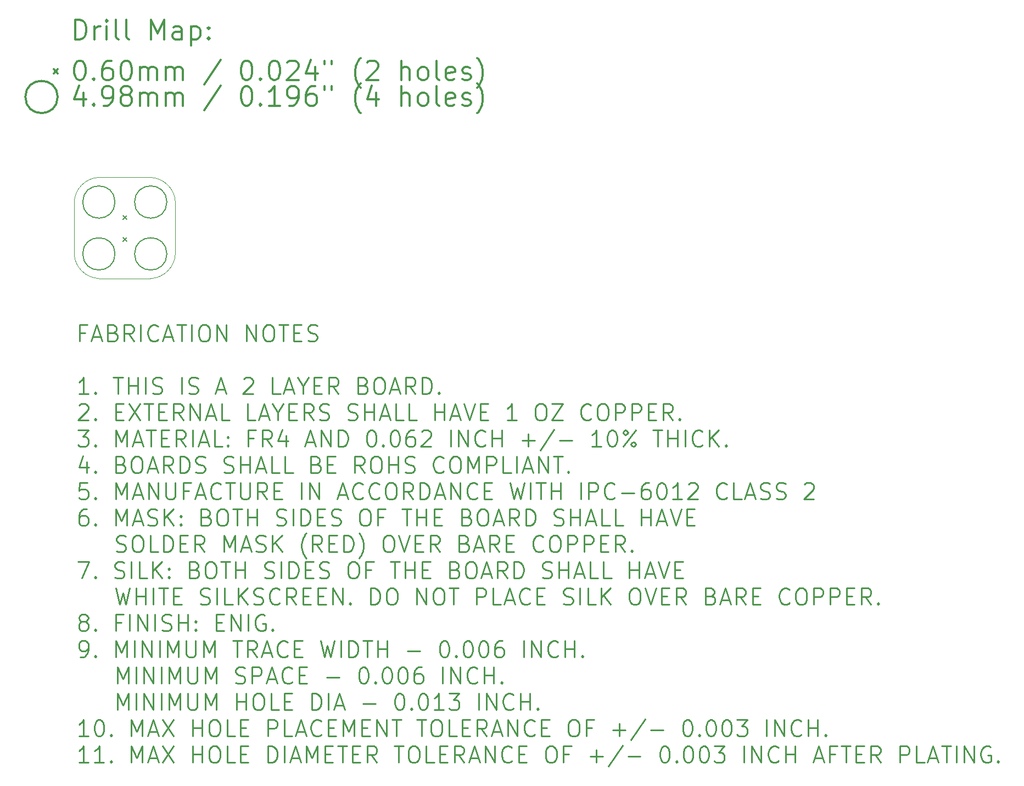
<source format=gbr>
G04 This is an RS-274x file exported by *
G04 gerbv version 2.6.0 *
G04 More information is available about gerbv at *
G04 http://gerbv.gpleda.org/ *
G04 --End of header info--*
%MOIN*%
%FSLAX34Y34*%
%IPPOS*%
G04 --Define apertures--*
%ADD10C,0.0050*%
%ADD11C,0.0079*%
%ADD12C,0.0118*%
%ADD13C,0.0138*%
%ADD14C,0.0020*%
%ADD15C,0.0100*%
G04 --Start main section--*
G54D11*
G01X0003956Y-012537D02*
G01X0004193Y-012773D01*
G01X0004193Y-012537D02*
G01X0003956Y-012773D01*
G01X0003956Y-013876D02*
G01X0004193Y-014112D01*
G01X0004193Y-013876D02*
G01X0003956Y-014112D01*
G01X0003481Y-011725D02*
G75*
G03X0003481Y-011725I-000980J0000000D01*
G01X0003481Y-014875D02*
G75*
G03X0003481Y-014875I-000980J0000000D01*
G01X0006630Y-011725D02*
G75*
G03X0006630Y-011725I-000980J0000000D01*
G01X0006630Y-014875D02*
G75*
G03X0006630Y-014875I-000980J0000000D01*
G54D12*
G01X0001069Y-001834D02*
G01X0001069Y-000652D01*
G01X0001069Y-000652D02*
G01X0001350Y-000652D01*
G01X0001350Y-000652D02*
G01X0001519Y-000709D01*
G01X0001519Y-000709D02*
G01X0001631Y-000821D01*
G01X0001631Y-000821D02*
G01X0001687Y-000934D01*
G01X0001687Y-000934D02*
G01X0001744Y-001159D01*
G01X0001744Y-001159D02*
G01X0001744Y-001327D01*
G01X0001744Y-001327D02*
G01X0001687Y-001552D01*
G01X0001687Y-001552D02*
G01X0001631Y-001665D01*
G01X0001631Y-001665D02*
G01X0001519Y-001777D01*
G01X0001519Y-001777D02*
G01X0001350Y-001834D01*
G01X0001350Y-001834D02*
G01X0001069Y-001834D01*
G01X0002250Y-001834D02*
G01X0002250Y-001046D01*
G01X0002250Y-001271D02*
G01X0002306Y-001159D01*
G01X0002306Y-001159D02*
G01X0002362Y-001102D01*
G01X0002362Y-001102D02*
G01X0002475Y-001046D01*
G01X0002475Y-001046D02*
G01X0002587Y-001046D01*
G01X0002981Y-001834D02*
G01X0002981Y-001046D01*
G01X0002981Y-000652D02*
G01X0002925Y-000709D01*
G01X0002925Y-000709D02*
G01X0002981Y-000765D01*
G01X0002981Y-000765D02*
G01X0003037Y-000709D01*
G01X0003037Y-000709D02*
G01X0002981Y-000652D01*
G01X0002981Y-000652D02*
G01X0002981Y-000765D01*
G01X0003712Y-001834D02*
G01X0003600Y-001777D01*
G01X0003600Y-001777D02*
G01X0003543Y-001665D01*
G01X0003543Y-001665D02*
G01X0003543Y-000652D01*
G01X0004331Y-001834D02*
G01X0004218Y-001777D01*
G01X0004218Y-001777D02*
G01X0004162Y-001665D01*
G01X0004162Y-001665D02*
G01X0004162Y-000652D01*
G01X0005681Y-001834D02*
G01X0005681Y-000652D01*
G01X0005681Y-000652D02*
G01X0006074Y-001496D01*
G01X0006074Y-001496D02*
G01X0006468Y-000652D01*
G01X0006468Y-000652D02*
G01X0006468Y-001834D01*
G01X0007537Y-001834D02*
G01X0007537Y-001215D01*
G01X0007537Y-001215D02*
G01X0007480Y-001102D01*
G01X0007480Y-001102D02*
G01X0007368Y-001046D01*
G01X0007368Y-001046D02*
G01X0007143Y-001046D01*
G01X0007143Y-001046D02*
G01X0007030Y-001102D01*
G01X0007537Y-001777D02*
G01X0007424Y-001834D01*
G01X0007424Y-001834D02*
G01X0007143Y-001834D01*
G01X0007143Y-001834D02*
G01X0007030Y-001777D01*
G01X0007030Y-001777D02*
G01X0006974Y-001665D01*
G01X0006974Y-001665D02*
G01X0006974Y-001552D01*
G01X0006974Y-001552D02*
G01X0007030Y-001440D01*
G01X0007030Y-001440D02*
G01X0007143Y-001384D01*
G01X0007143Y-001384D02*
G01X0007424Y-001384D01*
G01X0007424Y-001384D02*
G01X0007537Y-001327D01*
G01X0008099Y-001046D02*
G01X0008099Y-002227D01*
G01X0008099Y-001102D02*
G01X0008211Y-001046D01*
G01X0008211Y-001046D02*
G01X0008436Y-001046D01*
G01X0008436Y-001046D02*
G01X0008549Y-001102D01*
G01X0008549Y-001102D02*
G01X0008605Y-001159D01*
G01X0008605Y-001159D02*
G01X0008661Y-001271D01*
G01X0008661Y-001271D02*
G01X0008661Y-001609D01*
G01X0008661Y-001609D02*
G01X0008605Y-001721D01*
G01X0008605Y-001721D02*
G01X0008549Y-001777D01*
G01X0008549Y-001777D02*
G01X0008436Y-001834D01*
G01X0008436Y-001834D02*
G01X0008211Y-001834D01*
G01X0008211Y-001834D02*
G01X0008099Y-001777D01*
G01X0009168Y-001721D02*
G01X0009224Y-001777D01*
G01X0009224Y-001777D02*
G01X0009168Y-001834D01*
G01X0009168Y-001834D02*
G01X0009111Y-001777D01*
G01X0009111Y-001777D02*
G01X0009168Y-001721D01*
G01X0009168Y-001721D02*
G01X0009168Y-001834D01*
G01X0009168Y-001102D02*
G01X0009224Y-001159D01*
G01X0009224Y-001159D02*
G01X0009168Y-001215D01*
G01X0009168Y-001215D02*
G01X0009111Y-001159D01*
G01X0009111Y-001159D02*
G01X0009168Y-001102D01*
G01X0009168Y-001102D02*
G01X0009168Y-001215D01*
G01X-000236Y-003661D02*
G01X0000000Y-003898D01*
G01X0000000Y-003661D02*
G01X-000236Y-003898D01*
G01X0001294Y-003133D02*
G01X0001406Y-003133D01*
G01X0001406Y-003133D02*
G01X0001519Y-003189D01*
G01X0001519Y-003189D02*
G01X0001575Y-003245D01*
G01X0001575Y-003245D02*
G01X0001631Y-003358D01*
G01X0001631Y-003358D02*
G01X0001687Y-003583D01*
G01X0001687Y-003583D02*
G01X0001687Y-003864D01*
G01X0001687Y-003864D02*
G01X0001631Y-004089D01*
G01X0001631Y-004089D02*
G01X0001575Y-004201D01*
G01X0001575Y-004201D02*
G01X0001519Y-004258D01*
G01X0001519Y-004258D02*
G01X0001406Y-004314D01*
G01X0001406Y-004314D02*
G01X0001294Y-004314D01*
G01X0001294Y-004314D02*
G01X0001181Y-004258D01*
G01X0001181Y-004258D02*
G01X0001125Y-004201D01*
G01X0001125Y-004201D02*
G01X0001069Y-004089D01*
G01X0001069Y-004089D02*
G01X0001012Y-003864D01*
G01X0001012Y-003864D02*
G01X0001012Y-003583D01*
G01X0001012Y-003583D02*
G01X0001069Y-003358D01*
G01X0001069Y-003358D02*
G01X0001125Y-003245D01*
G01X0001125Y-003245D02*
G01X0001181Y-003189D01*
G01X0001181Y-003189D02*
G01X0001294Y-003133D01*
G01X0002193Y-004201D02*
G01X0002250Y-004258D01*
G01X0002250Y-004258D02*
G01X0002193Y-004314D01*
G01X0002193Y-004314D02*
G01X0002137Y-004258D01*
G01X0002137Y-004258D02*
G01X0002193Y-004201D01*
G01X0002193Y-004201D02*
G01X0002193Y-004314D01*
G01X0003262Y-003133D02*
G01X0003037Y-003133D01*
G01X0003037Y-003133D02*
G01X0002925Y-003189D01*
G01X0002925Y-003189D02*
G01X0002868Y-003245D01*
G01X0002868Y-003245D02*
G01X0002756Y-003414D01*
G01X0002756Y-003414D02*
G01X0002700Y-003639D01*
G01X0002700Y-003639D02*
G01X0002700Y-004089D01*
G01X0002700Y-004089D02*
G01X0002756Y-004201D01*
G01X0002756Y-004201D02*
G01X0002812Y-004258D01*
G01X0002812Y-004258D02*
G01X0002925Y-004314D01*
G01X0002925Y-004314D02*
G01X0003150Y-004314D01*
G01X0003150Y-004314D02*
G01X0003262Y-004258D01*
G01X0003262Y-004258D02*
G01X0003318Y-004201D01*
G01X0003318Y-004201D02*
G01X0003375Y-004089D01*
G01X0003375Y-004089D02*
G01X0003375Y-003808D01*
G01X0003375Y-003808D02*
G01X0003318Y-003695D01*
G01X0003318Y-003695D02*
G01X0003262Y-003639D01*
G01X0003262Y-003639D02*
G01X0003150Y-003583D01*
G01X0003150Y-003583D02*
G01X0002925Y-003583D01*
G01X0002925Y-003583D02*
G01X0002812Y-003639D01*
G01X0002812Y-003639D02*
G01X0002756Y-003695D01*
G01X0002756Y-003695D02*
G01X0002700Y-003808D01*
G01X0004106Y-003133D02*
G01X0004218Y-003133D01*
G01X0004218Y-003133D02*
G01X0004331Y-003189D01*
G01X0004331Y-003189D02*
G01X0004387Y-003245D01*
G01X0004387Y-003245D02*
G01X0004443Y-003358D01*
G01X0004443Y-003358D02*
G01X0004499Y-003583D01*
G01X0004499Y-003583D02*
G01X0004499Y-003864D01*
G01X0004499Y-003864D02*
G01X0004443Y-004089D01*
G01X0004443Y-004089D02*
G01X0004387Y-004201D01*
G01X0004387Y-004201D02*
G01X0004331Y-004258D01*
G01X0004331Y-004258D02*
G01X0004218Y-004314D01*
G01X0004218Y-004314D02*
G01X0004106Y-004314D01*
G01X0004106Y-004314D02*
G01X0003993Y-004258D01*
G01X0003993Y-004258D02*
G01X0003937Y-004201D01*
G01X0003937Y-004201D02*
G01X0003881Y-004089D01*
G01X0003881Y-004089D02*
G01X0003825Y-003864D01*
G01X0003825Y-003864D02*
G01X0003825Y-003583D01*
G01X0003825Y-003583D02*
G01X0003881Y-003358D01*
G01X0003881Y-003358D02*
G01X0003937Y-003245D01*
G01X0003937Y-003245D02*
G01X0003993Y-003189D01*
G01X0003993Y-003189D02*
G01X0004106Y-003133D01*
G01X0005006Y-004314D02*
G01X0005006Y-003526D01*
G01X0005006Y-003639D02*
G01X0005062Y-003583D01*
G01X0005062Y-003583D02*
G01X0005174Y-003526D01*
G01X0005174Y-003526D02*
G01X0005343Y-003526D01*
G01X0005343Y-003526D02*
G01X0005456Y-003583D01*
G01X0005456Y-003583D02*
G01X0005512Y-003695D01*
G01X0005512Y-003695D02*
G01X0005512Y-004314D01*
G01X0005512Y-003695D02*
G01X0005568Y-003583D01*
G01X0005568Y-003583D02*
G01X0005681Y-003526D01*
G01X0005681Y-003526D02*
G01X0005849Y-003526D01*
G01X0005849Y-003526D02*
G01X0005962Y-003583D01*
G01X0005962Y-003583D02*
G01X0006018Y-003695D01*
G01X0006018Y-003695D02*
G01X0006018Y-004314D01*
G01X0006580Y-004314D02*
G01X0006580Y-003526D01*
G01X0006580Y-003639D02*
G01X0006637Y-003583D01*
G01X0006637Y-003583D02*
G01X0006749Y-003526D01*
G01X0006749Y-003526D02*
G01X0006918Y-003526D01*
G01X0006918Y-003526D02*
G01X0007030Y-003583D01*
G01X0007030Y-003583D02*
G01X0007087Y-003695D01*
G01X0007087Y-003695D02*
G01X0007087Y-004314D01*
G01X0007087Y-003695D02*
G01X0007143Y-003583D01*
G01X0007143Y-003583D02*
G01X0007255Y-003526D01*
G01X0007255Y-003526D02*
G01X0007424Y-003526D01*
G01X0007424Y-003526D02*
G01X0007537Y-003583D01*
G01X0007537Y-003583D02*
G01X0007593Y-003695D01*
G01X0007593Y-003695D02*
G01X0007593Y-004314D01*
G01X0009899Y-003076D02*
G01X0008886Y-004595D01*
G01X0011417Y-003133D02*
G01X0011530Y-003133D01*
G01X0011530Y-003133D02*
G01X0011642Y-003189D01*
G01X0011642Y-003189D02*
G01X0011699Y-003245D01*
G01X0011699Y-003245D02*
G01X0011755Y-003358D01*
G01X0011755Y-003358D02*
G01X0011811Y-003583D01*
G01X0011811Y-003583D02*
G01X0011811Y-003864D01*
G01X0011811Y-003864D02*
G01X0011755Y-004089D01*
G01X0011755Y-004089D02*
G01X0011699Y-004201D01*
G01X0011699Y-004201D02*
G01X0011642Y-004258D01*
G01X0011642Y-004258D02*
G01X0011530Y-004314D01*
G01X0011530Y-004314D02*
G01X0011417Y-004314D01*
G01X0011417Y-004314D02*
G01X0011305Y-004258D01*
G01X0011305Y-004258D02*
G01X0011249Y-004201D01*
G01X0011249Y-004201D02*
G01X0011192Y-004089D01*
G01X0011192Y-004089D02*
G01X0011136Y-003864D01*
G01X0011136Y-003864D02*
G01X0011136Y-003583D01*
G01X0011136Y-003583D02*
G01X0011192Y-003358D01*
G01X0011192Y-003358D02*
G01X0011249Y-003245D01*
G01X0011249Y-003245D02*
G01X0011305Y-003189D01*
G01X0011305Y-003189D02*
G01X0011417Y-003133D01*
G01X0012317Y-004201D02*
G01X0012373Y-004258D01*
G01X0012373Y-004258D02*
G01X0012317Y-004314D01*
G01X0012317Y-004314D02*
G01X0012261Y-004258D01*
G01X0012261Y-004258D02*
G01X0012317Y-004201D01*
G01X0012317Y-004201D02*
G01X0012317Y-004314D01*
G01X0013105Y-003133D02*
G01X0013217Y-003133D01*
G01X0013217Y-003133D02*
G01X0013330Y-003189D01*
G01X0013330Y-003189D02*
G01X0013386Y-003245D01*
G01X0013386Y-003245D02*
G01X0013442Y-003358D01*
G01X0013442Y-003358D02*
G01X0013498Y-003583D01*
G01X0013498Y-003583D02*
G01X0013498Y-003864D01*
G01X0013498Y-003864D02*
G01X0013442Y-004089D01*
G01X0013442Y-004089D02*
G01X0013386Y-004201D01*
G01X0013386Y-004201D02*
G01X0013330Y-004258D01*
G01X0013330Y-004258D02*
G01X0013217Y-004314D01*
G01X0013217Y-004314D02*
G01X0013105Y-004314D01*
G01X0013105Y-004314D02*
G01X0012992Y-004258D01*
G01X0012992Y-004258D02*
G01X0012936Y-004201D01*
G01X0012936Y-004201D02*
G01X0012880Y-004089D01*
G01X0012880Y-004089D02*
G01X0012823Y-003864D01*
G01X0012823Y-003864D02*
G01X0012823Y-003583D01*
G01X0012823Y-003583D02*
G01X0012880Y-003358D01*
G01X0012880Y-003358D02*
G01X0012936Y-003245D01*
G01X0012936Y-003245D02*
G01X0012992Y-003189D01*
G01X0012992Y-003189D02*
G01X0013105Y-003133D01*
G01X0013948Y-003245D02*
G01X0014005Y-003189D01*
G01X0014005Y-003189D02*
G01X0014117Y-003133D01*
G01X0014117Y-003133D02*
G01X0014398Y-003133D01*
G01X0014398Y-003133D02*
G01X0014511Y-003189D01*
G01X0014511Y-003189D02*
G01X0014567Y-003245D01*
G01X0014567Y-003245D02*
G01X0014623Y-003358D01*
G01X0014623Y-003358D02*
G01X0014623Y-003470D01*
G01X0014623Y-003470D02*
G01X0014567Y-003639D01*
G01X0014567Y-003639D02*
G01X0013892Y-004314D01*
G01X0013892Y-004314D02*
G01X0014623Y-004314D01*
G01X0015636Y-003526D02*
G01X0015636Y-004314D01*
G01X0015354Y-003076D02*
G01X0015073Y-003920D01*
G01X0015073Y-003920D02*
G01X0015804Y-003920D01*
G01X0016198Y-003133D02*
G01X0016198Y-003358D01*
G01X0016648Y-003133D02*
G01X0016648Y-003358D01*
G01X0018391Y-004764D02*
G01X0018335Y-004708D01*
G01X0018335Y-004708D02*
G01X0018223Y-004539D01*
G01X0018223Y-004539D02*
G01X0018166Y-004426D01*
G01X0018166Y-004426D02*
G01X0018110Y-004258D01*
G01X0018110Y-004258D02*
G01X0018054Y-003976D01*
G01X0018054Y-003976D02*
G01X0018054Y-003751D01*
G01X0018054Y-003751D02*
G01X0018110Y-003470D01*
G01X0018110Y-003470D02*
G01X0018166Y-003301D01*
G01X0018166Y-003301D02*
G01X0018223Y-003189D01*
G01X0018223Y-003189D02*
G01X0018335Y-003020D01*
G01X0018335Y-003020D02*
G01X0018391Y-002964D01*
G01X0018785Y-003245D02*
G01X0018841Y-003189D01*
G01X0018841Y-003189D02*
G01X0018954Y-003133D01*
G01X0018954Y-003133D02*
G01X0019235Y-003133D01*
G01X0019235Y-003133D02*
G01X0019348Y-003189D01*
G01X0019348Y-003189D02*
G01X0019404Y-003245D01*
G01X0019404Y-003245D02*
G01X0019460Y-003358D01*
G01X0019460Y-003358D02*
G01X0019460Y-003470D01*
G01X0019460Y-003470D02*
G01X0019404Y-003639D01*
G01X0019404Y-003639D02*
G01X0018729Y-004314D01*
G01X0018729Y-004314D02*
G01X0019460Y-004314D01*
G01X0020866Y-004314D02*
G01X0020866Y-003133D01*
G01X0021372Y-004314D02*
G01X0021372Y-003695D01*
G01X0021372Y-003695D02*
G01X0021316Y-003583D01*
G01X0021316Y-003583D02*
G01X0021204Y-003526D01*
G01X0021204Y-003526D02*
G01X0021035Y-003526D01*
G01X0021035Y-003526D02*
G01X0020922Y-003583D01*
G01X0020922Y-003583D02*
G01X0020866Y-003639D01*
G01X0022103Y-004314D02*
G01X0021991Y-004258D01*
G01X0021991Y-004258D02*
G01X0021935Y-004201D01*
G01X0021935Y-004201D02*
G01X0021879Y-004089D01*
G01X0021879Y-004089D02*
G01X0021879Y-003751D01*
G01X0021879Y-003751D02*
G01X0021935Y-003639D01*
G01X0021935Y-003639D02*
G01X0021991Y-003583D01*
G01X0021991Y-003583D02*
G01X0022103Y-003526D01*
G01X0022103Y-003526D02*
G01X0022272Y-003526D01*
G01X0022272Y-003526D02*
G01X0022385Y-003583D01*
G01X0022385Y-003583D02*
G01X0022441Y-003639D01*
G01X0022441Y-003639D02*
G01X0022497Y-003751D01*
G01X0022497Y-003751D02*
G01X0022497Y-004089D01*
G01X0022497Y-004089D02*
G01X0022441Y-004201D01*
G01X0022441Y-004201D02*
G01X0022385Y-004258D01*
G01X0022385Y-004258D02*
G01X0022272Y-004314D01*
G01X0022272Y-004314D02*
G01X0022103Y-004314D01*
G01X0023172Y-004314D02*
G01X0023060Y-004258D01*
G01X0023060Y-004258D02*
G01X0023003Y-004145D01*
G01X0023003Y-004145D02*
G01X0023003Y-003133D01*
G01X0024072Y-004258D02*
G01X0023960Y-004314D01*
G01X0023960Y-004314D02*
G01X0023735Y-004314D01*
G01X0023735Y-004314D02*
G01X0023622Y-004258D01*
G01X0023622Y-004258D02*
G01X0023566Y-004145D01*
G01X0023566Y-004145D02*
G01X0023566Y-003695D01*
G01X0023566Y-003695D02*
G01X0023622Y-003583D01*
G01X0023622Y-003583D02*
G01X0023735Y-003526D01*
G01X0023735Y-003526D02*
G01X0023960Y-003526D01*
G01X0023960Y-003526D02*
G01X0024072Y-003583D01*
G01X0024072Y-003583D02*
G01X0024128Y-003695D01*
G01X0024128Y-003695D02*
G01X0024128Y-003808D01*
G01X0024128Y-003808D02*
G01X0023566Y-003920D01*
G01X0024578Y-004258D02*
G01X0024691Y-004314D01*
G01X0024691Y-004314D02*
G01X0024916Y-004314D01*
G01X0024916Y-004314D02*
G01X0025028Y-004258D01*
G01X0025028Y-004258D02*
G01X0025084Y-004145D01*
G01X0025084Y-004145D02*
G01X0025084Y-004089D01*
G01X0025084Y-004089D02*
G01X0025028Y-003976D01*
G01X0025028Y-003976D02*
G01X0024916Y-003920D01*
G01X0024916Y-003920D02*
G01X0024747Y-003920D01*
G01X0024747Y-003920D02*
G01X0024634Y-003864D01*
G01X0024634Y-003864D02*
G01X0024578Y-003751D01*
G01X0024578Y-003751D02*
G01X0024578Y-003695D01*
G01X0024578Y-003695D02*
G01X0024634Y-003583D01*
G01X0024634Y-003583D02*
G01X0024747Y-003526D01*
G01X0024747Y-003526D02*
G01X0024916Y-003526D01*
G01X0024916Y-003526D02*
G01X0025028Y-003583D01*
G01X0025478Y-004764D02*
G01X0025534Y-004708D01*
G01X0025534Y-004708D02*
G01X0025647Y-004539D01*
G01X0025647Y-004539D02*
G01X0025703Y-004426D01*
G01X0025703Y-004426D02*
G01X0025759Y-004258D01*
G01X0025759Y-004258D02*
G01X0025816Y-003976D01*
G01X0025816Y-003976D02*
G01X0025816Y-003751D01*
G01X0025816Y-003751D02*
G01X0025759Y-003470D01*
G01X0025759Y-003470D02*
G01X0025703Y-003301D01*
G01X0025703Y-003301D02*
G01X0025647Y-003189D01*
G01X0025647Y-003189D02*
G01X0025534Y-003020D01*
G01X0025534Y-003020D02*
G01X0025478Y-002964D01*
G01X0000000Y-005339D02*
G75*
G03X0000000Y-005339I-000980J0000000D01*
G01X0001575Y-005085D02*
G01X0001575Y-005873D01*
G01X0001294Y-004636D02*
G01X0001012Y-005479D01*
G01X0001012Y-005479D02*
G01X0001744Y-005479D01*
G01X0002193Y-005760D02*
G01X0002250Y-005817D01*
G01X0002250Y-005817D02*
G01X0002193Y-005873D01*
G01X0002193Y-005873D02*
G01X0002137Y-005817D01*
G01X0002137Y-005817D02*
G01X0002193Y-005760D01*
G01X0002193Y-005760D02*
G01X0002193Y-005873D01*
G01X0002812Y-005873D02*
G01X0003037Y-005873D01*
G01X0003037Y-005873D02*
G01X0003150Y-005817D01*
G01X0003150Y-005817D02*
G01X0003206Y-005760D01*
G01X0003206Y-005760D02*
G01X0003318Y-005592D01*
G01X0003318Y-005592D02*
G01X0003375Y-005367D01*
G01X0003375Y-005367D02*
G01X0003375Y-004917D01*
G01X0003375Y-004917D02*
G01X0003318Y-004804D01*
G01X0003318Y-004804D02*
G01X0003262Y-004748D01*
G01X0003262Y-004748D02*
G01X0003150Y-004692D01*
G01X0003150Y-004692D02*
G01X0002925Y-004692D01*
G01X0002925Y-004692D02*
G01X0002812Y-004748D01*
G01X0002812Y-004748D02*
G01X0002756Y-004804D01*
G01X0002756Y-004804D02*
G01X0002700Y-004917D01*
G01X0002700Y-004917D02*
G01X0002700Y-005198D01*
G01X0002700Y-005198D02*
G01X0002756Y-005310D01*
G01X0002756Y-005310D02*
G01X0002812Y-005367D01*
G01X0002812Y-005367D02*
G01X0002925Y-005423D01*
G01X0002925Y-005423D02*
G01X0003150Y-005423D01*
G01X0003150Y-005423D02*
G01X0003262Y-005367D01*
G01X0003262Y-005367D02*
G01X0003318Y-005310D01*
G01X0003318Y-005310D02*
G01X0003375Y-005198D01*
G01X0004049Y-005198D02*
G01X0003937Y-005142D01*
G01X0003937Y-005142D02*
G01X0003881Y-005085D01*
G01X0003881Y-005085D02*
G01X0003825Y-004973D01*
G01X0003825Y-004973D02*
G01X0003825Y-004917D01*
G01X0003825Y-004917D02*
G01X0003881Y-004804D01*
G01X0003881Y-004804D02*
G01X0003937Y-004748D01*
G01X0003937Y-004748D02*
G01X0004049Y-004692D01*
G01X0004049Y-004692D02*
G01X0004274Y-004692D01*
G01X0004274Y-004692D02*
G01X0004387Y-004748D01*
G01X0004387Y-004748D02*
G01X0004443Y-004804D01*
G01X0004443Y-004804D02*
G01X0004499Y-004917D01*
G01X0004499Y-004917D02*
G01X0004499Y-004973D01*
G01X0004499Y-004973D02*
G01X0004443Y-005085D01*
G01X0004443Y-005085D02*
G01X0004387Y-005142D01*
G01X0004387Y-005142D02*
G01X0004274Y-005198D01*
G01X0004274Y-005198D02*
G01X0004049Y-005198D01*
G01X0004049Y-005198D02*
G01X0003937Y-005254D01*
G01X0003937Y-005254D02*
G01X0003881Y-005310D01*
G01X0003881Y-005310D02*
G01X0003825Y-005423D01*
G01X0003825Y-005423D02*
G01X0003825Y-005648D01*
G01X0003825Y-005648D02*
G01X0003881Y-005760D01*
G01X0003881Y-005760D02*
G01X0003937Y-005817D01*
G01X0003937Y-005817D02*
G01X0004049Y-005873D01*
G01X0004049Y-005873D02*
G01X0004274Y-005873D01*
G01X0004274Y-005873D02*
G01X0004387Y-005817D01*
G01X0004387Y-005817D02*
G01X0004443Y-005760D01*
G01X0004443Y-005760D02*
G01X0004499Y-005648D01*
G01X0004499Y-005648D02*
G01X0004499Y-005423D01*
G01X0004499Y-005423D02*
G01X0004443Y-005310D01*
G01X0004443Y-005310D02*
G01X0004387Y-005254D01*
G01X0004387Y-005254D02*
G01X0004274Y-005198D01*
G01X0005006Y-005873D02*
G01X0005006Y-005085D01*
G01X0005006Y-005198D02*
G01X0005062Y-005142D01*
G01X0005062Y-005142D02*
G01X0005174Y-005085D01*
G01X0005174Y-005085D02*
G01X0005343Y-005085D01*
G01X0005343Y-005085D02*
G01X0005456Y-005142D01*
G01X0005456Y-005142D02*
G01X0005512Y-005254D01*
G01X0005512Y-005254D02*
G01X0005512Y-005873D01*
G01X0005512Y-005254D02*
G01X0005568Y-005142D01*
G01X0005568Y-005142D02*
G01X0005681Y-005085D01*
G01X0005681Y-005085D02*
G01X0005849Y-005085D01*
G01X0005849Y-005085D02*
G01X0005962Y-005142D01*
G01X0005962Y-005142D02*
G01X0006018Y-005254D01*
G01X0006018Y-005254D02*
G01X0006018Y-005873D01*
G01X0006580Y-005873D02*
G01X0006580Y-005085D01*
G01X0006580Y-005198D02*
G01X0006637Y-005142D01*
G01X0006637Y-005142D02*
G01X0006749Y-005085D01*
G01X0006749Y-005085D02*
G01X0006918Y-005085D01*
G01X0006918Y-005085D02*
G01X0007030Y-005142D01*
G01X0007030Y-005142D02*
G01X0007087Y-005254D01*
G01X0007087Y-005254D02*
G01X0007087Y-005873D01*
G01X0007087Y-005254D02*
G01X0007143Y-005142D01*
G01X0007143Y-005142D02*
G01X0007255Y-005085D01*
G01X0007255Y-005085D02*
G01X0007424Y-005085D01*
G01X0007424Y-005085D02*
G01X0007537Y-005142D01*
G01X0007537Y-005142D02*
G01X0007593Y-005254D01*
G01X0007593Y-005254D02*
G01X0007593Y-005873D01*
G01X0009899Y-004636D02*
G01X0008886Y-006154D01*
G01X0011417Y-004692D02*
G01X0011530Y-004692D01*
G01X0011530Y-004692D02*
G01X0011642Y-004748D01*
G01X0011642Y-004748D02*
G01X0011699Y-004804D01*
G01X0011699Y-004804D02*
G01X0011755Y-004917D01*
G01X0011755Y-004917D02*
G01X0011811Y-005142D01*
G01X0011811Y-005142D02*
G01X0011811Y-005423D01*
G01X0011811Y-005423D02*
G01X0011755Y-005648D01*
G01X0011755Y-005648D02*
G01X0011699Y-005760D01*
G01X0011699Y-005760D02*
G01X0011642Y-005817D01*
G01X0011642Y-005817D02*
G01X0011530Y-005873D01*
G01X0011530Y-005873D02*
G01X0011417Y-005873D01*
G01X0011417Y-005873D02*
G01X0011305Y-005817D01*
G01X0011305Y-005817D02*
G01X0011249Y-005760D01*
G01X0011249Y-005760D02*
G01X0011192Y-005648D01*
G01X0011192Y-005648D02*
G01X0011136Y-005423D01*
G01X0011136Y-005423D02*
G01X0011136Y-005142D01*
G01X0011136Y-005142D02*
G01X0011192Y-004917D01*
G01X0011192Y-004917D02*
G01X0011249Y-004804D01*
G01X0011249Y-004804D02*
G01X0011305Y-004748D01*
G01X0011305Y-004748D02*
G01X0011417Y-004692D01*
G01X0012317Y-005760D02*
G01X0012373Y-005817D01*
G01X0012373Y-005817D02*
G01X0012317Y-005873D01*
G01X0012317Y-005873D02*
G01X0012261Y-005817D01*
G01X0012261Y-005817D02*
G01X0012317Y-005760D01*
G01X0012317Y-005760D02*
G01X0012317Y-005873D01*
G01X0013498Y-005873D02*
G01X0012823Y-005873D01*
G01X0013161Y-005873D02*
G01X0013161Y-004692D01*
G01X0013161Y-004692D02*
G01X0013048Y-004861D01*
G01X0013048Y-004861D02*
G01X0012936Y-004973D01*
G01X0012936Y-004973D02*
G01X0012823Y-005029D01*
G01X0014061Y-005873D02*
G01X0014286Y-005873D01*
G01X0014286Y-005873D02*
G01X0014398Y-005817D01*
G01X0014398Y-005817D02*
G01X0014454Y-005760D01*
G01X0014454Y-005760D02*
G01X0014567Y-005592D01*
G01X0014567Y-005592D02*
G01X0014623Y-005367D01*
G01X0014623Y-005367D02*
G01X0014623Y-004917D01*
G01X0014623Y-004917D02*
G01X0014567Y-004804D01*
G01X0014567Y-004804D02*
G01X0014511Y-004748D01*
G01X0014511Y-004748D02*
G01X0014398Y-004692D01*
G01X0014398Y-004692D02*
G01X0014173Y-004692D01*
G01X0014173Y-004692D02*
G01X0014061Y-004748D01*
G01X0014061Y-004748D02*
G01X0014005Y-004804D01*
G01X0014005Y-004804D02*
G01X0013948Y-004917D01*
G01X0013948Y-004917D02*
G01X0013948Y-005198D01*
G01X0013948Y-005198D02*
G01X0014005Y-005310D01*
G01X0014005Y-005310D02*
G01X0014061Y-005367D01*
G01X0014061Y-005367D02*
G01X0014173Y-005423D01*
G01X0014173Y-005423D02*
G01X0014398Y-005423D01*
G01X0014398Y-005423D02*
G01X0014511Y-005367D01*
G01X0014511Y-005367D02*
G01X0014567Y-005310D01*
G01X0014567Y-005310D02*
G01X0014623Y-005198D01*
G01X0015636Y-004692D02*
G01X0015411Y-004692D01*
G01X0015411Y-004692D02*
G01X0015298Y-004748D01*
G01X0015298Y-004748D02*
G01X0015242Y-004804D01*
G01X0015242Y-004804D02*
G01X0015129Y-004973D01*
G01X0015129Y-004973D02*
G01X0015073Y-005198D01*
G01X0015073Y-005198D02*
G01X0015073Y-005648D01*
G01X0015073Y-005648D02*
G01X0015129Y-005760D01*
G01X0015129Y-005760D02*
G01X0015186Y-005817D01*
G01X0015186Y-005817D02*
G01X0015298Y-005873D01*
G01X0015298Y-005873D02*
G01X0015523Y-005873D01*
G01X0015523Y-005873D02*
G01X0015636Y-005817D01*
G01X0015636Y-005817D02*
G01X0015692Y-005760D01*
G01X0015692Y-005760D02*
G01X0015748Y-005648D01*
G01X0015748Y-005648D02*
G01X0015748Y-005367D01*
G01X0015748Y-005367D02*
G01X0015692Y-005254D01*
G01X0015692Y-005254D02*
G01X0015636Y-005198D01*
G01X0015636Y-005198D02*
G01X0015523Y-005142D01*
G01X0015523Y-005142D02*
G01X0015298Y-005142D01*
G01X0015298Y-005142D02*
G01X0015186Y-005198D01*
G01X0015186Y-005198D02*
G01X0015129Y-005254D01*
G01X0015129Y-005254D02*
G01X0015073Y-005367D01*
G01X0016198Y-004692D02*
G01X0016198Y-004917D01*
G01X0016648Y-004692D02*
G01X0016648Y-004917D01*
G01X0018391Y-006323D02*
G01X0018335Y-006267D01*
G01X0018335Y-006267D02*
G01X0018223Y-006098D01*
G01X0018223Y-006098D02*
G01X0018166Y-005985D01*
G01X0018166Y-005985D02*
G01X0018110Y-005817D01*
G01X0018110Y-005817D02*
G01X0018054Y-005535D01*
G01X0018054Y-005535D02*
G01X0018054Y-005310D01*
G01X0018054Y-005310D02*
G01X0018110Y-005029D01*
G01X0018110Y-005029D02*
G01X0018166Y-004861D01*
G01X0018166Y-004861D02*
G01X0018223Y-004748D01*
G01X0018223Y-004748D02*
G01X0018335Y-004579D01*
G01X0018335Y-004579D02*
G01X0018391Y-004523D01*
G01X0019348Y-005085D02*
G01X0019348Y-005873D01*
G01X0019066Y-004636D02*
G01X0018785Y-005479D01*
G01X0018785Y-005479D02*
G01X0019516Y-005479D01*
G01X0020866Y-005873D02*
G01X0020866Y-004692D01*
G01X0021372Y-005873D02*
G01X0021372Y-005254D01*
G01X0021372Y-005254D02*
G01X0021316Y-005142D01*
G01X0021316Y-005142D02*
G01X0021204Y-005085D01*
G01X0021204Y-005085D02*
G01X0021035Y-005085D01*
G01X0021035Y-005085D02*
G01X0020922Y-005142D01*
G01X0020922Y-005142D02*
G01X0020866Y-005198D01*
G01X0022103Y-005873D02*
G01X0021991Y-005817D01*
G01X0021991Y-005817D02*
G01X0021935Y-005760D01*
G01X0021935Y-005760D02*
G01X0021879Y-005648D01*
G01X0021879Y-005648D02*
G01X0021879Y-005310D01*
G01X0021879Y-005310D02*
G01X0021935Y-005198D01*
G01X0021935Y-005198D02*
G01X0021991Y-005142D01*
G01X0021991Y-005142D02*
G01X0022103Y-005085D01*
G01X0022103Y-005085D02*
G01X0022272Y-005085D01*
G01X0022272Y-005085D02*
G01X0022385Y-005142D01*
G01X0022385Y-005142D02*
G01X0022441Y-005198D01*
G01X0022441Y-005198D02*
G01X0022497Y-005310D01*
G01X0022497Y-005310D02*
G01X0022497Y-005648D01*
G01X0022497Y-005648D02*
G01X0022441Y-005760D01*
G01X0022441Y-005760D02*
G01X0022385Y-005817D01*
G01X0022385Y-005817D02*
G01X0022272Y-005873D01*
G01X0022272Y-005873D02*
G01X0022103Y-005873D01*
G01X0023172Y-005873D02*
G01X0023060Y-005817D01*
G01X0023060Y-005817D02*
G01X0023003Y-005704D01*
G01X0023003Y-005704D02*
G01X0023003Y-004692D01*
G01X0024072Y-005817D02*
G01X0023960Y-005873D01*
G01X0023960Y-005873D02*
G01X0023735Y-005873D01*
G01X0023735Y-005873D02*
G01X0023622Y-005817D01*
G01X0023622Y-005817D02*
G01X0023566Y-005704D01*
G01X0023566Y-005704D02*
G01X0023566Y-005254D01*
G01X0023566Y-005254D02*
G01X0023622Y-005142D01*
G01X0023622Y-005142D02*
G01X0023735Y-005085D01*
G01X0023735Y-005085D02*
G01X0023960Y-005085D01*
G01X0023960Y-005085D02*
G01X0024072Y-005142D01*
G01X0024072Y-005142D02*
G01X0024128Y-005254D01*
G01X0024128Y-005254D02*
G01X0024128Y-005367D01*
G01X0024128Y-005367D02*
G01X0023566Y-005479D01*
G01X0024578Y-005817D02*
G01X0024691Y-005873D01*
G01X0024691Y-005873D02*
G01X0024916Y-005873D01*
G01X0024916Y-005873D02*
G01X0025028Y-005817D01*
G01X0025028Y-005817D02*
G01X0025084Y-005704D01*
G01X0025084Y-005704D02*
G01X0025084Y-005648D01*
G01X0025084Y-005648D02*
G01X0025028Y-005535D01*
G01X0025028Y-005535D02*
G01X0024916Y-005479D01*
G01X0024916Y-005479D02*
G01X0024747Y-005479D01*
G01X0024747Y-005479D02*
G01X0024634Y-005423D01*
G01X0024634Y-005423D02*
G01X0024578Y-005310D01*
G01X0024578Y-005310D02*
G01X0024578Y-005254D01*
G01X0024578Y-005254D02*
G01X0024634Y-005142D01*
G01X0024634Y-005142D02*
G01X0024747Y-005085D01*
G01X0024747Y-005085D02*
G01X0024916Y-005085D01*
G01X0024916Y-005085D02*
G01X0025028Y-005142D01*
G01X0025478Y-006323D02*
G01X0025534Y-006267D01*
G01X0025534Y-006267D02*
G01X0025647Y-006098D01*
G01X0025647Y-006098D02*
G01X0025703Y-005985D01*
G01X0025703Y-005985D02*
G01X0025759Y-005817D01*
G01X0025759Y-005817D02*
G01X0025816Y-005535D01*
G01X0025816Y-005535D02*
G01X0025816Y-005310D01*
G01X0025816Y-005310D02*
G01X0025759Y-005029D01*
G01X0025759Y-005029D02*
G01X0025703Y-004861D01*
G01X0025703Y-004861D02*
G01X0025647Y-004748D01*
G01X0025647Y-004748D02*
G01X0025534Y-004579D01*
G01X0025534Y-004579D02*
G01X0025478Y-004523D01*
G01X0000000Y0000000D02*
G54D14*
G01X0001003Y-014879D02*
G75*
G03X0002500Y-016371I0001574J0000083D01*
G01X0007146Y-011725D02*
G01X0007146Y-014875D01*
G01X0002500Y-010229D02*
G01X0005650Y-010229D01*
G01X0002500Y-016371D02*
G01X0005650Y-016371D01*
G01X0001004Y-011725D02*
G01X0001004Y-014875D01*
G01X0005654Y-016372D02*
G75*
G03X0007146Y-014875I-000083J0001574D01*
G01X0002496Y-010228D02*
G75*
G03X0001004Y-011725I0000083J-001574D01*
G01X0007147Y-011721D02*
G75*
G03X0005650Y-010229I-001574J-000083D01*
G01X0000000Y0000000D02*
G54D15*
G01X0001667Y-019665D02*
G01X0001334Y-019665D01*
G01X0001334Y-020188D02*
G01X0001334Y-019188D01*
G01X0001334Y-019188D02*
G01X0001810Y-019188D01*
G01X0002144Y-019903D02*
G01X0002620Y-019903D01*
G01X0002048Y-020188D02*
G01X0002382Y-019188D01*
G01X0002382Y-019188D02*
G01X0002715Y-020188D01*
G01X0003382Y-019665D02*
G01X0003525Y-019712D01*
G01X0003525Y-019712D02*
G01X0003572Y-019760D01*
G01X0003572Y-019760D02*
G01X0003620Y-019855D01*
G01X0003620Y-019855D02*
G01X0003620Y-019998D01*
G01X0003620Y-019998D02*
G01X0003572Y-020093D01*
G01X0003572Y-020093D02*
G01X0003525Y-020141D01*
G01X0003525Y-020141D02*
G01X0003429Y-020188D01*
G01X0003429Y-020188D02*
G01X0003048Y-020188D01*
G01X0003048Y-020188D02*
G01X0003048Y-019188D01*
G01X0003048Y-019188D02*
G01X0003382Y-019188D01*
G01X0003382Y-019188D02*
G01X0003477Y-019236D01*
G01X0003477Y-019236D02*
G01X0003525Y-019284D01*
G01X0003525Y-019284D02*
G01X0003572Y-019379D01*
G01X0003572Y-019379D02*
G01X0003572Y-019474D01*
G01X0003572Y-019474D02*
G01X0003525Y-019569D01*
G01X0003525Y-019569D02*
G01X0003477Y-019617D01*
G01X0003477Y-019617D02*
G01X0003382Y-019665D01*
G01X0003382Y-019665D02*
G01X0003048Y-019665D01*
G01X0004620Y-020188D02*
G01X0004286Y-019712D01*
G01X0004048Y-020188D02*
G01X0004048Y-019188D01*
G01X0004048Y-019188D02*
G01X0004429Y-019188D01*
G01X0004429Y-019188D02*
G01X0004525Y-019236D01*
G01X0004525Y-019236D02*
G01X0004572Y-019284D01*
G01X0004572Y-019284D02*
G01X0004620Y-019379D01*
G01X0004620Y-019379D02*
G01X0004620Y-019522D01*
G01X0004620Y-019522D02*
G01X0004572Y-019617D01*
G01X0004572Y-019617D02*
G01X0004525Y-019665D01*
G01X0004525Y-019665D02*
G01X0004429Y-019712D01*
G01X0004429Y-019712D02*
G01X0004048Y-019712D01*
G01X0005048Y-020188D02*
G01X0005048Y-019188D01*
G01X0006096Y-020093D02*
G01X0006048Y-020141D01*
G01X0006048Y-020141D02*
G01X0005906Y-020188D01*
G01X0005906Y-020188D02*
G01X0005810Y-020188D01*
G01X0005810Y-020188D02*
G01X0005667Y-020141D01*
G01X0005667Y-020141D02*
G01X0005572Y-020046D01*
G01X0005572Y-020046D02*
G01X0005525Y-019950D01*
G01X0005525Y-019950D02*
G01X0005477Y-019760D01*
G01X0005477Y-019760D02*
G01X0005477Y-019617D01*
G01X0005477Y-019617D02*
G01X0005525Y-019426D01*
G01X0005525Y-019426D02*
G01X0005572Y-019331D01*
G01X0005572Y-019331D02*
G01X0005667Y-019236D01*
G01X0005667Y-019236D02*
G01X0005810Y-019188D01*
G01X0005810Y-019188D02*
G01X0005906Y-019188D01*
G01X0005906Y-019188D02*
G01X0006048Y-019236D01*
G01X0006048Y-019236D02*
G01X0006096Y-019284D01*
G01X0006477Y-019903D02*
G01X0006953Y-019903D01*
G01X0006382Y-020188D02*
G01X0006715Y-019188D01*
G01X0006715Y-019188D02*
G01X0007048Y-020188D01*
G01X0007239Y-019188D02*
G01X0007810Y-019188D01*
G01X0007525Y-020188D02*
G01X0007525Y-019188D01*
G01X0008144Y-020188D02*
G01X0008144Y-019188D01*
G01X0008810Y-019188D02*
G01X0009001Y-019188D01*
G01X0009001Y-019188D02*
G01X0009096Y-019236D01*
G01X0009096Y-019236D02*
G01X0009191Y-019331D01*
G01X0009191Y-019331D02*
G01X0009239Y-019522D01*
G01X0009239Y-019522D02*
G01X0009239Y-019855D01*
G01X0009239Y-019855D02*
G01X0009191Y-020046D01*
G01X0009191Y-020046D02*
G01X0009096Y-020141D01*
G01X0009096Y-020141D02*
G01X0009001Y-020188D01*
G01X0009001Y-020188D02*
G01X0008810Y-020188D01*
G01X0008810Y-020188D02*
G01X0008715Y-020141D01*
G01X0008715Y-020141D02*
G01X0008620Y-020046D01*
G01X0008620Y-020046D02*
G01X0008572Y-019855D01*
G01X0008572Y-019855D02*
G01X0008572Y-019522D01*
G01X0008572Y-019522D02*
G01X0008620Y-019331D01*
G01X0008620Y-019331D02*
G01X0008715Y-019236D01*
G01X0008715Y-019236D02*
G01X0008810Y-019188D01*
G01X0009667Y-020188D02*
G01X0009667Y-019188D01*
G01X0009667Y-019188D02*
G01X0010239Y-020188D01*
G01X0010239Y-020188D02*
G01X0010239Y-019188D01*
G01X0011477Y-020188D02*
G01X0011477Y-019188D01*
G01X0011477Y-019188D02*
G01X0012048Y-020188D01*
G01X0012048Y-020188D02*
G01X0012048Y-019188D01*
G01X0012715Y-019188D02*
G01X0012906Y-019188D01*
G01X0012906Y-019188D02*
G01X0013001Y-019236D01*
G01X0013001Y-019236D02*
G01X0013096Y-019331D01*
G01X0013096Y-019331D02*
G01X0013144Y-019522D01*
G01X0013144Y-019522D02*
G01X0013144Y-019855D01*
G01X0013144Y-019855D02*
G01X0013096Y-020046D01*
G01X0013096Y-020046D02*
G01X0013001Y-020141D01*
G01X0013001Y-020141D02*
G01X0012906Y-020188D01*
G01X0012906Y-020188D02*
G01X0012715Y-020188D01*
G01X0012715Y-020188D02*
G01X0012620Y-020141D01*
G01X0012620Y-020141D02*
G01X0012525Y-020046D01*
G01X0012525Y-020046D02*
G01X0012477Y-019855D01*
G01X0012477Y-019855D02*
G01X0012477Y-019522D01*
G01X0012477Y-019522D02*
G01X0012525Y-019331D01*
G01X0012525Y-019331D02*
G01X0012620Y-019236D01*
G01X0012620Y-019236D02*
G01X0012715Y-019188D01*
G01X0013429Y-019188D02*
G01X0014001Y-019188D01*
G01X0013715Y-020188D02*
G01X0013715Y-019188D01*
G01X0014334Y-019665D02*
G01X0014667Y-019665D01*
G01X0014810Y-020188D02*
G01X0014334Y-020188D01*
G01X0014334Y-020188D02*
G01X0014334Y-019188D01*
G01X0014334Y-019188D02*
G01X0014810Y-019188D01*
G01X0015191Y-020141D02*
G01X0015334Y-020188D01*
G01X0015334Y-020188D02*
G01X0015572Y-020188D01*
G01X0015572Y-020188D02*
G01X0015667Y-020141D01*
G01X0015667Y-020141D02*
G01X0015715Y-020093D01*
G01X0015715Y-020093D02*
G01X0015763Y-019998D01*
G01X0015763Y-019998D02*
G01X0015763Y-019903D01*
G01X0015763Y-019903D02*
G01X0015715Y-019807D01*
G01X0015715Y-019807D02*
G01X0015667Y-019760D01*
G01X0015667Y-019760D02*
G01X0015572Y-019712D01*
G01X0015572Y-019712D02*
G01X0015382Y-019665D01*
G01X0015382Y-019665D02*
G01X0015286Y-019617D01*
G01X0015286Y-019617D02*
G01X0015239Y-019569D01*
G01X0015239Y-019569D02*
G01X0015191Y-019474D01*
G01X0015191Y-019474D02*
G01X0015191Y-019379D01*
G01X0015191Y-019379D02*
G01X0015239Y-019284D01*
G01X0015239Y-019284D02*
G01X0015286Y-019236D01*
G01X0015286Y-019236D02*
G01X0015382Y-019188D01*
G01X0015382Y-019188D02*
G01X0015620Y-019188D01*
G01X0015620Y-019188D02*
G01X0015763Y-019236D01*
G01X0001858Y-023388D02*
G01X0001286Y-023388D01*
G01X0001572Y-023388D02*
G01X0001572Y-022388D01*
G01X0001572Y-022388D02*
G01X0001477Y-022531D01*
G01X0001477Y-022531D02*
G01X0001382Y-022626D01*
G01X0001382Y-022626D02*
G01X0001286Y-022674D01*
G01X0002286Y-023293D02*
G01X0002334Y-023341D01*
G01X0002334Y-023341D02*
G01X0002286Y-023388D01*
G01X0002286Y-023388D02*
G01X0002239Y-023341D01*
G01X0002239Y-023341D02*
G01X0002286Y-023293D01*
G01X0002286Y-023293D02*
G01X0002286Y-023388D01*
G01X0003382Y-022388D02*
G01X0003953Y-022388D01*
G01X0003667Y-023388D02*
G01X0003667Y-022388D01*
G01X0004286Y-023388D02*
G01X0004286Y-022388D01*
G01X0004286Y-022865D02*
G01X0004858Y-022865D01*
G01X0004858Y-023388D02*
G01X0004858Y-022388D01*
G01X0005334Y-023388D02*
G01X0005334Y-022388D01*
G01X0005763Y-023341D02*
G01X0005906Y-023388D01*
G01X0005906Y-023388D02*
G01X0006144Y-023388D01*
G01X0006144Y-023388D02*
G01X0006239Y-023341D01*
G01X0006239Y-023341D02*
G01X0006286Y-023293D01*
G01X0006286Y-023293D02*
G01X0006334Y-023198D01*
G01X0006334Y-023198D02*
G01X0006334Y-023103D01*
G01X0006334Y-023103D02*
G01X0006286Y-023007D01*
G01X0006286Y-023007D02*
G01X0006239Y-022960D01*
G01X0006239Y-022960D02*
G01X0006144Y-022912D01*
G01X0006144Y-022912D02*
G01X0005953Y-022865D01*
G01X0005953Y-022865D02*
G01X0005858Y-022817D01*
G01X0005858Y-022817D02*
G01X0005810Y-022769D01*
G01X0005810Y-022769D02*
G01X0005763Y-022674D01*
G01X0005763Y-022674D02*
G01X0005763Y-022579D01*
G01X0005763Y-022579D02*
G01X0005810Y-022484D01*
G01X0005810Y-022484D02*
G01X0005858Y-022436D01*
G01X0005858Y-022436D02*
G01X0005953Y-022388D01*
G01X0005953Y-022388D02*
G01X0006191Y-022388D01*
G01X0006191Y-022388D02*
G01X0006334Y-022436D01*
G01X0007525Y-023388D02*
G01X0007525Y-022388D01*
G01X0007953Y-023341D02*
G01X0008096Y-023388D01*
G01X0008096Y-023388D02*
G01X0008334Y-023388D01*
G01X0008334Y-023388D02*
G01X0008429Y-023341D01*
G01X0008429Y-023341D02*
G01X0008477Y-023293D01*
G01X0008477Y-023293D02*
G01X0008525Y-023198D01*
G01X0008525Y-023198D02*
G01X0008525Y-023103D01*
G01X0008525Y-023103D02*
G01X0008477Y-023007D01*
G01X0008477Y-023007D02*
G01X0008429Y-022960D01*
G01X0008429Y-022960D02*
G01X0008334Y-022912D01*
G01X0008334Y-022912D02*
G01X0008144Y-022865D01*
G01X0008144Y-022865D02*
G01X0008048Y-022817D01*
G01X0008048Y-022817D02*
G01X0008001Y-022769D01*
G01X0008001Y-022769D02*
G01X0007953Y-022674D01*
G01X0007953Y-022674D02*
G01X0007953Y-022579D01*
G01X0007953Y-022579D02*
G01X0008001Y-022484D01*
G01X0008001Y-022484D02*
G01X0008048Y-022436D01*
G01X0008048Y-022436D02*
G01X0008144Y-022388D01*
G01X0008144Y-022388D02*
G01X0008382Y-022388D01*
G01X0008382Y-022388D02*
G01X0008525Y-022436D01*
G01X0009667Y-023103D02*
G01X0010144Y-023103D01*
G01X0009572Y-023388D02*
G01X0009906Y-022388D01*
G01X0009906Y-022388D02*
G01X0010239Y-023388D01*
G01X0011286Y-022484D02*
G01X0011334Y-022436D01*
G01X0011334Y-022436D02*
G01X0011429Y-022388D01*
G01X0011429Y-022388D02*
G01X0011667Y-022388D01*
G01X0011667Y-022388D02*
G01X0011763Y-022436D01*
G01X0011763Y-022436D02*
G01X0011810Y-022484D01*
G01X0011810Y-022484D02*
G01X0011858Y-022579D01*
G01X0011858Y-022579D02*
G01X0011858Y-022674D01*
G01X0011858Y-022674D02*
G01X0011810Y-022817D01*
G01X0011810Y-022817D02*
G01X0011239Y-023388D01*
G01X0011239Y-023388D02*
G01X0011858Y-023388D01*
G01X0013525Y-023388D02*
G01X0013048Y-023388D01*
G01X0013048Y-023388D02*
G01X0013048Y-022388D01*
G01X0013810Y-023103D02*
G01X0014286Y-023103D01*
G01X0013715Y-023388D02*
G01X0014048Y-022388D01*
G01X0014048Y-022388D02*
G01X0014382Y-023388D01*
G01X0014906Y-022912D02*
G01X0014906Y-023388D01*
G01X0014572Y-022388D02*
G01X0014906Y-022912D01*
G01X0014906Y-022912D02*
G01X0015239Y-022388D01*
G01X0015572Y-022865D02*
G01X0015906Y-022865D01*
G01X0016048Y-023388D02*
G01X0015572Y-023388D01*
G01X0015572Y-023388D02*
G01X0015572Y-022388D01*
G01X0015572Y-022388D02*
G01X0016048Y-022388D01*
G01X0017048Y-023388D02*
G01X0016715Y-022912D01*
G01X0016477Y-023388D02*
G01X0016477Y-022388D01*
G01X0016477Y-022388D02*
G01X0016858Y-022388D01*
G01X0016858Y-022388D02*
G01X0016953Y-022436D01*
G01X0016953Y-022436D02*
G01X0017001Y-022484D01*
G01X0017001Y-022484D02*
G01X0017048Y-022579D01*
G01X0017048Y-022579D02*
G01X0017048Y-022722D01*
G01X0017048Y-022722D02*
G01X0017001Y-022817D01*
G01X0017001Y-022817D02*
G01X0016953Y-022865D01*
G01X0016953Y-022865D02*
G01X0016858Y-022912D01*
G01X0016858Y-022912D02*
G01X0016477Y-022912D01*
G01X0018572Y-022865D02*
G01X0018715Y-022912D01*
G01X0018715Y-022912D02*
G01X0018763Y-022960D01*
G01X0018763Y-022960D02*
G01X0018810Y-023055D01*
G01X0018810Y-023055D02*
G01X0018810Y-023198D01*
G01X0018810Y-023198D02*
G01X0018763Y-023293D01*
G01X0018763Y-023293D02*
G01X0018715Y-023341D01*
G01X0018715Y-023341D02*
G01X0018620Y-023388D01*
G01X0018620Y-023388D02*
G01X0018239Y-023388D01*
G01X0018239Y-023388D02*
G01X0018239Y-022388D01*
G01X0018239Y-022388D02*
G01X0018572Y-022388D01*
G01X0018572Y-022388D02*
G01X0018667Y-022436D01*
G01X0018667Y-022436D02*
G01X0018715Y-022484D01*
G01X0018715Y-022484D02*
G01X0018763Y-022579D01*
G01X0018763Y-022579D02*
G01X0018763Y-022674D01*
G01X0018763Y-022674D02*
G01X0018715Y-022769D01*
G01X0018715Y-022769D02*
G01X0018667Y-022817D01*
G01X0018667Y-022817D02*
G01X0018572Y-022865D01*
G01X0018572Y-022865D02*
G01X0018239Y-022865D01*
G01X0019429Y-022388D02*
G01X0019620Y-022388D01*
G01X0019620Y-022388D02*
G01X0019715Y-022436D01*
G01X0019715Y-022436D02*
G01X0019810Y-022531D01*
G01X0019810Y-022531D02*
G01X0019858Y-022722D01*
G01X0019858Y-022722D02*
G01X0019858Y-023055D01*
G01X0019858Y-023055D02*
G01X0019810Y-023246D01*
G01X0019810Y-023246D02*
G01X0019715Y-023341D01*
G01X0019715Y-023341D02*
G01X0019620Y-023388D01*
G01X0019620Y-023388D02*
G01X0019429Y-023388D01*
G01X0019429Y-023388D02*
G01X0019334Y-023341D01*
G01X0019334Y-023341D02*
G01X0019239Y-023246D01*
G01X0019239Y-023246D02*
G01X0019191Y-023055D01*
G01X0019191Y-023055D02*
G01X0019191Y-022722D01*
G01X0019191Y-022722D02*
G01X0019239Y-022531D01*
G01X0019239Y-022531D02*
G01X0019334Y-022436D01*
G01X0019334Y-022436D02*
G01X0019429Y-022388D01*
G01X0020239Y-023103D02*
G01X0020715Y-023103D01*
G01X0020144Y-023388D02*
G01X0020477Y-022388D01*
G01X0020477Y-022388D02*
G01X0020810Y-023388D01*
G01X0021715Y-023388D02*
G01X0021382Y-022912D01*
G01X0021144Y-023388D02*
G01X0021144Y-022388D01*
G01X0021144Y-022388D02*
G01X0021525Y-022388D01*
G01X0021525Y-022388D02*
G01X0021620Y-022436D01*
G01X0021620Y-022436D02*
G01X0021667Y-022484D01*
G01X0021667Y-022484D02*
G01X0021715Y-022579D01*
G01X0021715Y-022579D02*
G01X0021715Y-022722D01*
G01X0021715Y-022722D02*
G01X0021667Y-022817D01*
G01X0021667Y-022817D02*
G01X0021620Y-022865D01*
G01X0021620Y-022865D02*
G01X0021525Y-022912D01*
G01X0021525Y-022912D02*
G01X0021144Y-022912D01*
G01X0022144Y-023388D02*
G01X0022144Y-022388D01*
G01X0022144Y-022388D02*
G01X0022382Y-022388D01*
G01X0022382Y-022388D02*
G01X0022525Y-022436D01*
G01X0022525Y-022436D02*
G01X0022620Y-022531D01*
G01X0022620Y-022531D02*
G01X0022667Y-022626D01*
G01X0022667Y-022626D02*
G01X0022715Y-022817D01*
G01X0022715Y-022817D02*
G01X0022715Y-022960D01*
G01X0022715Y-022960D02*
G01X0022667Y-023150D01*
G01X0022667Y-023150D02*
G01X0022620Y-023246D01*
G01X0022620Y-023246D02*
G01X0022525Y-023341D01*
G01X0022525Y-023341D02*
G01X0022382Y-023388D01*
G01X0022382Y-023388D02*
G01X0022144Y-023388D01*
G01X0023144Y-023293D02*
G01X0023191Y-023341D01*
G01X0023191Y-023341D02*
G01X0023144Y-023388D01*
G01X0023144Y-023388D02*
G01X0023096Y-023341D01*
G01X0023096Y-023341D02*
G01X0023144Y-023293D01*
G01X0023144Y-023293D02*
G01X0023144Y-023388D01*
G01X0001286Y-024084D02*
G01X0001334Y-024036D01*
G01X0001334Y-024036D02*
G01X0001429Y-023988D01*
G01X0001429Y-023988D02*
G01X0001667Y-023988D01*
G01X0001667Y-023988D02*
G01X0001763Y-024036D01*
G01X0001763Y-024036D02*
G01X0001810Y-024084D01*
G01X0001810Y-024084D02*
G01X0001858Y-024179D01*
G01X0001858Y-024179D02*
G01X0001858Y-024274D01*
G01X0001858Y-024274D02*
G01X0001810Y-024417D01*
G01X0001810Y-024417D02*
G01X0001239Y-024988D01*
G01X0001239Y-024988D02*
G01X0001858Y-024988D01*
G01X0002286Y-024893D02*
G01X0002334Y-024941D01*
G01X0002334Y-024941D02*
G01X0002286Y-024988D01*
G01X0002286Y-024988D02*
G01X0002239Y-024941D01*
G01X0002239Y-024941D02*
G01X0002286Y-024893D01*
G01X0002286Y-024893D02*
G01X0002286Y-024988D01*
G01X0003525Y-024465D02*
G01X0003858Y-024465D01*
G01X0004001Y-024988D02*
G01X0003525Y-024988D01*
G01X0003525Y-024988D02*
G01X0003525Y-023988D01*
G01X0003525Y-023988D02*
G01X0004001Y-023988D01*
G01X0004334Y-023988D02*
G01X0005001Y-024988D01*
G01X0005001Y-023988D02*
G01X0004334Y-024988D01*
G01X0005239Y-023988D02*
G01X0005810Y-023988D01*
G01X0005525Y-024988D02*
G01X0005525Y-023988D01*
G01X0006144Y-024465D02*
G01X0006477Y-024465D01*
G01X0006620Y-024988D02*
G01X0006144Y-024988D01*
G01X0006144Y-024988D02*
G01X0006144Y-023988D01*
G01X0006144Y-023988D02*
G01X0006620Y-023988D01*
G01X0007620Y-024988D02*
G01X0007286Y-024512D01*
G01X0007048Y-024988D02*
G01X0007048Y-023988D01*
G01X0007048Y-023988D02*
G01X0007429Y-023988D01*
G01X0007429Y-023988D02*
G01X0007525Y-024036D01*
G01X0007525Y-024036D02*
G01X0007572Y-024084D01*
G01X0007572Y-024084D02*
G01X0007620Y-024179D01*
G01X0007620Y-024179D02*
G01X0007620Y-024322D01*
G01X0007620Y-024322D02*
G01X0007572Y-024417D01*
G01X0007572Y-024417D02*
G01X0007525Y-024465D01*
G01X0007525Y-024465D02*
G01X0007429Y-024512D01*
G01X0007429Y-024512D02*
G01X0007048Y-024512D01*
G01X0008048Y-024988D02*
G01X0008048Y-023988D01*
G01X0008048Y-023988D02*
G01X0008620Y-024988D01*
G01X0008620Y-024988D02*
G01X0008620Y-023988D01*
G01X0009048Y-024703D02*
G01X0009525Y-024703D01*
G01X0008953Y-024988D02*
G01X0009286Y-023988D01*
G01X0009286Y-023988D02*
G01X0009620Y-024988D01*
G01X0010429Y-024988D02*
G01X0009953Y-024988D01*
G01X0009953Y-024988D02*
G01X0009953Y-023988D01*
G01X0012001Y-024988D02*
G01X0011525Y-024988D01*
G01X0011525Y-024988D02*
G01X0011525Y-023988D01*
G01X0012286Y-024703D02*
G01X0012763Y-024703D01*
G01X0012191Y-024988D02*
G01X0012525Y-023988D01*
G01X0012525Y-023988D02*
G01X0012858Y-024988D01*
G01X0013382Y-024512D02*
G01X0013382Y-024988D01*
G01X0013048Y-023988D02*
G01X0013382Y-024512D01*
G01X0013382Y-024512D02*
G01X0013715Y-023988D01*
G01X0014048Y-024465D02*
G01X0014382Y-024465D01*
G01X0014525Y-024988D02*
G01X0014048Y-024988D01*
G01X0014048Y-024988D02*
G01X0014048Y-023988D01*
G01X0014048Y-023988D02*
G01X0014525Y-023988D01*
G01X0015525Y-024988D02*
G01X0015191Y-024512D01*
G01X0014953Y-024988D02*
G01X0014953Y-023988D01*
G01X0014953Y-023988D02*
G01X0015334Y-023988D01*
G01X0015334Y-023988D02*
G01X0015429Y-024036D01*
G01X0015429Y-024036D02*
G01X0015477Y-024084D01*
G01X0015477Y-024084D02*
G01X0015525Y-024179D01*
G01X0015525Y-024179D02*
G01X0015525Y-024322D01*
G01X0015525Y-024322D02*
G01X0015477Y-024417D01*
G01X0015477Y-024417D02*
G01X0015429Y-024465D01*
G01X0015429Y-024465D02*
G01X0015334Y-024512D01*
G01X0015334Y-024512D02*
G01X0014953Y-024512D01*
G01X0015906Y-024941D02*
G01X0016048Y-024988D01*
G01X0016048Y-024988D02*
G01X0016286Y-024988D01*
G01X0016286Y-024988D02*
G01X0016382Y-024941D01*
G01X0016382Y-024941D02*
G01X0016429Y-024893D01*
G01X0016429Y-024893D02*
G01X0016477Y-024798D01*
G01X0016477Y-024798D02*
G01X0016477Y-024703D01*
G01X0016477Y-024703D02*
G01X0016429Y-024607D01*
G01X0016429Y-024607D02*
G01X0016382Y-024560D01*
G01X0016382Y-024560D02*
G01X0016286Y-024512D01*
G01X0016286Y-024512D02*
G01X0016096Y-024465D01*
G01X0016096Y-024465D02*
G01X0016001Y-024417D01*
G01X0016001Y-024417D02*
G01X0015953Y-024369D01*
G01X0015953Y-024369D02*
G01X0015906Y-024274D01*
G01X0015906Y-024274D02*
G01X0015906Y-024179D01*
G01X0015906Y-024179D02*
G01X0015953Y-024084D01*
G01X0015953Y-024084D02*
G01X0016001Y-024036D01*
G01X0016001Y-024036D02*
G01X0016096Y-023988D01*
G01X0016096Y-023988D02*
G01X0016334Y-023988D01*
G01X0016334Y-023988D02*
G01X0016477Y-024036D01*
G01X0017620Y-024941D02*
G01X0017763Y-024988D01*
G01X0017763Y-024988D02*
G01X0018001Y-024988D01*
G01X0018001Y-024988D02*
G01X0018096Y-024941D01*
G01X0018096Y-024941D02*
G01X0018144Y-024893D01*
G01X0018144Y-024893D02*
G01X0018191Y-024798D01*
G01X0018191Y-024798D02*
G01X0018191Y-024703D01*
G01X0018191Y-024703D02*
G01X0018144Y-024607D01*
G01X0018144Y-024607D02*
G01X0018096Y-024560D01*
G01X0018096Y-024560D02*
G01X0018001Y-024512D01*
G01X0018001Y-024512D02*
G01X0017810Y-024465D01*
G01X0017810Y-024465D02*
G01X0017715Y-024417D01*
G01X0017715Y-024417D02*
G01X0017667Y-024369D01*
G01X0017667Y-024369D02*
G01X0017620Y-024274D01*
G01X0017620Y-024274D02*
G01X0017620Y-024179D01*
G01X0017620Y-024179D02*
G01X0017667Y-024084D01*
G01X0017667Y-024084D02*
G01X0017715Y-024036D01*
G01X0017715Y-024036D02*
G01X0017810Y-023988D01*
G01X0017810Y-023988D02*
G01X0018048Y-023988D01*
G01X0018048Y-023988D02*
G01X0018191Y-024036D01*
G01X0018620Y-024988D02*
G01X0018620Y-023988D01*
G01X0018620Y-024465D02*
G01X0019191Y-024465D01*
G01X0019191Y-024988D02*
G01X0019191Y-023988D01*
G01X0019620Y-024703D02*
G01X0020096Y-024703D01*
G01X0019525Y-024988D02*
G01X0019858Y-023988D01*
G01X0019858Y-023988D02*
G01X0020191Y-024988D01*
G01X0021001Y-024988D02*
G01X0020525Y-024988D01*
G01X0020525Y-024988D02*
G01X0020525Y-023988D01*
G01X0021810Y-024988D02*
G01X0021334Y-024988D01*
G01X0021334Y-024988D02*
G01X0021334Y-023988D01*
G01X0022906Y-024988D02*
G01X0022906Y-023988D01*
G01X0022906Y-024465D02*
G01X0023477Y-024465D01*
G01X0023477Y-024988D02*
G01X0023477Y-023988D01*
G01X0023906Y-024703D02*
G01X0024382Y-024703D01*
G01X0023810Y-024988D02*
G01X0024144Y-023988D01*
G01X0024144Y-023988D02*
G01X0024477Y-024988D01*
G01X0024667Y-023988D02*
G01X0025001Y-024988D01*
G01X0025001Y-024988D02*
G01X0025334Y-023988D01*
G01X0025667Y-024465D02*
G01X0026001Y-024465D01*
G01X0026144Y-024988D02*
G01X0025667Y-024988D01*
G01X0025667Y-024988D02*
G01X0025667Y-023988D01*
G01X0025667Y-023988D02*
G01X0026144Y-023988D01*
G01X0027858Y-024988D02*
G01X0027286Y-024988D01*
G01X0027572Y-024988D02*
G01X0027572Y-023988D01*
G01X0027572Y-023988D02*
G01X0027477Y-024131D01*
G01X0027477Y-024131D02*
G01X0027382Y-024226D01*
G01X0027382Y-024226D02*
G01X0027286Y-024274D01*
G01X0029239Y-023988D02*
G01X0029429Y-023988D01*
G01X0029429Y-023988D02*
G01X0029525Y-024036D01*
G01X0029525Y-024036D02*
G01X0029620Y-024131D01*
G01X0029620Y-024131D02*
G01X0029667Y-024322D01*
G01X0029667Y-024322D02*
G01X0029667Y-024655D01*
G01X0029667Y-024655D02*
G01X0029620Y-024846D01*
G01X0029620Y-024846D02*
G01X0029525Y-024941D01*
G01X0029525Y-024941D02*
G01X0029429Y-024988D01*
G01X0029429Y-024988D02*
G01X0029239Y-024988D01*
G01X0029239Y-024988D02*
G01X0029144Y-024941D01*
G01X0029144Y-024941D02*
G01X0029048Y-024846D01*
G01X0029048Y-024846D02*
G01X0029001Y-024655D01*
G01X0029001Y-024655D02*
G01X0029001Y-024322D01*
G01X0029001Y-024322D02*
G01X0029048Y-024131D01*
G01X0029048Y-024131D02*
G01X0029144Y-024036D01*
G01X0029144Y-024036D02*
G01X0029239Y-023988D01*
G01X0030001Y-023988D02*
G01X0030667Y-023988D01*
G01X0030667Y-023988D02*
G01X0030001Y-024988D01*
G01X0030001Y-024988D02*
G01X0030667Y-024988D01*
G01X0032382Y-024893D02*
G01X0032334Y-024941D01*
G01X0032334Y-024941D02*
G01X0032191Y-024988D01*
G01X0032191Y-024988D02*
G01X0032096Y-024988D01*
G01X0032096Y-024988D02*
G01X0031953Y-024941D01*
G01X0031953Y-024941D02*
G01X0031858Y-024846D01*
G01X0031858Y-024846D02*
G01X0031810Y-024750D01*
G01X0031810Y-024750D02*
G01X0031763Y-024560D01*
G01X0031763Y-024560D02*
G01X0031763Y-024417D01*
G01X0031763Y-024417D02*
G01X0031810Y-024226D01*
G01X0031810Y-024226D02*
G01X0031858Y-024131D01*
G01X0031858Y-024131D02*
G01X0031953Y-024036D01*
G01X0031953Y-024036D02*
G01X0032096Y-023988D01*
G01X0032096Y-023988D02*
G01X0032191Y-023988D01*
G01X0032191Y-023988D02*
G01X0032334Y-024036D01*
G01X0032334Y-024036D02*
G01X0032382Y-024084D01*
G01X0033001Y-023988D02*
G01X0033191Y-023988D01*
G01X0033191Y-023988D02*
G01X0033286Y-024036D01*
G01X0033286Y-024036D02*
G01X0033382Y-024131D01*
G01X0033382Y-024131D02*
G01X0033429Y-024322D01*
G01X0033429Y-024322D02*
G01X0033429Y-024655D01*
G01X0033429Y-024655D02*
G01X0033382Y-024846D01*
G01X0033382Y-024846D02*
G01X0033286Y-024941D01*
G01X0033286Y-024941D02*
G01X0033191Y-024988D01*
G01X0033191Y-024988D02*
G01X0033001Y-024988D01*
G01X0033001Y-024988D02*
G01X0032906Y-024941D01*
G01X0032906Y-024941D02*
G01X0032810Y-024846D01*
G01X0032810Y-024846D02*
G01X0032763Y-024655D01*
G01X0032763Y-024655D02*
G01X0032763Y-024322D01*
G01X0032763Y-024322D02*
G01X0032810Y-024131D01*
G01X0032810Y-024131D02*
G01X0032906Y-024036D01*
G01X0032906Y-024036D02*
G01X0033001Y-023988D01*
G01X0033858Y-024988D02*
G01X0033858Y-023988D01*
G01X0033858Y-023988D02*
G01X0034239Y-023988D01*
G01X0034239Y-023988D02*
G01X0034334Y-024036D01*
G01X0034334Y-024036D02*
G01X0034382Y-024084D01*
G01X0034382Y-024084D02*
G01X0034429Y-024179D01*
G01X0034429Y-024179D02*
G01X0034429Y-024322D01*
G01X0034429Y-024322D02*
G01X0034382Y-024417D01*
G01X0034382Y-024417D02*
G01X0034334Y-024465D01*
G01X0034334Y-024465D02*
G01X0034239Y-024512D01*
G01X0034239Y-024512D02*
G01X0033858Y-024512D01*
G01X0034858Y-024988D02*
G01X0034858Y-023988D01*
G01X0034858Y-023988D02*
G01X0035239Y-023988D01*
G01X0035239Y-023988D02*
G01X0035334Y-024036D01*
G01X0035334Y-024036D02*
G01X0035382Y-024084D01*
G01X0035382Y-024084D02*
G01X0035429Y-024179D01*
G01X0035429Y-024179D02*
G01X0035429Y-024322D01*
G01X0035429Y-024322D02*
G01X0035382Y-024417D01*
G01X0035382Y-024417D02*
G01X0035334Y-024465D01*
G01X0035334Y-024465D02*
G01X0035239Y-024512D01*
G01X0035239Y-024512D02*
G01X0034858Y-024512D01*
G01X0035858Y-024465D02*
G01X0036191Y-024465D01*
G01X0036334Y-024988D02*
G01X0035858Y-024988D01*
G01X0035858Y-024988D02*
G01X0035858Y-023988D01*
G01X0035858Y-023988D02*
G01X0036334Y-023988D01*
G01X0037334Y-024988D02*
G01X0037001Y-024512D01*
G01X0036763Y-024988D02*
G01X0036763Y-023988D01*
G01X0036763Y-023988D02*
G01X0037144Y-023988D01*
G01X0037144Y-023988D02*
G01X0037239Y-024036D01*
G01X0037239Y-024036D02*
G01X0037286Y-024084D01*
G01X0037286Y-024084D02*
G01X0037334Y-024179D01*
G01X0037334Y-024179D02*
G01X0037334Y-024322D01*
G01X0037334Y-024322D02*
G01X0037286Y-024417D01*
G01X0037286Y-024417D02*
G01X0037239Y-024465D01*
G01X0037239Y-024465D02*
G01X0037144Y-024512D01*
G01X0037144Y-024512D02*
G01X0036763Y-024512D01*
G01X0037763Y-024893D02*
G01X0037810Y-024941D01*
G01X0037810Y-024941D02*
G01X0037763Y-024988D01*
G01X0037763Y-024988D02*
G01X0037715Y-024941D01*
G01X0037715Y-024941D02*
G01X0037763Y-024893D01*
G01X0037763Y-024893D02*
G01X0037763Y-024988D01*
G01X0001239Y-025588D02*
G01X0001858Y-025588D01*
G01X0001858Y-025588D02*
G01X0001525Y-025969D01*
G01X0001525Y-025969D02*
G01X0001667Y-025969D01*
G01X0001667Y-025969D02*
G01X0001763Y-026017D01*
G01X0001763Y-026017D02*
G01X0001810Y-026065D01*
G01X0001810Y-026065D02*
G01X0001858Y-026160D01*
G01X0001858Y-026160D02*
G01X0001858Y-026398D01*
G01X0001858Y-026398D02*
G01X0001810Y-026493D01*
G01X0001810Y-026493D02*
G01X0001763Y-026541D01*
G01X0001763Y-026541D02*
G01X0001667Y-026588D01*
G01X0001667Y-026588D02*
G01X0001382Y-026588D01*
G01X0001382Y-026588D02*
G01X0001286Y-026541D01*
G01X0001286Y-026541D02*
G01X0001239Y-026493D01*
G01X0002286Y-026493D02*
G01X0002334Y-026541D01*
G01X0002334Y-026541D02*
G01X0002286Y-026588D01*
G01X0002286Y-026588D02*
G01X0002239Y-026541D01*
G01X0002239Y-026541D02*
G01X0002286Y-026493D01*
G01X0002286Y-026493D02*
G01X0002286Y-026588D01*
G01X0003525Y-026588D02*
G01X0003525Y-025588D01*
G01X0003525Y-025588D02*
G01X0003858Y-026303D01*
G01X0003858Y-026303D02*
G01X0004191Y-025588D01*
G01X0004191Y-025588D02*
G01X0004191Y-026588D01*
G01X0004620Y-026303D02*
G01X0005096Y-026303D01*
G01X0004525Y-026588D02*
G01X0004858Y-025588D01*
G01X0004858Y-025588D02*
G01X0005191Y-026588D01*
G01X0005382Y-025588D02*
G01X0005953Y-025588D01*
G01X0005667Y-026588D02*
G01X0005667Y-025588D01*
G01X0006286Y-026065D02*
G01X0006620Y-026065D01*
G01X0006763Y-026588D02*
G01X0006286Y-026588D01*
G01X0006286Y-026588D02*
G01X0006286Y-025588D01*
G01X0006286Y-025588D02*
G01X0006763Y-025588D01*
G01X0007763Y-026588D02*
G01X0007429Y-026112D01*
G01X0007191Y-026588D02*
G01X0007191Y-025588D01*
G01X0007191Y-025588D02*
G01X0007572Y-025588D01*
G01X0007572Y-025588D02*
G01X0007667Y-025636D01*
G01X0007667Y-025636D02*
G01X0007715Y-025684D01*
G01X0007715Y-025684D02*
G01X0007763Y-025779D01*
G01X0007763Y-025779D02*
G01X0007763Y-025922D01*
G01X0007763Y-025922D02*
G01X0007715Y-026017D01*
G01X0007715Y-026017D02*
G01X0007667Y-026065D01*
G01X0007667Y-026065D02*
G01X0007572Y-026112D01*
G01X0007572Y-026112D02*
G01X0007191Y-026112D01*
G01X0008191Y-026588D02*
G01X0008191Y-025588D01*
G01X0008620Y-026303D02*
G01X0009096Y-026303D01*
G01X0008525Y-026588D02*
G01X0008858Y-025588D01*
G01X0008858Y-025588D02*
G01X0009191Y-026588D01*
G01X0010001Y-026588D02*
G01X0009525Y-026588D01*
G01X0009525Y-026588D02*
G01X0009525Y-025588D01*
G01X0010334Y-026493D02*
G01X0010382Y-026541D01*
G01X0010382Y-026541D02*
G01X0010334Y-026588D01*
G01X0010334Y-026588D02*
G01X0010286Y-026541D01*
G01X0010286Y-026541D02*
G01X0010334Y-026493D01*
G01X0010334Y-026493D02*
G01X0010334Y-026588D01*
G01X0010334Y-025969D02*
G01X0010382Y-026017D01*
G01X0010382Y-026017D02*
G01X0010334Y-026065D01*
G01X0010334Y-026065D02*
G01X0010286Y-026017D01*
G01X0010286Y-026017D02*
G01X0010334Y-025969D01*
G01X0010334Y-025969D02*
G01X0010334Y-026065D01*
G01X0011906Y-026065D02*
G01X0011572Y-026065D01*
G01X0011572Y-026588D02*
G01X0011572Y-025588D01*
G01X0011572Y-025588D02*
G01X0012048Y-025588D01*
G01X0013001Y-026588D02*
G01X0012667Y-026112D01*
G01X0012429Y-026588D02*
G01X0012429Y-025588D01*
G01X0012429Y-025588D02*
G01X0012810Y-025588D01*
G01X0012810Y-025588D02*
G01X0012906Y-025636D01*
G01X0012906Y-025636D02*
G01X0012953Y-025684D01*
G01X0012953Y-025684D02*
G01X0013001Y-025779D01*
G01X0013001Y-025779D02*
G01X0013001Y-025922D01*
G01X0013001Y-025922D02*
G01X0012953Y-026017D01*
G01X0012953Y-026017D02*
G01X0012906Y-026065D01*
G01X0012906Y-026065D02*
G01X0012810Y-026112D01*
G01X0012810Y-026112D02*
G01X0012429Y-026112D01*
G01X0013858Y-025922D02*
G01X0013858Y-026588D01*
G01X0013620Y-025541D02*
G01X0013382Y-026255D01*
G01X0013382Y-026255D02*
G01X0014001Y-026255D01*
G01X0015096Y-026303D02*
G01X0015572Y-026303D01*
G01X0015001Y-026588D02*
G01X0015334Y-025588D01*
G01X0015334Y-025588D02*
G01X0015667Y-026588D01*
G01X0016001Y-026588D02*
G01X0016001Y-025588D01*
G01X0016001Y-025588D02*
G01X0016572Y-026588D01*
G01X0016572Y-026588D02*
G01X0016572Y-025588D01*
G01X0017048Y-026588D02*
G01X0017048Y-025588D01*
G01X0017048Y-025588D02*
G01X0017286Y-025588D01*
G01X0017286Y-025588D02*
G01X0017429Y-025636D01*
G01X0017429Y-025636D02*
G01X0017525Y-025731D01*
G01X0017525Y-025731D02*
G01X0017572Y-025826D01*
G01X0017572Y-025826D02*
G01X0017620Y-026017D01*
G01X0017620Y-026017D02*
G01X0017620Y-026160D01*
G01X0017620Y-026160D02*
G01X0017572Y-026350D01*
G01X0017572Y-026350D02*
G01X0017525Y-026446D01*
G01X0017525Y-026446D02*
G01X0017429Y-026541D01*
G01X0017429Y-026541D02*
G01X0017286Y-026588D01*
G01X0017286Y-026588D02*
G01X0017048Y-026588D01*
G01X0019001Y-025588D02*
G01X0019096Y-025588D01*
G01X0019096Y-025588D02*
G01X0019191Y-025636D01*
G01X0019191Y-025636D02*
G01X0019239Y-025684D01*
G01X0019239Y-025684D02*
G01X0019286Y-025779D01*
G01X0019286Y-025779D02*
G01X0019334Y-025969D01*
G01X0019334Y-025969D02*
G01X0019334Y-026207D01*
G01X0019334Y-026207D02*
G01X0019286Y-026398D01*
G01X0019286Y-026398D02*
G01X0019239Y-026493D01*
G01X0019239Y-026493D02*
G01X0019191Y-026541D01*
G01X0019191Y-026541D02*
G01X0019096Y-026588D01*
G01X0019096Y-026588D02*
G01X0019001Y-026588D01*
G01X0019001Y-026588D02*
G01X0018906Y-026541D01*
G01X0018906Y-026541D02*
G01X0018858Y-026493D01*
G01X0018858Y-026493D02*
G01X0018810Y-026398D01*
G01X0018810Y-026398D02*
G01X0018763Y-026207D01*
G01X0018763Y-026207D02*
G01X0018763Y-025969D01*
G01X0018763Y-025969D02*
G01X0018810Y-025779D01*
G01X0018810Y-025779D02*
G01X0018858Y-025684D01*
G01X0018858Y-025684D02*
G01X0018906Y-025636D01*
G01X0018906Y-025636D02*
G01X0019001Y-025588D01*
G01X0019763Y-026493D02*
G01X0019810Y-026541D01*
G01X0019810Y-026541D02*
G01X0019763Y-026588D01*
G01X0019763Y-026588D02*
G01X0019715Y-026541D01*
G01X0019715Y-026541D02*
G01X0019763Y-026493D01*
G01X0019763Y-026493D02*
G01X0019763Y-026588D01*
G01X0020429Y-025588D02*
G01X0020525Y-025588D01*
G01X0020525Y-025588D02*
G01X0020620Y-025636D01*
G01X0020620Y-025636D02*
G01X0020667Y-025684D01*
G01X0020667Y-025684D02*
G01X0020715Y-025779D01*
G01X0020715Y-025779D02*
G01X0020763Y-025969D01*
G01X0020763Y-025969D02*
G01X0020763Y-026207D01*
G01X0020763Y-026207D02*
G01X0020715Y-026398D01*
G01X0020715Y-026398D02*
G01X0020667Y-026493D01*
G01X0020667Y-026493D02*
G01X0020620Y-026541D01*
G01X0020620Y-026541D02*
G01X0020525Y-026588D01*
G01X0020525Y-026588D02*
G01X0020429Y-026588D01*
G01X0020429Y-026588D02*
G01X0020334Y-026541D01*
G01X0020334Y-026541D02*
G01X0020286Y-026493D01*
G01X0020286Y-026493D02*
G01X0020239Y-026398D01*
G01X0020239Y-026398D02*
G01X0020191Y-026207D01*
G01X0020191Y-026207D02*
G01X0020191Y-025969D01*
G01X0020191Y-025969D02*
G01X0020239Y-025779D01*
G01X0020239Y-025779D02*
G01X0020286Y-025684D01*
G01X0020286Y-025684D02*
G01X0020334Y-025636D01*
G01X0020334Y-025636D02*
G01X0020429Y-025588D01*
G01X0021620Y-025588D02*
G01X0021429Y-025588D01*
G01X0021429Y-025588D02*
G01X0021334Y-025636D01*
G01X0021334Y-025636D02*
G01X0021286Y-025684D01*
G01X0021286Y-025684D02*
G01X0021191Y-025826D01*
G01X0021191Y-025826D02*
G01X0021144Y-026017D01*
G01X0021144Y-026017D02*
G01X0021144Y-026398D01*
G01X0021144Y-026398D02*
G01X0021191Y-026493D01*
G01X0021191Y-026493D02*
G01X0021239Y-026541D01*
G01X0021239Y-026541D02*
G01X0021334Y-026588D01*
G01X0021334Y-026588D02*
G01X0021525Y-026588D01*
G01X0021525Y-026588D02*
G01X0021620Y-026541D01*
G01X0021620Y-026541D02*
G01X0021667Y-026493D01*
G01X0021667Y-026493D02*
G01X0021715Y-026398D01*
G01X0021715Y-026398D02*
G01X0021715Y-026160D01*
G01X0021715Y-026160D02*
G01X0021667Y-026065D01*
G01X0021667Y-026065D02*
G01X0021620Y-026017D01*
G01X0021620Y-026017D02*
G01X0021525Y-025969D01*
G01X0021525Y-025969D02*
G01X0021334Y-025969D01*
G01X0021334Y-025969D02*
G01X0021239Y-026017D01*
G01X0021239Y-026017D02*
G01X0021191Y-026065D01*
G01X0021191Y-026065D02*
G01X0021144Y-026160D01*
G01X0022096Y-025684D02*
G01X0022144Y-025636D01*
G01X0022144Y-025636D02*
G01X0022239Y-025588D01*
G01X0022239Y-025588D02*
G01X0022477Y-025588D01*
G01X0022477Y-025588D02*
G01X0022572Y-025636D01*
G01X0022572Y-025636D02*
G01X0022620Y-025684D01*
G01X0022620Y-025684D02*
G01X0022667Y-025779D01*
G01X0022667Y-025779D02*
G01X0022667Y-025874D01*
G01X0022667Y-025874D02*
G01X0022620Y-026017D01*
G01X0022620Y-026017D02*
G01X0022048Y-026588D01*
G01X0022048Y-026588D02*
G01X0022667Y-026588D01*
G01X0023858Y-026588D02*
G01X0023858Y-025588D01*
G01X0024334Y-026588D02*
G01X0024334Y-025588D01*
G01X0024334Y-025588D02*
G01X0024906Y-026588D01*
G01X0024906Y-026588D02*
G01X0024906Y-025588D01*
G01X0025953Y-026493D02*
G01X0025906Y-026541D01*
G01X0025906Y-026541D02*
G01X0025763Y-026588D01*
G01X0025763Y-026588D02*
G01X0025667Y-026588D01*
G01X0025667Y-026588D02*
G01X0025525Y-026541D01*
G01X0025525Y-026541D02*
G01X0025429Y-026446D01*
G01X0025429Y-026446D02*
G01X0025382Y-026350D01*
G01X0025382Y-026350D02*
G01X0025334Y-026160D01*
G01X0025334Y-026160D02*
G01X0025334Y-026017D01*
G01X0025334Y-026017D02*
G01X0025382Y-025826D01*
G01X0025382Y-025826D02*
G01X0025429Y-025731D01*
G01X0025429Y-025731D02*
G01X0025525Y-025636D01*
G01X0025525Y-025636D02*
G01X0025667Y-025588D01*
G01X0025667Y-025588D02*
G01X0025763Y-025588D01*
G01X0025763Y-025588D02*
G01X0025906Y-025636D01*
G01X0025906Y-025636D02*
G01X0025953Y-025684D01*
G01X0026382Y-026588D02*
G01X0026382Y-025588D01*
G01X0026382Y-026065D02*
G01X0026953Y-026065D01*
G01X0026953Y-026588D02*
G01X0026953Y-025588D01*
G01X0028191Y-026207D02*
G01X0028953Y-026207D01*
G01X0028572Y-026588D02*
G01X0028572Y-025826D01*
G01X0030144Y-025541D02*
G01X0029286Y-026826D01*
G01X0030477Y-026207D02*
G01X0031239Y-026207D01*
G01X0033001Y-026588D02*
G01X0032429Y-026588D01*
G01X0032715Y-026588D02*
G01X0032715Y-025588D01*
G01X0032715Y-025588D02*
G01X0032620Y-025731D01*
G01X0032620Y-025731D02*
G01X0032525Y-025826D01*
G01X0032525Y-025826D02*
G01X0032429Y-025874D01*
G01X0033620Y-025588D02*
G01X0033715Y-025588D01*
G01X0033715Y-025588D02*
G01X0033810Y-025636D01*
G01X0033810Y-025636D02*
G01X0033858Y-025684D01*
G01X0033858Y-025684D02*
G01X0033906Y-025779D01*
G01X0033906Y-025779D02*
G01X0033953Y-025969D01*
G01X0033953Y-025969D02*
G01X0033953Y-026207D01*
G01X0033953Y-026207D02*
G01X0033906Y-026398D01*
G01X0033906Y-026398D02*
G01X0033858Y-026493D01*
G01X0033858Y-026493D02*
G01X0033810Y-026541D01*
G01X0033810Y-026541D02*
G01X0033715Y-026588D01*
G01X0033715Y-026588D02*
G01X0033620Y-026588D01*
G01X0033620Y-026588D02*
G01X0033525Y-026541D01*
G01X0033525Y-026541D02*
G01X0033477Y-026493D01*
G01X0033477Y-026493D02*
G01X0033429Y-026398D01*
G01X0033429Y-026398D02*
G01X0033382Y-026207D01*
G01X0033382Y-026207D02*
G01X0033382Y-025969D01*
G01X0033382Y-025969D02*
G01X0033429Y-025779D01*
G01X0033429Y-025779D02*
G01X0033477Y-025684D01*
G01X0033477Y-025684D02*
G01X0033525Y-025636D01*
G01X0033525Y-025636D02*
G01X0033620Y-025588D01*
G01X0034334Y-026588D02*
G01X0035096Y-025588D01*
G01X0034477Y-025588D02*
G01X0034572Y-025636D01*
G01X0034572Y-025636D02*
G01X0034620Y-025731D01*
G01X0034620Y-025731D02*
G01X0034572Y-025826D01*
G01X0034572Y-025826D02*
G01X0034477Y-025874D01*
G01X0034477Y-025874D02*
G01X0034382Y-025826D01*
G01X0034382Y-025826D02*
G01X0034334Y-025731D01*
G01X0034334Y-025731D02*
G01X0034382Y-025636D01*
G01X0034382Y-025636D02*
G01X0034477Y-025588D01*
G01X0035048Y-026541D02*
G01X0035096Y-026446D01*
G01X0035096Y-026446D02*
G01X0035048Y-026350D01*
G01X0035048Y-026350D02*
G01X0034953Y-026303D01*
G01X0034953Y-026303D02*
G01X0034858Y-026350D01*
G01X0034858Y-026350D02*
G01X0034810Y-026446D01*
G01X0034810Y-026446D02*
G01X0034858Y-026541D01*
G01X0034858Y-026541D02*
G01X0034953Y-026588D01*
G01X0034953Y-026588D02*
G01X0035048Y-026541D01*
G01X0036144Y-025588D02*
G01X0036715Y-025588D01*
G01X0036429Y-026588D02*
G01X0036429Y-025588D01*
G01X0037048Y-026588D02*
G01X0037048Y-025588D01*
G01X0037048Y-026065D02*
G01X0037620Y-026065D01*
G01X0037620Y-026588D02*
G01X0037620Y-025588D01*
G01X0038096Y-026588D02*
G01X0038096Y-025588D01*
G01X0039144Y-026493D02*
G01X0039096Y-026541D01*
G01X0039096Y-026541D02*
G01X0038953Y-026588D01*
G01X0038953Y-026588D02*
G01X0038858Y-026588D01*
G01X0038858Y-026588D02*
G01X0038715Y-026541D01*
G01X0038715Y-026541D02*
G01X0038620Y-026446D01*
G01X0038620Y-026446D02*
G01X0038572Y-026350D01*
G01X0038572Y-026350D02*
G01X0038525Y-026160D01*
G01X0038525Y-026160D02*
G01X0038525Y-026017D01*
G01X0038525Y-026017D02*
G01X0038572Y-025826D01*
G01X0038572Y-025826D02*
G01X0038620Y-025731D01*
G01X0038620Y-025731D02*
G01X0038715Y-025636D01*
G01X0038715Y-025636D02*
G01X0038858Y-025588D01*
G01X0038858Y-025588D02*
G01X0038953Y-025588D01*
G01X0038953Y-025588D02*
G01X0039096Y-025636D01*
G01X0039096Y-025636D02*
G01X0039144Y-025684D01*
G01X0039572Y-026588D02*
G01X0039572Y-025588D01*
G01X0040144Y-026588D02*
G01X0039715Y-026017D01*
G01X0040144Y-025588D02*
G01X0039572Y-026160D01*
G01X0040572Y-026493D02*
G01X0040620Y-026541D01*
G01X0040620Y-026541D02*
G01X0040572Y-026588D01*
G01X0040572Y-026588D02*
G01X0040525Y-026541D01*
G01X0040525Y-026541D02*
G01X0040572Y-026493D01*
G01X0040572Y-026493D02*
G01X0040572Y-026588D01*
G01X0001763Y-027522D02*
G01X0001763Y-028188D01*
G01X0001525Y-027141D02*
G01X0001286Y-027855D01*
G01X0001286Y-027855D02*
G01X0001906Y-027855D01*
G01X0002286Y-028093D02*
G01X0002334Y-028141D01*
G01X0002334Y-028141D02*
G01X0002286Y-028188D01*
G01X0002286Y-028188D02*
G01X0002239Y-028141D01*
G01X0002239Y-028141D02*
G01X0002286Y-028093D01*
G01X0002286Y-028093D02*
G01X0002286Y-028188D01*
G01X0003858Y-027665D02*
G01X0004001Y-027712D01*
G01X0004001Y-027712D02*
G01X0004048Y-027760D01*
G01X0004048Y-027760D02*
G01X0004096Y-027855D01*
G01X0004096Y-027855D02*
G01X0004096Y-027998D01*
G01X0004096Y-027998D02*
G01X0004048Y-028093D01*
G01X0004048Y-028093D02*
G01X0004001Y-028141D01*
G01X0004001Y-028141D02*
G01X0003906Y-028188D01*
G01X0003906Y-028188D02*
G01X0003525Y-028188D01*
G01X0003525Y-028188D02*
G01X0003525Y-027188D01*
G01X0003525Y-027188D02*
G01X0003858Y-027188D01*
G01X0003858Y-027188D02*
G01X0003953Y-027236D01*
G01X0003953Y-027236D02*
G01X0004001Y-027284D01*
G01X0004001Y-027284D02*
G01X0004048Y-027379D01*
G01X0004048Y-027379D02*
G01X0004048Y-027474D01*
G01X0004048Y-027474D02*
G01X0004001Y-027569D01*
G01X0004001Y-027569D02*
G01X0003953Y-027617D01*
G01X0003953Y-027617D02*
G01X0003858Y-027665D01*
G01X0003858Y-027665D02*
G01X0003525Y-027665D01*
G01X0004715Y-027188D02*
G01X0004906Y-027188D01*
G01X0004906Y-027188D02*
G01X0005001Y-027236D01*
G01X0005001Y-027236D02*
G01X0005096Y-027331D01*
G01X0005096Y-027331D02*
G01X0005144Y-027522D01*
G01X0005144Y-027522D02*
G01X0005144Y-027855D01*
G01X0005144Y-027855D02*
G01X0005096Y-028046D01*
G01X0005096Y-028046D02*
G01X0005001Y-028141D01*
G01X0005001Y-028141D02*
G01X0004906Y-028188D01*
G01X0004906Y-028188D02*
G01X0004715Y-028188D01*
G01X0004715Y-028188D02*
G01X0004620Y-028141D01*
G01X0004620Y-028141D02*
G01X0004525Y-028046D01*
G01X0004525Y-028046D02*
G01X0004477Y-027855D01*
G01X0004477Y-027855D02*
G01X0004477Y-027522D01*
G01X0004477Y-027522D02*
G01X0004525Y-027331D01*
G01X0004525Y-027331D02*
G01X0004620Y-027236D01*
G01X0004620Y-027236D02*
G01X0004715Y-027188D01*
G01X0005525Y-027903D02*
G01X0006001Y-027903D01*
G01X0005429Y-028188D02*
G01X0005763Y-027188D01*
G01X0005763Y-027188D02*
G01X0006096Y-028188D01*
G01X0007001Y-028188D02*
G01X0006667Y-027712D01*
G01X0006429Y-028188D02*
G01X0006429Y-027188D01*
G01X0006429Y-027188D02*
G01X0006810Y-027188D01*
G01X0006810Y-027188D02*
G01X0006906Y-027236D01*
G01X0006906Y-027236D02*
G01X0006953Y-027284D01*
G01X0006953Y-027284D02*
G01X0007001Y-027379D01*
G01X0007001Y-027379D02*
G01X0007001Y-027522D01*
G01X0007001Y-027522D02*
G01X0006953Y-027617D01*
G01X0006953Y-027617D02*
G01X0006906Y-027665D01*
G01X0006906Y-027665D02*
G01X0006810Y-027712D01*
G01X0006810Y-027712D02*
G01X0006429Y-027712D01*
G01X0007429Y-028188D02*
G01X0007429Y-027188D01*
G01X0007429Y-027188D02*
G01X0007667Y-027188D01*
G01X0007667Y-027188D02*
G01X0007810Y-027236D01*
G01X0007810Y-027236D02*
G01X0007906Y-027331D01*
G01X0007906Y-027331D02*
G01X0007953Y-027426D01*
G01X0007953Y-027426D02*
G01X0008001Y-027617D01*
G01X0008001Y-027617D02*
G01X0008001Y-027760D01*
G01X0008001Y-027760D02*
G01X0007953Y-027950D01*
G01X0007953Y-027950D02*
G01X0007906Y-028046D01*
G01X0007906Y-028046D02*
G01X0007810Y-028141D01*
G01X0007810Y-028141D02*
G01X0007667Y-028188D01*
G01X0007667Y-028188D02*
G01X0007429Y-028188D01*
G01X0008382Y-028141D02*
G01X0008525Y-028188D01*
G01X0008525Y-028188D02*
G01X0008763Y-028188D01*
G01X0008763Y-028188D02*
G01X0008858Y-028141D01*
G01X0008858Y-028141D02*
G01X0008906Y-028093D01*
G01X0008906Y-028093D02*
G01X0008953Y-027998D01*
G01X0008953Y-027998D02*
G01X0008953Y-027903D01*
G01X0008953Y-027903D02*
G01X0008906Y-027807D01*
G01X0008906Y-027807D02*
G01X0008858Y-027760D01*
G01X0008858Y-027760D02*
G01X0008763Y-027712D01*
G01X0008763Y-027712D02*
G01X0008572Y-027665D01*
G01X0008572Y-027665D02*
G01X0008477Y-027617D01*
G01X0008477Y-027617D02*
G01X0008429Y-027569D01*
G01X0008429Y-027569D02*
G01X0008382Y-027474D01*
G01X0008382Y-027474D02*
G01X0008382Y-027379D01*
G01X0008382Y-027379D02*
G01X0008429Y-027284D01*
G01X0008429Y-027284D02*
G01X0008477Y-027236D01*
G01X0008477Y-027236D02*
G01X0008572Y-027188D01*
G01X0008572Y-027188D02*
G01X0008810Y-027188D01*
G01X0008810Y-027188D02*
G01X0008953Y-027236D01*
G01X0010096Y-028141D02*
G01X0010239Y-028188D01*
G01X0010239Y-028188D02*
G01X0010477Y-028188D01*
G01X0010477Y-028188D02*
G01X0010572Y-028141D01*
G01X0010572Y-028141D02*
G01X0010620Y-028093D01*
G01X0010620Y-028093D02*
G01X0010667Y-027998D01*
G01X0010667Y-027998D02*
G01X0010667Y-027903D01*
G01X0010667Y-027903D02*
G01X0010620Y-027807D01*
G01X0010620Y-027807D02*
G01X0010572Y-027760D01*
G01X0010572Y-027760D02*
G01X0010477Y-027712D01*
G01X0010477Y-027712D02*
G01X0010286Y-027665D01*
G01X0010286Y-027665D02*
G01X0010191Y-027617D01*
G01X0010191Y-027617D02*
G01X0010144Y-027569D01*
G01X0010144Y-027569D02*
G01X0010096Y-027474D01*
G01X0010096Y-027474D02*
G01X0010096Y-027379D01*
G01X0010096Y-027379D02*
G01X0010144Y-027284D01*
G01X0010144Y-027284D02*
G01X0010191Y-027236D01*
G01X0010191Y-027236D02*
G01X0010286Y-027188D01*
G01X0010286Y-027188D02*
G01X0010525Y-027188D01*
G01X0010525Y-027188D02*
G01X0010667Y-027236D01*
G01X0011096Y-028188D02*
G01X0011096Y-027188D01*
G01X0011096Y-027665D02*
G01X0011667Y-027665D01*
G01X0011667Y-028188D02*
G01X0011667Y-027188D01*
G01X0012096Y-027903D02*
G01X0012572Y-027903D01*
G01X0012001Y-028188D02*
G01X0012334Y-027188D01*
G01X0012334Y-027188D02*
G01X0012667Y-028188D01*
G01X0013477Y-028188D02*
G01X0013001Y-028188D01*
G01X0013001Y-028188D02*
G01X0013001Y-027188D01*
G01X0014286Y-028188D02*
G01X0013810Y-028188D01*
G01X0013810Y-028188D02*
G01X0013810Y-027188D01*
G01X0015715Y-027665D02*
G01X0015858Y-027712D01*
G01X0015858Y-027712D02*
G01X0015906Y-027760D01*
G01X0015906Y-027760D02*
G01X0015953Y-027855D01*
G01X0015953Y-027855D02*
G01X0015953Y-027998D01*
G01X0015953Y-027998D02*
G01X0015906Y-028093D01*
G01X0015906Y-028093D02*
G01X0015858Y-028141D01*
G01X0015858Y-028141D02*
G01X0015763Y-028188D01*
G01X0015763Y-028188D02*
G01X0015382Y-028188D01*
G01X0015382Y-028188D02*
G01X0015382Y-027188D01*
G01X0015382Y-027188D02*
G01X0015715Y-027188D01*
G01X0015715Y-027188D02*
G01X0015810Y-027236D01*
G01X0015810Y-027236D02*
G01X0015858Y-027284D01*
G01X0015858Y-027284D02*
G01X0015906Y-027379D01*
G01X0015906Y-027379D02*
G01X0015906Y-027474D01*
G01X0015906Y-027474D02*
G01X0015858Y-027569D01*
G01X0015858Y-027569D02*
G01X0015810Y-027617D01*
G01X0015810Y-027617D02*
G01X0015715Y-027665D01*
G01X0015715Y-027665D02*
G01X0015382Y-027665D01*
G01X0016382Y-027665D02*
G01X0016715Y-027665D01*
G01X0016858Y-028188D02*
G01X0016382Y-028188D01*
G01X0016382Y-028188D02*
G01X0016382Y-027188D01*
G01X0016382Y-027188D02*
G01X0016858Y-027188D01*
G01X0018620Y-028188D02*
G01X0018286Y-027712D01*
G01X0018048Y-028188D02*
G01X0018048Y-027188D01*
G01X0018048Y-027188D02*
G01X0018429Y-027188D01*
G01X0018429Y-027188D02*
G01X0018525Y-027236D01*
G01X0018525Y-027236D02*
G01X0018572Y-027284D01*
G01X0018572Y-027284D02*
G01X0018620Y-027379D01*
G01X0018620Y-027379D02*
G01X0018620Y-027522D01*
G01X0018620Y-027522D02*
G01X0018572Y-027617D01*
G01X0018572Y-027617D02*
G01X0018525Y-027665D01*
G01X0018525Y-027665D02*
G01X0018429Y-027712D01*
G01X0018429Y-027712D02*
G01X0018048Y-027712D01*
G01X0019239Y-027188D02*
G01X0019429Y-027188D01*
G01X0019429Y-027188D02*
G01X0019525Y-027236D01*
G01X0019525Y-027236D02*
G01X0019620Y-027331D01*
G01X0019620Y-027331D02*
G01X0019667Y-027522D01*
G01X0019667Y-027522D02*
G01X0019667Y-027855D01*
G01X0019667Y-027855D02*
G01X0019620Y-028046D01*
G01X0019620Y-028046D02*
G01X0019525Y-028141D01*
G01X0019525Y-028141D02*
G01X0019429Y-028188D01*
G01X0019429Y-028188D02*
G01X0019239Y-028188D01*
G01X0019239Y-028188D02*
G01X0019144Y-028141D01*
G01X0019144Y-028141D02*
G01X0019048Y-028046D01*
G01X0019048Y-028046D02*
G01X0019001Y-027855D01*
G01X0019001Y-027855D02*
G01X0019001Y-027522D01*
G01X0019001Y-027522D02*
G01X0019048Y-027331D01*
G01X0019048Y-027331D02*
G01X0019144Y-027236D01*
G01X0019144Y-027236D02*
G01X0019239Y-027188D01*
G01X0020096Y-028188D02*
G01X0020096Y-027188D01*
G01X0020096Y-027665D02*
G01X0020667Y-027665D01*
G01X0020667Y-028188D02*
G01X0020667Y-027188D01*
G01X0021096Y-028141D02*
G01X0021239Y-028188D01*
G01X0021239Y-028188D02*
G01X0021477Y-028188D01*
G01X0021477Y-028188D02*
G01X0021572Y-028141D01*
G01X0021572Y-028141D02*
G01X0021620Y-028093D01*
G01X0021620Y-028093D02*
G01X0021667Y-027998D01*
G01X0021667Y-027998D02*
G01X0021667Y-027903D01*
G01X0021667Y-027903D02*
G01X0021620Y-027807D01*
G01X0021620Y-027807D02*
G01X0021572Y-027760D01*
G01X0021572Y-027760D02*
G01X0021477Y-027712D01*
G01X0021477Y-027712D02*
G01X0021286Y-027665D01*
G01X0021286Y-027665D02*
G01X0021191Y-027617D01*
G01X0021191Y-027617D02*
G01X0021144Y-027569D01*
G01X0021144Y-027569D02*
G01X0021096Y-027474D01*
G01X0021096Y-027474D02*
G01X0021096Y-027379D01*
G01X0021096Y-027379D02*
G01X0021144Y-027284D01*
G01X0021144Y-027284D02*
G01X0021191Y-027236D01*
G01X0021191Y-027236D02*
G01X0021286Y-027188D01*
G01X0021286Y-027188D02*
G01X0021525Y-027188D01*
G01X0021525Y-027188D02*
G01X0021667Y-027236D01*
G01X0023429Y-028093D02*
G01X0023382Y-028141D01*
G01X0023382Y-028141D02*
G01X0023239Y-028188D01*
G01X0023239Y-028188D02*
G01X0023144Y-028188D01*
G01X0023144Y-028188D02*
G01X0023001Y-028141D01*
G01X0023001Y-028141D02*
G01X0022906Y-028046D01*
G01X0022906Y-028046D02*
G01X0022858Y-027950D01*
G01X0022858Y-027950D02*
G01X0022810Y-027760D01*
G01X0022810Y-027760D02*
G01X0022810Y-027617D01*
G01X0022810Y-027617D02*
G01X0022858Y-027426D01*
G01X0022858Y-027426D02*
G01X0022906Y-027331D01*
G01X0022906Y-027331D02*
G01X0023001Y-027236D01*
G01X0023001Y-027236D02*
G01X0023144Y-027188D01*
G01X0023144Y-027188D02*
G01X0023239Y-027188D01*
G01X0023239Y-027188D02*
G01X0023382Y-027236D01*
G01X0023382Y-027236D02*
G01X0023429Y-027284D01*
G01X0024048Y-027188D02*
G01X0024239Y-027188D01*
G01X0024239Y-027188D02*
G01X0024334Y-027236D01*
G01X0024334Y-027236D02*
G01X0024429Y-027331D01*
G01X0024429Y-027331D02*
G01X0024477Y-027522D01*
G01X0024477Y-027522D02*
G01X0024477Y-027855D01*
G01X0024477Y-027855D02*
G01X0024429Y-028046D01*
G01X0024429Y-028046D02*
G01X0024334Y-028141D01*
G01X0024334Y-028141D02*
G01X0024239Y-028188D01*
G01X0024239Y-028188D02*
G01X0024048Y-028188D01*
G01X0024048Y-028188D02*
G01X0023953Y-028141D01*
G01X0023953Y-028141D02*
G01X0023858Y-028046D01*
G01X0023858Y-028046D02*
G01X0023810Y-027855D01*
G01X0023810Y-027855D02*
G01X0023810Y-027522D01*
G01X0023810Y-027522D02*
G01X0023858Y-027331D01*
G01X0023858Y-027331D02*
G01X0023953Y-027236D01*
G01X0023953Y-027236D02*
G01X0024048Y-027188D01*
G01X0024906Y-028188D02*
G01X0024906Y-027188D01*
G01X0024906Y-027188D02*
G01X0025239Y-027903D01*
G01X0025239Y-027903D02*
G01X0025572Y-027188D01*
G01X0025572Y-027188D02*
G01X0025572Y-028188D01*
G01X0026048Y-028188D02*
G01X0026048Y-027188D01*
G01X0026048Y-027188D02*
G01X0026429Y-027188D01*
G01X0026429Y-027188D02*
G01X0026525Y-027236D01*
G01X0026525Y-027236D02*
G01X0026572Y-027284D01*
G01X0026572Y-027284D02*
G01X0026620Y-027379D01*
G01X0026620Y-027379D02*
G01X0026620Y-027522D01*
G01X0026620Y-027522D02*
G01X0026572Y-027617D01*
G01X0026572Y-027617D02*
G01X0026525Y-027665D01*
G01X0026525Y-027665D02*
G01X0026429Y-027712D01*
G01X0026429Y-027712D02*
G01X0026048Y-027712D01*
G01X0027525Y-028188D02*
G01X0027048Y-028188D01*
G01X0027048Y-028188D02*
G01X0027048Y-027188D01*
G01X0027858Y-028188D02*
G01X0027858Y-027188D01*
G01X0028286Y-027903D02*
G01X0028763Y-027903D01*
G01X0028191Y-028188D02*
G01X0028525Y-027188D01*
G01X0028525Y-027188D02*
G01X0028858Y-028188D01*
G01X0029191Y-028188D02*
G01X0029191Y-027188D01*
G01X0029191Y-027188D02*
G01X0029763Y-028188D01*
G01X0029763Y-028188D02*
G01X0029763Y-027188D01*
G01X0030096Y-027188D02*
G01X0030667Y-027188D01*
G01X0030382Y-028188D02*
G01X0030382Y-027188D01*
G01X0031001Y-028093D02*
G01X0031048Y-028141D01*
G01X0031048Y-028141D02*
G01X0031001Y-028188D01*
G01X0031001Y-028188D02*
G01X0030953Y-028141D01*
G01X0030953Y-028141D02*
G01X0031001Y-028093D01*
G01X0031001Y-028093D02*
G01X0031001Y-028188D01*
G01X0001810Y-028788D02*
G01X0001334Y-028788D01*
G01X0001334Y-028788D02*
G01X0001286Y-029265D01*
G01X0001286Y-029265D02*
G01X0001334Y-029217D01*
G01X0001334Y-029217D02*
G01X0001429Y-029169D01*
G01X0001429Y-029169D02*
G01X0001667Y-029169D01*
G01X0001667Y-029169D02*
G01X0001763Y-029217D01*
G01X0001763Y-029217D02*
G01X0001810Y-029265D01*
G01X0001810Y-029265D02*
G01X0001858Y-029360D01*
G01X0001858Y-029360D02*
G01X0001858Y-029598D01*
G01X0001858Y-029598D02*
G01X0001810Y-029693D01*
G01X0001810Y-029693D02*
G01X0001763Y-029741D01*
G01X0001763Y-029741D02*
G01X0001667Y-029788D01*
G01X0001667Y-029788D02*
G01X0001429Y-029788D01*
G01X0001429Y-029788D02*
G01X0001334Y-029741D01*
G01X0001334Y-029741D02*
G01X0001286Y-029693D01*
G01X0002286Y-029693D02*
G01X0002334Y-029741D01*
G01X0002334Y-029741D02*
G01X0002286Y-029788D01*
G01X0002286Y-029788D02*
G01X0002239Y-029741D01*
G01X0002239Y-029741D02*
G01X0002286Y-029693D01*
G01X0002286Y-029693D02*
G01X0002286Y-029788D01*
G01X0003525Y-029788D02*
G01X0003525Y-028788D01*
G01X0003525Y-028788D02*
G01X0003858Y-029503D01*
G01X0003858Y-029503D02*
G01X0004191Y-028788D01*
G01X0004191Y-028788D02*
G01X0004191Y-029788D01*
G01X0004620Y-029503D02*
G01X0005096Y-029503D01*
G01X0004525Y-029788D02*
G01X0004858Y-028788D01*
G01X0004858Y-028788D02*
G01X0005191Y-029788D01*
G01X0005525Y-029788D02*
G01X0005525Y-028788D01*
G01X0005525Y-028788D02*
G01X0006096Y-029788D01*
G01X0006096Y-029788D02*
G01X0006096Y-028788D01*
G01X0006572Y-028788D02*
G01X0006572Y-029598D01*
G01X0006572Y-029598D02*
G01X0006620Y-029693D01*
G01X0006620Y-029693D02*
G01X0006667Y-029741D01*
G01X0006667Y-029741D02*
G01X0006763Y-029788D01*
G01X0006763Y-029788D02*
G01X0006953Y-029788D01*
G01X0006953Y-029788D02*
G01X0007048Y-029741D01*
G01X0007048Y-029741D02*
G01X0007096Y-029693D01*
G01X0007096Y-029693D02*
G01X0007144Y-029598D01*
G01X0007144Y-029598D02*
G01X0007144Y-028788D01*
G01X0007953Y-029265D02*
G01X0007620Y-029265D01*
G01X0007620Y-029788D02*
G01X0007620Y-028788D01*
G01X0007620Y-028788D02*
G01X0008096Y-028788D01*
G01X0008429Y-029503D02*
G01X0008906Y-029503D01*
G01X0008334Y-029788D02*
G01X0008667Y-028788D01*
G01X0008667Y-028788D02*
G01X0009001Y-029788D01*
G01X0009906Y-029693D02*
G01X0009858Y-029741D01*
G01X0009858Y-029741D02*
G01X0009715Y-029788D01*
G01X0009715Y-029788D02*
G01X0009620Y-029788D01*
G01X0009620Y-029788D02*
G01X0009477Y-029741D01*
G01X0009477Y-029741D02*
G01X0009382Y-029646D01*
G01X0009382Y-029646D02*
G01X0009334Y-029550D01*
G01X0009334Y-029550D02*
G01X0009286Y-029360D01*
G01X0009286Y-029360D02*
G01X0009286Y-029217D01*
G01X0009286Y-029217D02*
G01X0009334Y-029026D01*
G01X0009334Y-029026D02*
G01X0009382Y-028931D01*
G01X0009382Y-028931D02*
G01X0009477Y-028836D01*
G01X0009477Y-028836D02*
G01X0009620Y-028788D01*
G01X0009620Y-028788D02*
G01X0009715Y-028788D01*
G01X0009715Y-028788D02*
G01X0009858Y-028836D01*
G01X0009858Y-028836D02*
G01X0009906Y-028884D01*
G01X0010191Y-028788D02*
G01X0010763Y-028788D01*
G01X0010477Y-029788D02*
G01X0010477Y-028788D01*
G01X0011096Y-028788D02*
G01X0011096Y-029598D01*
G01X0011096Y-029598D02*
G01X0011144Y-029693D01*
G01X0011144Y-029693D02*
G01X0011191Y-029741D01*
G01X0011191Y-029741D02*
G01X0011286Y-029788D01*
G01X0011286Y-029788D02*
G01X0011477Y-029788D01*
G01X0011477Y-029788D02*
G01X0011572Y-029741D01*
G01X0011572Y-029741D02*
G01X0011620Y-029693D01*
G01X0011620Y-029693D02*
G01X0011667Y-029598D01*
G01X0011667Y-029598D02*
G01X0011667Y-028788D01*
G01X0012715Y-029788D02*
G01X0012382Y-029312D01*
G01X0012144Y-029788D02*
G01X0012144Y-028788D01*
G01X0012144Y-028788D02*
G01X0012525Y-028788D01*
G01X0012525Y-028788D02*
G01X0012620Y-028836D01*
G01X0012620Y-028836D02*
G01X0012667Y-028884D01*
G01X0012667Y-028884D02*
G01X0012715Y-028979D01*
G01X0012715Y-028979D02*
G01X0012715Y-029122D01*
G01X0012715Y-029122D02*
G01X0012667Y-029217D01*
G01X0012667Y-029217D02*
G01X0012620Y-029265D01*
G01X0012620Y-029265D02*
G01X0012525Y-029312D01*
G01X0012525Y-029312D02*
G01X0012144Y-029312D01*
G01X0013144Y-029265D02*
G01X0013477Y-029265D01*
G01X0013620Y-029788D02*
G01X0013144Y-029788D01*
G01X0013144Y-029788D02*
G01X0013144Y-028788D01*
G01X0013144Y-028788D02*
G01X0013620Y-028788D01*
G01X0014810Y-029788D02*
G01X0014810Y-028788D01*
G01X0015286Y-029788D02*
G01X0015286Y-028788D01*
G01X0015286Y-028788D02*
G01X0015858Y-029788D01*
G01X0015858Y-029788D02*
G01X0015858Y-028788D01*
G01X0017048Y-029503D02*
G01X0017525Y-029503D01*
G01X0016953Y-029788D02*
G01X0017286Y-028788D01*
G01X0017286Y-028788D02*
G01X0017620Y-029788D01*
G01X0018525Y-029693D02*
G01X0018477Y-029741D01*
G01X0018477Y-029741D02*
G01X0018334Y-029788D01*
G01X0018334Y-029788D02*
G01X0018239Y-029788D01*
G01X0018239Y-029788D02*
G01X0018096Y-029741D01*
G01X0018096Y-029741D02*
G01X0018001Y-029646D01*
G01X0018001Y-029646D02*
G01X0017953Y-029550D01*
G01X0017953Y-029550D02*
G01X0017906Y-029360D01*
G01X0017906Y-029360D02*
G01X0017906Y-029217D01*
G01X0017906Y-029217D02*
G01X0017953Y-029026D01*
G01X0017953Y-029026D02*
G01X0018001Y-028931D01*
G01X0018001Y-028931D02*
G01X0018096Y-028836D01*
G01X0018096Y-028836D02*
G01X0018239Y-028788D01*
G01X0018239Y-028788D02*
G01X0018334Y-028788D01*
G01X0018334Y-028788D02*
G01X0018477Y-028836D01*
G01X0018477Y-028836D02*
G01X0018525Y-028884D01*
G01X0019525Y-029693D02*
G01X0019477Y-029741D01*
G01X0019477Y-029741D02*
G01X0019334Y-029788D01*
G01X0019334Y-029788D02*
G01X0019239Y-029788D01*
G01X0019239Y-029788D02*
G01X0019096Y-029741D01*
G01X0019096Y-029741D02*
G01X0019001Y-029646D01*
G01X0019001Y-029646D02*
G01X0018953Y-029550D01*
G01X0018953Y-029550D02*
G01X0018906Y-029360D01*
G01X0018906Y-029360D02*
G01X0018906Y-029217D01*
G01X0018906Y-029217D02*
G01X0018953Y-029026D01*
G01X0018953Y-029026D02*
G01X0019001Y-028931D01*
G01X0019001Y-028931D02*
G01X0019096Y-028836D01*
G01X0019096Y-028836D02*
G01X0019239Y-028788D01*
G01X0019239Y-028788D02*
G01X0019334Y-028788D01*
G01X0019334Y-028788D02*
G01X0019477Y-028836D01*
G01X0019477Y-028836D02*
G01X0019525Y-028884D01*
G01X0020144Y-028788D02*
G01X0020334Y-028788D01*
G01X0020334Y-028788D02*
G01X0020429Y-028836D01*
G01X0020429Y-028836D02*
G01X0020525Y-028931D01*
G01X0020525Y-028931D02*
G01X0020572Y-029122D01*
G01X0020572Y-029122D02*
G01X0020572Y-029455D01*
G01X0020572Y-029455D02*
G01X0020525Y-029646D01*
G01X0020525Y-029646D02*
G01X0020429Y-029741D01*
G01X0020429Y-029741D02*
G01X0020334Y-029788D01*
G01X0020334Y-029788D02*
G01X0020144Y-029788D01*
G01X0020144Y-029788D02*
G01X0020048Y-029741D01*
G01X0020048Y-029741D02*
G01X0019953Y-029646D01*
G01X0019953Y-029646D02*
G01X0019906Y-029455D01*
G01X0019906Y-029455D02*
G01X0019906Y-029122D01*
G01X0019906Y-029122D02*
G01X0019953Y-028931D01*
G01X0019953Y-028931D02*
G01X0020048Y-028836D01*
G01X0020048Y-028836D02*
G01X0020144Y-028788D01*
G01X0021572Y-029788D02*
G01X0021239Y-029312D01*
G01X0021001Y-029788D02*
G01X0021001Y-028788D01*
G01X0021001Y-028788D02*
G01X0021382Y-028788D01*
G01X0021382Y-028788D02*
G01X0021477Y-028836D01*
G01X0021477Y-028836D02*
G01X0021525Y-028884D01*
G01X0021525Y-028884D02*
G01X0021572Y-028979D01*
G01X0021572Y-028979D02*
G01X0021572Y-029122D01*
G01X0021572Y-029122D02*
G01X0021525Y-029217D01*
G01X0021525Y-029217D02*
G01X0021477Y-029265D01*
G01X0021477Y-029265D02*
G01X0021382Y-029312D01*
G01X0021382Y-029312D02*
G01X0021001Y-029312D01*
G01X0022001Y-029788D02*
G01X0022001Y-028788D01*
G01X0022001Y-028788D02*
G01X0022239Y-028788D01*
G01X0022239Y-028788D02*
G01X0022382Y-028836D01*
G01X0022382Y-028836D02*
G01X0022477Y-028931D01*
G01X0022477Y-028931D02*
G01X0022525Y-029026D01*
G01X0022525Y-029026D02*
G01X0022572Y-029217D01*
G01X0022572Y-029217D02*
G01X0022572Y-029360D01*
G01X0022572Y-029360D02*
G01X0022525Y-029550D01*
G01X0022525Y-029550D02*
G01X0022477Y-029646D01*
G01X0022477Y-029646D02*
G01X0022382Y-029741D01*
G01X0022382Y-029741D02*
G01X0022239Y-029788D01*
G01X0022239Y-029788D02*
G01X0022001Y-029788D01*
G01X0022953Y-029503D02*
G01X0023429Y-029503D01*
G01X0022858Y-029788D02*
G01X0023191Y-028788D01*
G01X0023191Y-028788D02*
G01X0023525Y-029788D01*
G01X0023858Y-029788D02*
G01X0023858Y-028788D01*
G01X0023858Y-028788D02*
G01X0024429Y-029788D01*
G01X0024429Y-029788D02*
G01X0024429Y-028788D01*
G01X0025477Y-029693D02*
G01X0025429Y-029741D01*
G01X0025429Y-029741D02*
G01X0025286Y-029788D01*
G01X0025286Y-029788D02*
G01X0025191Y-029788D01*
G01X0025191Y-029788D02*
G01X0025048Y-029741D01*
G01X0025048Y-029741D02*
G01X0024953Y-029646D01*
G01X0024953Y-029646D02*
G01X0024906Y-029550D01*
G01X0024906Y-029550D02*
G01X0024858Y-029360D01*
G01X0024858Y-029360D02*
G01X0024858Y-029217D01*
G01X0024858Y-029217D02*
G01X0024906Y-029026D01*
G01X0024906Y-029026D02*
G01X0024953Y-028931D01*
G01X0024953Y-028931D02*
G01X0025048Y-028836D01*
G01X0025048Y-028836D02*
G01X0025191Y-028788D01*
G01X0025191Y-028788D02*
G01X0025286Y-028788D01*
G01X0025286Y-028788D02*
G01X0025429Y-028836D01*
G01X0025429Y-028836D02*
G01X0025477Y-028884D01*
G01X0025906Y-029265D02*
G01X0026239Y-029265D01*
G01X0026382Y-029788D02*
G01X0025906Y-029788D01*
G01X0025906Y-029788D02*
G01X0025906Y-028788D01*
G01X0025906Y-028788D02*
G01X0026382Y-028788D01*
G01X0027477Y-028788D02*
G01X0027715Y-029788D01*
G01X0027715Y-029788D02*
G01X0027906Y-029074D01*
G01X0027906Y-029074D02*
G01X0028096Y-029788D01*
G01X0028096Y-029788D02*
G01X0028334Y-028788D01*
G01X0028715Y-029788D02*
G01X0028715Y-028788D01*
G01X0029048Y-028788D02*
G01X0029620Y-028788D01*
G01X0029334Y-029788D02*
G01X0029334Y-028788D01*
G01X0029953Y-029788D02*
G01X0029953Y-028788D01*
G01X0029953Y-029265D02*
G01X0030525Y-029265D01*
G01X0030525Y-029788D02*
G01X0030525Y-028788D01*
G01X0031763Y-029788D02*
G01X0031763Y-028788D01*
G01X0032239Y-029788D02*
G01X0032239Y-028788D01*
G01X0032239Y-028788D02*
G01X0032620Y-028788D01*
G01X0032620Y-028788D02*
G01X0032715Y-028836D01*
G01X0032715Y-028836D02*
G01X0032763Y-028884D01*
G01X0032763Y-028884D02*
G01X0032810Y-028979D01*
G01X0032810Y-028979D02*
G01X0032810Y-029122D01*
G01X0032810Y-029122D02*
G01X0032763Y-029217D01*
G01X0032763Y-029217D02*
G01X0032715Y-029265D01*
G01X0032715Y-029265D02*
G01X0032620Y-029312D01*
G01X0032620Y-029312D02*
G01X0032239Y-029312D01*
G01X0033810Y-029693D02*
G01X0033763Y-029741D01*
G01X0033763Y-029741D02*
G01X0033620Y-029788D01*
G01X0033620Y-029788D02*
G01X0033525Y-029788D01*
G01X0033525Y-029788D02*
G01X0033382Y-029741D01*
G01X0033382Y-029741D02*
G01X0033286Y-029646D01*
G01X0033286Y-029646D02*
G01X0033239Y-029550D01*
G01X0033239Y-029550D02*
G01X0033191Y-029360D01*
G01X0033191Y-029360D02*
G01X0033191Y-029217D01*
G01X0033191Y-029217D02*
G01X0033239Y-029026D01*
G01X0033239Y-029026D02*
G01X0033286Y-028931D01*
G01X0033286Y-028931D02*
G01X0033382Y-028836D01*
G01X0033382Y-028836D02*
G01X0033525Y-028788D01*
G01X0033525Y-028788D02*
G01X0033620Y-028788D01*
G01X0033620Y-028788D02*
G01X0033763Y-028836D01*
G01X0033763Y-028836D02*
G01X0033810Y-028884D01*
G01X0034239Y-029407D02*
G01X0035001Y-029407D01*
G01X0035906Y-028788D02*
G01X0035715Y-028788D01*
G01X0035715Y-028788D02*
G01X0035620Y-028836D01*
G01X0035620Y-028836D02*
G01X0035572Y-028884D01*
G01X0035572Y-028884D02*
G01X0035477Y-029026D01*
G01X0035477Y-029026D02*
G01X0035429Y-029217D01*
G01X0035429Y-029217D02*
G01X0035429Y-029598D01*
G01X0035429Y-029598D02*
G01X0035477Y-029693D01*
G01X0035477Y-029693D02*
G01X0035525Y-029741D01*
G01X0035525Y-029741D02*
G01X0035620Y-029788D01*
G01X0035620Y-029788D02*
G01X0035810Y-029788D01*
G01X0035810Y-029788D02*
G01X0035906Y-029741D01*
G01X0035906Y-029741D02*
G01X0035953Y-029693D01*
G01X0035953Y-029693D02*
G01X0036001Y-029598D01*
G01X0036001Y-029598D02*
G01X0036001Y-029360D01*
G01X0036001Y-029360D02*
G01X0035953Y-029265D01*
G01X0035953Y-029265D02*
G01X0035906Y-029217D01*
G01X0035906Y-029217D02*
G01X0035810Y-029169D01*
G01X0035810Y-029169D02*
G01X0035620Y-029169D01*
G01X0035620Y-029169D02*
G01X0035525Y-029217D01*
G01X0035525Y-029217D02*
G01X0035477Y-029265D01*
G01X0035477Y-029265D02*
G01X0035429Y-029360D01*
G01X0036620Y-028788D02*
G01X0036715Y-028788D01*
G01X0036715Y-028788D02*
G01X0036810Y-028836D01*
G01X0036810Y-028836D02*
G01X0036858Y-028884D01*
G01X0036858Y-028884D02*
G01X0036906Y-028979D01*
G01X0036906Y-028979D02*
G01X0036953Y-029169D01*
G01X0036953Y-029169D02*
G01X0036953Y-029407D01*
G01X0036953Y-029407D02*
G01X0036906Y-029598D01*
G01X0036906Y-029598D02*
G01X0036858Y-029693D01*
G01X0036858Y-029693D02*
G01X0036810Y-029741D01*
G01X0036810Y-029741D02*
G01X0036715Y-029788D01*
G01X0036715Y-029788D02*
G01X0036620Y-029788D01*
G01X0036620Y-029788D02*
G01X0036525Y-029741D01*
G01X0036525Y-029741D02*
G01X0036477Y-029693D01*
G01X0036477Y-029693D02*
G01X0036429Y-029598D01*
G01X0036429Y-029598D02*
G01X0036382Y-029407D01*
G01X0036382Y-029407D02*
G01X0036382Y-029169D01*
G01X0036382Y-029169D02*
G01X0036429Y-028979D01*
G01X0036429Y-028979D02*
G01X0036477Y-028884D01*
G01X0036477Y-028884D02*
G01X0036525Y-028836D01*
G01X0036525Y-028836D02*
G01X0036620Y-028788D01*
G01X0037906Y-029788D02*
G01X0037334Y-029788D01*
G01X0037620Y-029788D02*
G01X0037620Y-028788D01*
G01X0037620Y-028788D02*
G01X0037525Y-028931D01*
G01X0037525Y-028931D02*
G01X0037429Y-029026D01*
G01X0037429Y-029026D02*
G01X0037334Y-029074D01*
G01X0038286Y-028884D02*
G01X0038334Y-028836D01*
G01X0038334Y-028836D02*
G01X0038429Y-028788D01*
G01X0038429Y-028788D02*
G01X0038667Y-028788D01*
G01X0038667Y-028788D02*
G01X0038763Y-028836D01*
G01X0038763Y-028836D02*
G01X0038810Y-028884D01*
G01X0038810Y-028884D02*
G01X0038858Y-028979D01*
G01X0038858Y-028979D02*
G01X0038858Y-029074D01*
G01X0038858Y-029074D02*
G01X0038810Y-029217D01*
G01X0038810Y-029217D02*
G01X0038239Y-029788D01*
G01X0038239Y-029788D02*
G01X0038858Y-029788D01*
G01X0040620Y-029693D02*
G01X0040572Y-029741D01*
G01X0040572Y-029741D02*
G01X0040429Y-029788D01*
G01X0040429Y-029788D02*
G01X0040334Y-029788D01*
G01X0040334Y-029788D02*
G01X0040191Y-029741D01*
G01X0040191Y-029741D02*
G01X0040096Y-029646D01*
G01X0040096Y-029646D02*
G01X0040048Y-029550D01*
G01X0040048Y-029550D02*
G01X0040001Y-029360D01*
G01X0040001Y-029360D02*
G01X0040001Y-029217D01*
G01X0040001Y-029217D02*
G01X0040048Y-029026D01*
G01X0040048Y-029026D02*
G01X0040096Y-028931D01*
G01X0040096Y-028931D02*
G01X0040191Y-028836D01*
G01X0040191Y-028836D02*
G01X0040334Y-028788D01*
G01X0040334Y-028788D02*
G01X0040429Y-028788D01*
G01X0040429Y-028788D02*
G01X0040572Y-028836D01*
G01X0040572Y-028836D02*
G01X0040620Y-028884D01*
G01X0041525Y-029788D02*
G01X0041048Y-029788D01*
G01X0041048Y-029788D02*
G01X0041048Y-028788D01*
G01X0041810Y-029503D02*
G01X0042286Y-029503D01*
G01X0041715Y-029788D02*
G01X0042048Y-028788D01*
G01X0042048Y-028788D02*
G01X0042382Y-029788D01*
G01X0042667Y-029741D02*
G01X0042810Y-029788D01*
G01X0042810Y-029788D02*
G01X0043048Y-029788D01*
G01X0043048Y-029788D02*
G01X0043144Y-029741D01*
G01X0043144Y-029741D02*
G01X0043191Y-029693D01*
G01X0043191Y-029693D02*
G01X0043239Y-029598D01*
G01X0043239Y-029598D02*
G01X0043239Y-029503D01*
G01X0043239Y-029503D02*
G01X0043191Y-029407D01*
G01X0043191Y-029407D02*
G01X0043144Y-029360D01*
G01X0043144Y-029360D02*
G01X0043048Y-029312D01*
G01X0043048Y-029312D02*
G01X0042858Y-029265D01*
G01X0042858Y-029265D02*
G01X0042763Y-029217D01*
G01X0042763Y-029217D02*
G01X0042715Y-029169D01*
G01X0042715Y-029169D02*
G01X0042667Y-029074D01*
G01X0042667Y-029074D02*
G01X0042667Y-028979D01*
G01X0042667Y-028979D02*
G01X0042715Y-028884D01*
G01X0042715Y-028884D02*
G01X0042763Y-028836D01*
G01X0042763Y-028836D02*
G01X0042858Y-028788D01*
G01X0042858Y-028788D02*
G01X0043096Y-028788D01*
G01X0043096Y-028788D02*
G01X0043239Y-028836D01*
G01X0043620Y-029741D02*
G01X0043763Y-029788D01*
G01X0043763Y-029788D02*
G01X0044001Y-029788D01*
G01X0044001Y-029788D02*
G01X0044096Y-029741D01*
G01X0044096Y-029741D02*
G01X0044144Y-029693D01*
G01X0044144Y-029693D02*
G01X0044191Y-029598D01*
G01X0044191Y-029598D02*
G01X0044191Y-029503D01*
G01X0044191Y-029503D02*
G01X0044144Y-029407D01*
G01X0044144Y-029407D02*
G01X0044096Y-029360D01*
G01X0044096Y-029360D02*
G01X0044001Y-029312D01*
G01X0044001Y-029312D02*
G01X0043810Y-029265D01*
G01X0043810Y-029265D02*
G01X0043715Y-029217D01*
G01X0043715Y-029217D02*
G01X0043667Y-029169D01*
G01X0043667Y-029169D02*
G01X0043620Y-029074D01*
G01X0043620Y-029074D02*
G01X0043620Y-028979D01*
G01X0043620Y-028979D02*
G01X0043667Y-028884D01*
G01X0043667Y-028884D02*
G01X0043715Y-028836D01*
G01X0043715Y-028836D02*
G01X0043810Y-028788D01*
G01X0043810Y-028788D02*
G01X0044048Y-028788D01*
G01X0044048Y-028788D02*
G01X0044191Y-028836D01*
G01X0045334Y-028884D02*
G01X0045382Y-028836D01*
G01X0045382Y-028836D02*
G01X0045477Y-028788D01*
G01X0045477Y-028788D02*
G01X0045715Y-028788D01*
G01X0045715Y-028788D02*
G01X0045810Y-028836D01*
G01X0045810Y-028836D02*
G01X0045858Y-028884D01*
G01X0045858Y-028884D02*
G01X0045906Y-028979D01*
G01X0045906Y-028979D02*
G01X0045906Y-029074D01*
G01X0045906Y-029074D02*
G01X0045858Y-029217D01*
G01X0045858Y-029217D02*
G01X0045286Y-029788D01*
G01X0045286Y-029788D02*
G01X0045906Y-029788D01*
G01X0001763Y-030388D02*
G01X0001572Y-030388D01*
G01X0001572Y-030388D02*
G01X0001477Y-030436D01*
G01X0001477Y-030436D02*
G01X0001429Y-030484D01*
G01X0001429Y-030484D02*
G01X0001334Y-030626D01*
G01X0001334Y-030626D02*
G01X0001286Y-030817D01*
G01X0001286Y-030817D02*
G01X0001286Y-031198D01*
G01X0001286Y-031198D02*
G01X0001334Y-031293D01*
G01X0001334Y-031293D02*
G01X0001382Y-031341D01*
G01X0001382Y-031341D02*
G01X0001477Y-031388D01*
G01X0001477Y-031388D02*
G01X0001667Y-031388D01*
G01X0001667Y-031388D02*
G01X0001763Y-031341D01*
G01X0001763Y-031341D02*
G01X0001810Y-031293D01*
G01X0001810Y-031293D02*
G01X0001858Y-031198D01*
G01X0001858Y-031198D02*
G01X0001858Y-030960D01*
G01X0001858Y-030960D02*
G01X0001810Y-030865D01*
G01X0001810Y-030865D02*
G01X0001763Y-030817D01*
G01X0001763Y-030817D02*
G01X0001667Y-030769D01*
G01X0001667Y-030769D02*
G01X0001477Y-030769D01*
G01X0001477Y-030769D02*
G01X0001382Y-030817D01*
G01X0001382Y-030817D02*
G01X0001334Y-030865D01*
G01X0001334Y-030865D02*
G01X0001286Y-030960D01*
G01X0002286Y-031293D02*
G01X0002334Y-031341D01*
G01X0002334Y-031341D02*
G01X0002286Y-031388D01*
G01X0002286Y-031388D02*
G01X0002239Y-031341D01*
G01X0002239Y-031341D02*
G01X0002286Y-031293D01*
G01X0002286Y-031293D02*
G01X0002286Y-031388D01*
G01X0003525Y-031388D02*
G01X0003525Y-030388D01*
G01X0003525Y-030388D02*
G01X0003858Y-031103D01*
G01X0003858Y-031103D02*
G01X0004191Y-030388D01*
G01X0004191Y-030388D02*
G01X0004191Y-031388D01*
G01X0004620Y-031103D02*
G01X0005096Y-031103D01*
G01X0004525Y-031388D02*
G01X0004858Y-030388D01*
G01X0004858Y-030388D02*
G01X0005191Y-031388D01*
G01X0005477Y-031341D02*
G01X0005620Y-031388D01*
G01X0005620Y-031388D02*
G01X0005858Y-031388D01*
G01X0005858Y-031388D02*
G01X0005953Y-031341D01*
G01X0005953Y-031341D02*
G01X0006001Y-031293D01*
G01X0006001Y-031293D02*
G01X0006048Y-031198D01*
G01X0006048Y-031198D02*
G01X0006048Y-031103D01*
G01X0006048Y-031103D02*
G01X0006001Y-031007D01*
G01X0006001Y-031007D02*
G01X0005953Y-030960D01*
G01X0005953Y-030960D02*
G01X0005858Y-030912D01*
G01X0005858Y-030912D02*
G01X0005667Y-030865D01*
G01X0005667Y-030865D02*
G01X0005572Y-030817D01*
G01X0005572Y-030817D02*
G01X0005525Y-030769D01*
G01X0005525Y-030769D02*
G01X0005477Y-030674D01*
G01X0005477Y-030674D02*
G01X0005477Y-030579D01*
G01X0005477Y-030579D02*
G01X0005525Y-030484D01*
G01X0005525Y-030484D02*
G01X0005572Y-030436D01*
G01X0005572Y-030436D02*
G01X0005667Y-030388D01*
G01X0005667Y-030388D02*
G01X0005906Y-030388D01*
G01X0005906Y-030388D02*
G01X0006048Y-030436D01*
G01X0006477Y-031388D02*
G01X0006477Y-030388D01*
G01X0007048Y-031388D02*
G01X0006620Y-030817D01*
G01X0007048Y-030388D02*
G01X0006477Y-030960D01*
G01X0007477Y-031293D02*
G01X0007525Y-031341D01*
G01X0007525Y-031341D02*
G01X0007477Y-031388D01*
G01X0007477Y-031388D02*
G01X0007429Y-031341D01*
G01X0007429Y-031341D02*
G01X0007477Y-031293D01*
G01X0007477Y-031293D02*
G01X0007477Y-031388D01*
G01X0007477Y-030769D02*
G01X0007525Y-030817D01*
G01X0007525Y-030817D02*
G01X0007477Y-030865D01*
G01X0007477Y-030865D02*
G01X0007429Y-030817D01*
G01X0007429Y-030817D02*
G01X0007477Y-030769D01*
G01X0007477Y-030769D02*
G01X0007477Y-030865D01*
G01X0009048Y-030865D02*
G01X0009191Y-030912D01*
G01X0009191Y-030912D02*
G01X0009239Y-030960D01*
G01X0009239Y-030960D02*
G01X0009286Y-031055D01*
G01X0009286Y-031055D02*
G01X0009286Y-031198D01*
G01X0009286Y-031198D02*
G01X0009239Y-031293D01*
G01X0009239Y-031293D02*
G01X0009191Y-031341D01*
G01X0009191Y-031341D02*
G01X0009096Y-031388D01*
G01X0009096Y-031388D02*
G01X0008715Y-031388D01*
G01X0008715Y-031388D02*
G01X0008715Y-030388D01*
G01X0008715Y-030388D02*
G01X0009048Y-030388D01*
G01X0009048Y-030388D02*
G01X0009144Y-030436D01*
G01X0009144Y-030436D02*
G01X0009191Y-030484D01*
G01X0009191Y-030484D02*
G01X0009239Y-030579D01*
G01X0009239Y-030579D02*
G01X0009239Y-030674D01*
G01X0009239Y-030674D02*
G01X0009191Y-030769D01*
G01X0009191Y-030769D02*
G01X0009144Y-030817D01*
G01X0009144Y-030817D02*
G01X0009048Y-030865D01*
G01X0009048Y-030865D02*
G01X0008715Y-030865D01*
G01X0009906Y-030388D02*
G01X0010096Y-030388D01*
G01X0010096Y-030388D02*
G01X0010191Y-030436D01*
G01X0010191Y-030436D02*
G01X0010286Y-030531D01*
G01X0010286Y-030531D02*
G01X0010334Y-030722D01*
G01X0010334Y-030722D02*
G01X0010334Y-031055D01*
G01X0010334Y-031055D02*
G01X0010286Y-031246D01*
G01X0010286Y-031246D02*
G01X0010191Y-031341D01*
G01X0010191Y-031341D02*
G01X0010096Y-031388D01*
G01X0010096Y-031388D02*
G01X0009906Y-031388D01*
G01X0009906Y-031388D02*
G01X0009810Y-031341D01*
G01X0009810Y-031341D02*
G01X0009715Y-031246D01*
G01X0009715Y-031246D02*
G01X0009667Y-031055D01*
G01X0009667Y-031055D02*
G01X0009667Y-030722D01*
G01X0009667Y-030722D02*
G01X0009715Y-030531D01*
G01X0009715Y-030531D02*
G01X0009810Y-030436D01*
G01X0009810Y-030436D02*
G01X0009906Y-030388D01*
G01X0010620Y-030388D02*
G01X0011191Y-030388D01*
G01X0010906Y-031388D02*
G01X0010906Y-030388D01*
G01X0011525Y-031388D02*
G01X0011525Y-030388D01*
G01X0011525Y-030865D02*
G01X0012096Y-030865D01*
G01X0012096Y-031388D02*
G01X0012096Y-030388D01*
G01X0013286Y-031341D02*
G01X0013429Y-031388D01*
G01X0013429Y-031388D02*
G01X0013667Y-031388D01*
G01X0013667Y-031388D02*
G01X0013763Y-031341D01*
G01X0013763Y-031341D02*
G01X0013810Y-031293D01*
G01X0013810Y-031293D02*
G01X0013858Y-031198D01*
G01X0013858Y-031198D02*
G01X0013858Y-031103D01*
G01X0013858Y-031103D02*
G01X0013810Y-031007D01*
G01X0013810Y-031007D02*
G01X0013763Y-030960D01*
G01X0013763Y-030960D02*
G01X0013667Y-030912D01*
G01X0013667Y-030912D02*
G01X0013477Y-030865D01*
G01X0013477Y-030865D02*
G01X0013382Y-030817D01*
G01X0013382Y-030817D02*
G01X0013334Y-030769D01*
G01X0013334Y-030769D02*
G01X0013286Y-030674D01*
G01X0013286Y-030674D02*
G01X0013286Y-030579D01*
G01X0013286Y-030579D02*
G01X0013334Y-030484D01*
G01X0013334Y-030484D02*
G01X0013382Y-030436D01*
G01X0013382Y-030436D02*
G01X0013477Y-030388D01*
G01X0013477Y-030388D02*
G01X0013715Y-030388D01*
G01X0013715Y-030388D02*
G01X0013858Y-030436D01*
G01X0014286Y-031388D02*
G01X0014286Y-030388D01*
G01X0014763Y-031388D02*
G01X0014763Y-030388D01*
G01X0014763Y-030388D02*
G01X0015001Y-030388D01*
G01X0015001Y-030388D02*
G01X0015144Y-030436D01*
G01X0015144Y-030436D02*
G01X0015239Y-030531D01*
G01X0015239Y-030531D02*
G01X0015286Y-030626D01*
G01X0015286Y-030626D02*
G01X0015334Y-030817D01*
G01X0015334Y-030817D02*
G01X0015334Y-030960D01*
G01X0015334Y-030960D02*
G01X0015286Y-031150D01*
G01X0015286Y-031150D02*
G01X0015239Y-031246D01*
G01X0015239Y-031246D02*
G01X0015144Y-031341D01*
G01X0015144Y-031341D02*
G01X0015001Y-031388D01*
G01X0015001Y-031388D02*
G01X0014763Y-031388D01*
G01X0015763Y-030865D02*
G01X0016096Y-030865D01*
G01X0016239Y-031388D02*
G01X0015763Y-031388D01*
G01X0015763Y-031388D02*
G01X0015763Y-030388D01*
G01X0015763Y-030388D02*
G01X0016239Y-030388D01*
G01X0016620Y-031341D02*
G01X0016763Y-031388D01*
G01X0016763Y-031388D02*
G01X0017001Y-031388D01*
G01X0017001Y-031388D02*
G01X0017096Y-031341D01*
G01X0017096Y-031341D02*
G01X0017144Y-031293D01*
G01X0017144Y-031293D02*
G01X0017191Y-031198D01*
G01X0017191Y-031198D02*
G01X0017191Y-031103D01*
G01X0017191Y-031103D02*
G01X0017144Y-031007D01*
G01X0017144Y-031007D02*
G01X0017096Y-030960D01*
G01X0017096Y-030960D02*
G01X0017001Y-030912D01*
G01X0017001Y-030912D02*
G01X0016810Y-030865D01*
G01X0016810Y-030865D02*
G01X0016715Y-030817D01*
G01X0016715Y-030817D02*
G01X0016667Y-030769D01*
G01X0016667Y-030769D02*
G01X0016620Y-030674D01*
G01X0016620Y-030674D02*
G01X0016620Y-030579D01*
G01X0016620Y-030579D02*
G01X0016667Y-030484D01*
G01X0016667Y-030484D02*
G01X0016715Y-030436D01*
G01X0016715Y-030436D02*
G01X0016810Y-030388D01*
G01X0016810Y-030388D02*
G01X0017048Y-030388D01*
G01X0017048Y-030388D02*
G01X0017191Y-030436D01*
G01X0018572Y-030388D02*
G01X0018763Y-030388D01*
G01X0018763Y-030388D02*
G01X0018858Y-030436D01*
G01X0018858Y-030436D02*
G01X0018953Y-030531D01*
G01X0018953Y-030531D02*
G01X0019001Y-030722D01*
G01X0019001Y-030722D02*
G01X0019001Y-031055D01*
G01X0019001Y-031055D02*
G01X0018953Y-031246D01*
G01X0018953Y-031246D02*
G01X0018858Y-031341D01*
G01X0018858Y-031341D02*
G01X0018763Y-031388D01*
G01X0018763Y-031388D02*
G01X0018572Y-031388D01*
G01X0018572Y-031388D02*
G01X0018477Y-031341D01*
G01X0018477Y-031341D02*
G01X0018382Y-031246D01*
G01X0018382Y-031246D02*
G01X0018334Y-031055D01*
G01X0018334Y-031055D02*
G01X0018334Y-030722D01*
G01X0018334Y-030722D02*
G01X0018382Y-030531D01*
G01X0018382Y-030531D02*
G01X0018477Y-030436D01*
G01X0018477Y-030436D02*
G01X0018572Y-030388D01*
G01X0019763Y-030865D02*
G01X0019429Y-030865D01*
G01X0019429Y-031388D02*
G01X0019429Y-030388D01*
G01X0019429Y-030388D02*
G01X0019906Y-030388D01*
G01X0020906Y-030388D02*
G01X0021477Y-030388D01*
G01X0021191Y-031388D02*
G01X0021191Y-030388D01*
G01X0021810Y-031388D02*
G01X0021810Y-030388D01*
G01X0021810Y-030865D02*
G01X0022382Y-030865D01*
G01X0022382Y-031388D02*
G01X0022382Y-030388D01*
G01X0022858Y-030865D02*
G01X0023191Y-030865D01*
G01X0023334Y-031388D02*
G01X0022858Y-031388D01*
G01X0022858Y-031388D02*
G01X0022858Y-030388D01*
G01X0022858Y-030388D02*
G01X0023334Y-030388D01*
G01X0024858Y-030865D02*
G01X0025001Y-030912D01*
G01X0025001Y-030912D02*
G01X0025048Y-030960D01*
G01X0025048Y-030960D02*
G01X0025096Y-031055D01*
G01X0025096Y-031055D02*
G01X0025096Y-031198D01*
G01X0025096Y-031198D02*
G01X0025048Y-031293D01*
G01X0025048Y-031293D02*
G01X0025001Y-031341D01*
G01X0025001Y-031341D02*
G01X0024906Y-031388D01*
G01X0024906Y-031388D02*
G01X0024525Y-031388D01*
G01X0024525Y-031388D02*
G01X0024525Y-030388D01*
G01X0024525Y-030388D02*
G01X0024858Y-030388D01*
G01X0024858Y-030388D02*
G01X0024953Y-030436D01*
G01X0024953Y-030436D02*
G01X0025001Y-030484D01*
G01X0025001Y-030484D02*
G01X0025048Y-030579D01*
G01X0025048Y-030579D02*
G01X0025048Y-030674D01*
G01X0025048Y-030674D02*
G01X0025001Y-030769D01*
G01X0025001Y-030769D02*
G01X0024953Y-030817D01*
G01X0024953Y-030817D02*
G01X0024858Y-030865D01*
G01X0024858Y-030865D02*
G01X0024525Y-030865D01*
G01X0025715Y-030388D02*
G01X0025906Y-030388D01*
G01X0025906Y-030388D02*
G01X0026001Y-030436D01*
G01X0026001Y-030436D02*
G01X0026096Y-030531D01*
G01X0026096Y-030531D02*
G01X0026144Y-030722D01*
G01X0026144Y-030722D02*
G01X0026144Y-031055D01*
G01X0026144Y-031055D02*
G01X0026096Y-031246D01*
G01X0026096Y-031246D02*
G01X0026001Y-031341D01*
G01X0026001Y-031341D02*
G01X0025906Y-031388D01*
G01X0025906Y-031388D02*
G01X0025715Y-031388D01*
G01X0025715Y-031388D02*
G01X0025620Y-031341D01*
G01X0025620Y-031341D02*
G01X0025525Y-031246D01*
G01X0025525Y-031246D02*
G01X0025477Y-031055D01*
G01X0025477Y-031055D02*
G01X0025477Y-030722D01*
G01X0025477Y-030722D02*
G01X0025525Y-030531D01*
G01X0025525Y-030531D02*
G01X0025620Y-030436D01*
G01X0025620Y-030436D02*
G01X0025715Y-030388D01*
G01X0026525Y-031103D02*
G01X0027001Y-031103D01*
G01X0026429Y-031388D02*
G01X0026763Y-030388D01*
G01X0026763Y-030388D02*
G01X0027096Y-031388D01*
G01X0028001Y-031388D02*
G01X0027667Y-030912D01*
G01X0027429Y-031388D02*
G01X0027429Y-030388D01*
G01X0027429Y-030388D02*
G01X0027810Y-030388D01*
G01X0027810Y-030388D02*
G01X0027906Y-030436D01*
G01X0027906Y-030436D02*
G01X0027953Y-030484D01*
G01X0027953Y-030484D02*
G01X0028001Y-030579D01*
G01X0028001Y-030579D02*
G01X0028001Y-030722D01*
G01X0028001Y-030722D02*
G01X0027953Y-030817D01*
G01X0027953Y-030817D02*
G01X0027906Y-030865D01*
G01X0027906Y-030865D02*
G01X0027810Y-030912D01*
G01X0027810Y-030912D02*
G01X0027429Y-030912D01*
G01X0028429Y-031388D02*
G01X0028429Y-030388D01*
G01X0028429Y-030388D02*
G01X0028667Y-030388D01*
G01X0028667Y-030388D02*
G01X0028810Y-030436D01*
G01X0028810Y-030436D02*
G01X0028906Y-030531D01*
G01X0028906Y-030531D02*
G01X0028953Y-030626D01*
G01X0028953Y-030626D02*
G01X0029001Y-030817D01*
G01X0029001Y-030817D02*
G01X0029001Y-030960D01*
G01X0029001Y-030960D02*
G01X0028953Y-031150D01*
G01X0028953Y-031150D02*
G01X0028906Y-031246D01*
G01X0028906Y-031246D02*
G01X0028810Y-031341D01*
G01X0028810Y-031341D02*
G01X0028667Y-031388D01*
G01X0028667Y-031388D02*
G01X0028429Y-031388D01*
G01X0030144Y-031341D02*
G01X0030286Y-031388D01*
G01X0030286Y-031388D02*
G01X0030525Y-031388D01*
G01X0030525Y-031388D02*
G01X0030620Y-031341D01*
G01X0030620Y-031341D02*
G01X0030667Y-031293D01*
G01X0030667Y-031293D02*
G01X0030715Y-031198D01*
G01X0030715Y-031198D02*
G01X0030715Y-031103D01*
G01X0030715Y-031103D02*
G01X0030667Y-031007D01*
G01X0030667Y-031007D02*
G01X0030620Y-030960D01*
G01X0030620Y-030960D02*
G01X0030525Y-030912D01*
G01X0030525Y-030912D02*
G01X0030334Y-030865D01*
G01X0030334Y-030865D02*
G01X0030239Y-030817D01*
G01X0030239Y-030817D02*
G01X0030191Y-030769D01*
G01X0030191Y-030769D02*
G01X0030144Y-030674D01*
G01X0030144Y-030674D02*
G01X0030144Y-030579D01*
G01X0030144Y-030579D02*
G01X0030191Y-030484D01*
G01X0030191Y-030484D02*
G01X0030239Y-030436D01*
G01X0030239Y-030436D02*
G01X0030334Y-030388D01*
G01X0030334Y-030388D02*
G01X0030572Y-030388D01*
G01X0030572Y-030388D02*
G01X0030715Y-030436D01*
G01X0031144Y-031388D02*
G01X0031144Y-030388D01*
G01X0031144Y-030865D02*
G01X0031715Y-030865D01*
G01X0031715Y-031388D02*
G01X0031715Y-030388D01*
G01X0032144Y-031103D02*
G01X0032620Y-031103D01*
G01X0032048Y-031388D02*
G01X0032382Y-030388D01*
G01X0032382Y-030388D02*
G01X0032715Y-031388D01*
G01X0033525Y-031388D02*
G01X0033048Y-031388D01*
G01X0033048Y-031388D02*
G01X0033048Y-030388D01*
G01X0034334Y-031388D02*
G01X0033858Y-031388D01*
G01X0033858Y-031388D02*
G01X0033858Y-030388D01*
G01X0035429Y-031388D02*
G01X0035429Y-030388D01*
G01X0035429Y-030865D02*
G01X0036001Y-030865D01*
G01X0036001Y-031388D02*
G01X0036001Y-030388D01*
G01X0036429Y-031103D02*
G01X0036906Y-031103D01*
G01X0036334Y-031388D02*
G01X0036667Y-030388D01*
G01X0036667Y-030388D02*
G01X0037001Y-031388D01*
G01X0037191Y-030388D02*
G01X0037525Y-031388D01*
G01X0037525Y-031388D02*
G01X0037858Y-030388D01*
G01X0038191Y-030865D02*
G01X0038525Y-030865D01*
G01X0038667Y-031388D02*
G01X0038191Y-031388D01*
G01X0038191Y-031388D02*
G01X0038191Y-030388D01*
G01X0038191Y-030388D02*
G01X0038667Y-030388D01*
G01X0003572Y-032941D02*
G01X0003715Y-032988D01*
G01X0003715Y-032988D02*
G01X0003953Y-032988D01*
G01X0003953Y-032988D02*
G01X0004048Y-032941D01*
G01X0004048Y-032941D02*
G01X0004096Y-032893D01*
G01X0004096Y-032893D02*
G01X0004144Y-032798D01*
G01X0004144Y-032798D02*
G01X0004144Y-032703D01*
G01X0004144Y-032703D02*
G01X0004096Y-032607D01*
G01X0004096Y-032607D02*
G01X0004048Y-032560D01*
G01X0004048Y-032560D02*
G01X0003953Y-032512D01*
G01X0003953Y-032512D02*
G01X0003763Y-032465D01*
G01X0003763Y-032465D02*
G01X0003667Y-032417D01*
G01X0003667Y-032417D02*
G01X0003620Y-032369D01*
G01X0003620Y-032369D02*
G01X0003572Y-032274D01*
G01X0003572Y-032274D02*
G01X0003572Y-032179D01*
G01X0003572Y-032179D02*
G01X0003620Y-032084D01*
G01X0003620Y-032084D02*
G01X0003667Y-032036D01*
G01X0003667Y-032036D02*
G01X0003763Y-031988D01*
G01X0003763Y-031988D02*
G01X0004001Y-031988D01*
G01X0004001Y-031988D02*
G01X0004144Y-032036D01*
G01X0004763Y-031988D02*
G01X0004953Y-031988D01*
G01X0004953Y-031988D02*
G01X0005048Y-032036D01*
G01X0005048Y-032036D02*
G01X0005144Y-032131D01*
G01X0005144Y-032131D02*
G01X0005191Y-032322D01*
G01X0005191Y-032322D02*
G01X0005191Y-032655D01*
G01X0005191Y-032655D02*
G01X0005144Y-032846D01*
G01X0005144Y-032846D02*
G01X0005048Y-032941D01*
G01X0005048Y-032941D02*
G01X0004953Y-032988D01*
G01X0004953Y-032988D02*
G01X0004763Y-032988D01*
G01X0004763Y-032988D02*
G01X0004667Y-032941D01*
G01X0004667Y-032941D02*
G01X0004572Y-032846D01*
G01X0004572Y-032846D02*
G01X0004525Y-032655D01*
G01X0004525Y-032655D02*
G01X0004525Y-032322D01*
G01X0004525Y-032322D02*
G01X0004572Y-032131D01*
G01X0004572Y-032131D02*
G01X0004667Y-032036D01*
G01X0004667Y-032036D02*
G01X0004763Y-031988D01*
G01X0006096Y-032988D02*
G01X0005620Y-032988D01*
G01X0005620Y-032988D02*
G01X0005620Y-031988D01*
G01X0006429Y-032988D02*
G01X0006429Y-031988D01*
G01X0006429Y-031988D02*
G01X0006667Y-031988D01*
G01X0006667Y-031988D02*
G01X0006810Y-032036D01*
G01X0006810Y-032036D02*
G01X0006906Y-032131D01*
G01X0006906Y-032131D02*
G01X0006953Y-032226D01*
G01X0006953Y-032226D02*
G01X0007001Y-032417D01*
G01X0007001Y-032417D02*
G01X0007001Y-032560D01*
G01X0007001Y-032560D02*
G01X0006953Y-032750D01*
G01X0006953Y-032750D02*
G01X0006906Y-032846D01*
G01X0006906Y-032846D02*
G01X0006810Y-032941D01*
G01X0006810Y-032941D02*
G01X0006667Y-032988D01*
G01X0006667Y-032988D02*
G01X0006429Y-032988D01*
G01X0007429Y-032465D02*
G01X0007763Y-032465D01*
G01X0007906Y-032988D02*
G01X0007429Y-032988D01*
G01X0007429Y-032988D02*
G01X0007429Y-031988D01*
G01X0007429Y-031988D02*
G01X0007906Y-031988D01*
G01X0008906Y-032988D02*
G01X0008572Y-032512D01*
G01X0008334Y-032988D02*
G01X0008334Y-031988D01*
G01X0008334Y-031988D02*
G01X0008715Y-031988D01*
G01X0008715Y-031988D02*
G01X0008810Y-032036D01*
G01X0008810Y-032036D02*
G01X0008858Y-032084D01*
G01X0008858Y-032084D02*
G01X0008906Y-032179D01*
G01X0008906Y-032179D02*
G01X0008906Y-032322D01*
G01X0008906Y-032322D02*
G01X0008858Y-032417D01*
G01X0008858Y-032417D02*
G01X0008810Y-032465D01*
G01X0008810Y-032465D02*
G01X0008715Y-032512D01*
G01X0008715Y-032512D02*
G01X0008334Y-032512D01*
G01X0010096Y-032988D02*
G01X0010096Y-031988D01*
G01X0010096Y-031988D02*
G01X0010429Y-032703D01*
G01X0010429Y-032703D02*
G01X0010763Y-031988D01*
G01X0010763Y-031988D02*
G01X0010763Y-032988D01*
G01X0011191Y-032703D02*
G01X0011667Y-032703D01*
G01X0011096Y-032988D02*
G01X0011429Y-031988D01*
G01X0011429Y-031988D02*
G01X0011763Y-032988D01*
G01X0012048Y-032941D02*
G01X0012191Y-032988D01*
G01X0012191Y-032988D02*
G01X0012429Y-032988D01*
G01X0012429Y-032988D02*
G01X0012525Y-032941D01*
G01X0012525Y-032941D02*
G01X0012572Y-032893D01*
G01X0012572Y-032893D02*
G01X0012620Y-032798D01*
G01X0012620Y-032798D02*
G01X0012620Y-032703D01*
G01X0012620Y-032703D02*
G01X0012572Y-032607D01*
G01X0012572Y-032607D02*
G01X0012525Y-032560D01*
G01X0012525Y-032560D02*
G01X0012429Y-032512D01*
G01X0012429Y-032512D02*
G01X0012239Y-032465D01*
G01X0012239Y-032465D02*
G01X0012144Y-032417D01*
G01X0012144Y-032417D02*
G01X0012096Y-032369D01*
G01X0012096Y-032369D02*
G01X0012048Y-032274D01*
G01X0012048Y-032274D02*
G01X0012048Y-032179D01*
G01X0012048Y-032179D02*
G01X0012096Y-032084D01*
G01X0012096Y-032084D02*
G01X0012144Y-032036D01*
G01X0012144Y-032036D02*
G01X0012239Y-031988D01*
G01X0012239Y-031988D02*
G01X0012477Y-031988D01*
G01X0012477Y-031988D02*
G01X0012620Y-032036D01*
G01X0013048Y-032988D02*
G01X0013048Y-031988D01*
G01X0013620Y-032988D02*
G01X0013191Y-032417D01*
G01X0013620Y-031988D02*
G01X0013048Y-032560D01*
G01X0015096Y-033369D02*
G01X0015048Y-033322D01*
G01X0015048Y-033322D02*
G01X0014953Y-033179D01*
G01X0014953Y-033179D02*
G01X0014906Y-033084D01*
G01X0014906Y-033084D02*
G01X0014858Y-032941D01*
G01X0014858Y-032941D02*
G01X0014810Y-032703D01*
G01X0014810Y-032703D02*
G01X0014810Y-032512D01*
G01X0014810Y-032512D02*
G01X0014858Y-032274D01*
G01X0014858Y-032274D02*
G01X0014906Y-032131D01*
G01X0014906Y-032131D02*
G01X0014953Y-032036D01*
G01X0014953Y-032036D02*
G01X0015048Y-031893D01*
G01X0015048Y-031893D02*
G01X0015096Y-031846D01*
G01X0016048Y-032988D02*
G01X0015715Y-032512D01*
G01X0015477Y-032988D02*
G01X0015477Y-031988D01*
G01X0015477Y-031988D02*
G01X0015858Y-031988D01*
G01X0015858Y-031988D02*
G01X0015953Y-032036D01*
G01X0015953Y-032036D02*
G01X0016001Y-032084D01*
G01X0016001Y-032084D02*
G01X0016048Y-032179D01*
G01X0016048Y-032179D02*
G01X0016048Y-032322D01*
G01X0016048Y-032322D02*
G01X0016001Y-032417D01*
G01X0016001Y-032417D02*
G01X0015953Y-032465D01*
G01X0015953Y-032465D02*
G01X0015858Y-032512D01*
G01X0015858Y-032512D02*
G01X0015477Y-032512D01*
G01X0016477Y-032465D02*
G01X0016810Y-032465D01*
G01X0016953Y-032988D02*
G01X0016477Y-032988D01*
G01X0016477Y-032988D02*
G01X0016477Y-031988D01*
G01X0016477Y-031988D02*
G01X0016953Y-031988D01*
G01X0017382Y-032988D02*
G01X0017382Y-031988D01*
G01X0017382Y-031988D02*
G01X0017620Y-031988D01*
G01X0017620Y-031988D02*
G01X0017763Y-032036D01*
G01X0017763Y-032036D02*
G01X0017858Y-032131D01*
G01X0017858Y-032131D02*
G01X0017906Y-032226D01*
G01X0017906Y-032226D02*
G01X0017953Y-032417D01*
G01X0017953Y-032417D02*
G01X0017953Y-032560D01*
G01X0017953Y-032560D02*
G01X0017906Y-032750D01*
G01X0017906Y-032750D02*
G01X0017858Y-032846D01*
G01X0017858Y-032846D02*
G01X0017763Y-032941D01*
G01X0017763Y-032941D02*
G01X0017620Y-032988D01*
G01X0017620Y-032988D02*
G01X0017382Y-032988D01*
G01X0018286Y-033369D02*
G01X0018334Y-033322D01*
G01X0018334Y-033322D02*
G01X0018429Y-033179D01*
G01X0018429Y-033179D02*
G01X0018477Y-033084D01*
G01X0018477Y-033084D02*
G01X0018525Y-032941D01*
G01X0018525Y-032941D02*
G01X0018572Y-032703D01*
G01X0018572Y-032703D02*
G01X0018572Y-032512D01*
G01X0018572Y-032512D02*
G01X0018525Y-032274D01*
G01X0018525Y-032274D02*
G01X0018477Y-032131D01*
G01X0018477Y-032131D02*
G01X0018429Y-032036D01*
G01X0018429Y-032036D02*
G01X0018334Y-031893D01*
G01X0018334Y-031893D02*
G01X0018286Y-031846D01*
G01X0020001Y-031988D02*
G01X0020191Y-031988D01*
G01X0020191Y-031988D02*
G01X0020286Y-032036D01*
G01X0020286Y-032036D02*
G01X0020382Y-032131D01*
G01X0020382Y-032131D02*
G01X0020429Y-032322D01*
G01X0020429Y-032322D02*
G01X0020429Y-032655D01*
G01X0020429Y-032655D02*
G01X0020382Y-032846D01*
G01X0020382Y-032846D02*
G01X0020286Y-032941D01*
G01X0020286Y-032941D02*
G01X0020191Y-032988D01*
G01X0020191Y-032988D02*
G01X0020001Y-032988D01*
G01X0020001Y-032988D02*
G01X0019906Y-032941D01*
G01X0019906Y-032941D02*
G01X0019810Y-032846D01*
G01X0019810Y-032846D02*
G01X0019763Y-032655D01*
G01X0019763Y-032655D02*
G01X0019763Y-032322D01*
G01X0019763Y-032322D02*
G01X0019810Y-032131D01*
G01X0019810Y-032131D02*
G01X0019906Y-032036D01*
G01X0019906Y-032036D02*
G01X0020001Y-031988D01*
G01X0020715Y-031988D02*
G01X0021048Y-032988D01*
G01X0021048Y-032988D02*
G01X0021382Y-031988D01*
G01X0021715Y-032465D02*
G01X0022048Y-032465D01*
G01X0022191Y-032988D02*
G01X0021715Y-032988D01*
G01X0021715Y-032988D02*
G01X0021715Y-031988D01*
G01X0021715Y-031988D02*
G01X0022191Y-031988D01*
G01X0023191Y-032988D02*
G01X0022858Y-032512D01*
G01X0022620Y-032988D02*
G01X0022620Y-031988D01*
G01X0022620Y-031988D02*
G01X0023001Y-031988D01*
G01X0023001Y-031988D02*
G01X0023096Y-032036D01*
G01X0023096Y-032036D02*
G01X0023144Y-032084D01*
G01X0023144Y-032084D02*
G01X0023191Y-032179D01*
G01X0023191Y-032179D02*
G01X0023191Y-032322D01*
G01X0023191Y-032322D02*
G01X0023144Y-032417D01*
G01X0023144Y-032417D02*
G01X0023096Y-032465D01*
G01X0023096Y-032465D02*
G01X0023001Y-032512D01*
G01X0023001Y-032512D02*
G01X0022620Y-032512D01*
G01X0024715Y-032465D02*
G01X0024858Y-032512D01*
G01X0024858Y-032512D02*
G01X0024906Y-032560D01*
G01X0024906Y-032560D02*
G01X0024953Y-032655D01*
G01X0024953Y-032655D02*
G01X0024953Y-032798D01*
G01X0024953Y-032798D02*
G01X0024906Y-032893D01*
G01X0024906Y-032893D02*
G01X0024858Y-032941D01*
G01X0024858Y-032941D02*
G01X0024763Y-032988D01*
G01X0024763Y-032988D02*
G01X0024382Y-032988D01*
G01X0024382Y-032988D02*
G01X0024382Y-031988D01*
G01X0024382Y-031988D02*
G01X0024715Y-031988D01*
G01X0024715Y-031988D02*
G01X0024810Y-032036D01*
G01X0024810Y-032036D02*
G01X0024858Y-032084D01*
G01X0024858Y-032084D02*
G01X0024906Y-032179D01*
G01X0024906Y-032179D02*
G01X0024906Y-032274D01*
G01X0024906Y-032274D02*
G01X0024858Y-032369D01*
G01X0024858Y-032369D02*
G01X0024810Y-032417D01*
G01X0024810Y-032417D02*
G01X0024715Y-032465D01*
G01X0024715Y-032465D02*
G01X0024382Y-032465D01*
G01X0025334Y-032703D02*
G01X0025810Y-032703D01*
G01X0025239Y-032988D02*
G01X0025572Y-031988D01*
G01X0025572Y-031988D02*
G01X0025906Y-032988D01*
G01X0026810Y-032988D02*
G01X0026477Y-032512D01*
G01X0026239Y-032988D02*
G01X0026239Y-031988D01*
G01X0026239Y-031988D02*
G01X0026620Y-031988D01*
G01X0026620Y-031988D02*
G01X0026715Y-032036D01*
G01X0026715Y-032036D02*
G01X0026763Y-032084D01*
G01X0026763Y-032084D02*
G01X0026810Y-032179D01*
G01X0026810Y-032179D02*
G01X0026810Y-032322D01*
G01X0026810Y-032322D02*
G01X0026763Y-032417D01*
G01X0026763Y-032417D02*
G01X0026715Y-032465D01*
G01X0026715Y-032465D02*
G01X0026620Y-032512D01*
G01X0026620Y-032512D02*
G01X0026239Y-032512D01*
G01X0027239Y-032465D02*
G01X0027572Y-032465D01*
G01X0027715Y-032988D02*
G01X0027239Y-032988D01*
G01X0027239Y-032988D02*
G01X0027239Y-031988D01*
G01X0027239Y-031988D02*
G01X0027715Y-031988D01*
G01X0029477Y-032893D02*
G01X0029429Y-032941D01*
G01X0029429Y-032941D02*
G01X0029286Y-032988D01*
G01X0029286Y-032988D02*
G01X0029191Y-032988D01*
G01X0029191Y-032988D02*
G01X0029048Y-032941D01*
G01X0029048Y-032941D02*
G01X0028953Y-032846D01*
G01X0028953Y-032846D02*
G01X0028906Y-032750D01*
G01X0028906Y-032750D02*
G01X0028858Y-032560D01*
G01X0028858Y-032560D02*
G01X0028858Y-032417D01*
G01X0028858Y-032417D02*
G01X0028906Y-032226D01*
G01X0028906Y-032226D02*
G01X0028953Y-032131D01*
G01X0028953Y-032131D02*
G01X0029048Y-032036D01*
G01X0029048Y-032036D02*
G01X0029191Y-031988D01*
G01X0029191Y-031988D02*
G01X0029286Y-031988D01*
G01X0029286Y-031988D02*
G01X0029429Y-032036D01*
G01X0029429Y-032036D02*
G01X0029477Y-032084D01*
G01X0030096Y-031988D02*
G01X0030286Y-031988D01*
G01X0030286Y-031988D02*
G01X0030382Y-032036D01*
G01X0030382Y-032036D02*
G01X0030477Y-032131D01*
G01X0030477Y-032131D02*
G01X0030525Y-032322D01*
G01X0030525Y-032322D02*
G01X0030525Y-032655D01*
G01X0030525Y-032655D02*
G01X0030477Y-032846D01*
G01X0030477Y-032846D02*
G01X0030382Y-032941D01*
G01X0030382Y-032941D02*
G01X0030286Y-032988D01*
G01X0030286Y-032988D02*
G01X0030096Y-032988D01*
G01X0030096Y-032988D02*
G01X0030001Y-032941D01*
G01X0030001Y-032941D02*
G01X0029906Y-032846D01*
G01X0029906Y-032846D02*
G01X0029858Y-032655D01*
G01X0029858Y-032655D02*
G01X0029858Y-032322D01*
G01X0029858Y-032322D02*
G01X0029906Y-032131D01*
G01X0029906Y-032131D02*
G01X0030001Y-032036D01*
G01X0030001Y-032036D02*
G01X0030096Y-031988D01*
G01X0030953Y-032988D02*
G01X0030953Y-031988D01*
G01X0030953Y-031988D02*
G01X0031334Y-031988D01*
G01X0031334Y-031988D02*
G01X0031429Y-032036D01*
G01X0031429Y-032036D02*
G01X0031477Y-032084D01*
G01X0031477Y-032084D02*
G01X0031525Y-032179D01*
G01X0031525Y-032179D02*
G01X0031525Y-032322D01*
G01X0031525Y-032322D02*
G01X0031477Y-032417D01*
G01X0031477Y-032417D02*
G01X0031429Y-032465D01*
G01X0031429Y-032465D02*
G01X0031334Y-032512D01*
G01X0031334Y-032512D02*
G01X0030953Y-032512D01*
G01X0031953Y-032988D02*
G01X0031953Y-031988D01*
G01X0031953Y-031988D02*
G01X0032334Y-031988D01*
G01X0032334Y-031988D02*
G01X0032429Y-032036D01*
G01X0032429Y-032036D02*
G01X0032477Y-032084D01*
G01X0032477Y-032084D02*
G01X0032525Y-032179D01*
G01X0032525Y-032179D02*
G01X0032525Y-032322D01*
G01X0032525Y-032322D02*
G01X0032477Y-032417D01*
G01X0032477Y-032417D02*
G01X0032429Y-032465D01*
G01X0032429Y-032465D02*
G01X0032334Y-032512D01*
G01X0032334Y-032512D02*
G01X0031953Y-032512D01*
G01X0032953Y-032465D02*
G01X0033286Y-032465D01*
G01X0033429Y-032988D02*
G01X0032953Y-032988D01*
G01X0032953Y-032988D02*
G01X0032953Y-031988D01*
G01X0032953Y-031988D02*
G01X0033429Y-031988D01*
G01X0034429Y-032988D02*
G01X0034096Y-032512D01*
G01X0033858Y-032988D02*
G01X0033858Y-031988D01*
G01X0033858Y-031988D02*
G01X0034239Y-031988D01*
G01X0034239Y-031988D02*
G01X0034334Y-032036D01*
G01X0034334Y-032036D02*
G01X0034382Y-032084D01*
G01X0034382Y-032084D02*
G01X0034429Y-032179D01*
G01X0034429Y-032179D02*
G01X0034429Y-032322D01*
G01X0034429Y-032322D02*
G01X0034382Y-032417D01*
G01X0034382Y-032417D02*
G01X0034334Y-032465D01*
G01X0034334Y-032465D02*
G01X0034239Y-032512D01*
G01X0034239Y-032512D02*
G01X0033858Y-032512D01*
G01X0034858Y-032893D02*
G01X0034906Y-032941D01*
G01X0034906Y-032941D02*
G01X0034858Y-032988D01*
G01X0034858Y-032988D02*
G01X0034810Y-032941D01*
G01X0034810Y-032941D02*
G01X0034858Y-032893D01*
G01X0034858Y-032893D02*
G01X0034858Y-032988D01*
G01X0001239Y-033588D02*
G01X0001906Y-033588D01*
G01X0001906Y-033588D02*
G01X0001477Y-034588D01*
G01X0002286Y-034493D02*
G01X0002334Y-034541D01*
G01X0002334Y-034541D02*
G01X0002286Y-034588D01*
G01X0002286Y-034588D02*
G01X0002239Y-034541D01*
G01X0002239Y-034541D02*
G01X0002286Y-034493D01*
G01X0002286Y-034493D02*
G01X0002286Y-034588D01*
G01X0003477Y-034541D02*
G01X0003620Y-034588D01*
G01X0003620Y-034588D02*
G01X0003858Y-034588D01*
G01X0003858Y-034588D02*
G01X0003953Y-034541D01*
G01X0003953Y-034541D02*
G01X0004001Y-034493D01*
G01X0004001Y-034493D02*
G01X0004048Y-034398D01*
G01X0004048Y-034398D02*
G01X0004048Y-034303D01*
G01X0004048Y-034303D02*
G01X0004001Y-034207D01*
G01X0004001Y-034207D02*
G01X0003953Y-034160D01*
G01X0003953Y-034160D02*
G01X0003858Y-034112D01*
G01X0003858Y-034112D02*
G01X0003667Y-034065D01*
G01X0003667Y-034065D02*
G01X0003572Y-034017D01*
G01X0003572Y-034017D02*
G01X0003525Y-033969D01*
G01X0003525Y-033969D02*
G01X0003477Y-033874D01*
G01X0003477Y-033874D02*
G01X0003477Y-033779D01*
G01X0003477Y-033779D02*
G01X0003525Y-033684D01*
G01X0003525Y-033684D02*
G01X0003572Y-033636D01*
G01X0003572Y-033636D02*
G01X0003667Y-033588D01*
G01X0003667Y-033588D02*
G01X0003906Y-033588D01*
G01X0003906Y-033588D02*
G01X0004048Y-033636D01*
G01X0004477Y-034588D02*
G01X0004477Y-033588D01*
G01X0005429Y-034588D02*
G01X0004953Y-034588D01*
G01X0004953Y-034588D02*
G01X0004953Y-033588D01*
G01X0005763Y-034588D02*
G01X0005763Y-033588D01*
G01X0006334Y-034588D02*
G01X0005906Y-034017D01*
G01X0006334Y-033588D02*
G01X0005763Y-034160D01*
G01X0006763Y-034493D02*
G01X0006810Y-034541D01*
G01X0006810Y-034541D02*
G01X0006763Y-034588D01*
G01X0006763Y-034588D02*
G01X0006715Y-034541D01*
G01X0006715Y-034541D02*
G01X0006763Y-034493D01*
G01X0006763Y-034493D02*
G01X0006763Y-034588D01*
G01X0006763Y-033969D02*
G01X0006810Y-034017D01*
G01X0006810Y-034017D02*
G01X0006763Y-034065D01*
G01X0006763Y-034065D02*
G01X0006715Y-034017D01*
G01X0006715Y-034017D02*
G01X0006763Y-033969D01*
G01X0006763Y-033969D02*
G01X0006763Y-034065D01*
G01X0008334Y-034065D02*
G01X0008477Y-034112D01*
G01X0008477Y-034112D02*
G01X0008525Y-034160D01*
G01X0008525Y-034160D02*
G01X0008572Y-034255D01*
G01X0008572Y-034255D02*
G01X0008572Y-034398D01*
G01X0008572Y-034398D02*
G01X0008525Y-034493D01*
G01X0008525Y-034493D02*
G01X0008477Y-034541D01*
G01X0008477Y-034541D02*
G01X0008382Y-034588D01*
G01X0008382Y-034588D02*
G01X0008001Y-034588D01*
G01X0008001Y-034588D02*
G01X0008001Y-033588D01*
G01X0008001Y-033588D02*
G01X0008334Y-033588D01*
G01X0008334Y-033588D02*
G01X0008429Y-033636D01*
G01X0008429Y-033636D02*
G01X0008477Y-033684D01*
G01X0008477Y-033684D02*
G01X0008525Y-033779D01*
G01X0008525Y-033779D02*
G01X0008525Y-033874D01*
G01X0008525Y-033874D02*
G01X0008477Y-033969D01*
G01X0008477Y-033969D02*
G01X0008429Y-034017D01*
G01X0008429Y-034017D02*
G01X0008334Y-034065D01*
G01X0008334Y-034065D02*
G01X0008001Y-034065D01*
G01X0009191Y-033588D02*
G01X0009382Y-033588D01*
G01X0009382Y-033588D02*
G01X0009477Y-033636D01*
G01X0009477Y-033636D02*
G01X0009572Y-033731D01*
G01X0009572Y-033731D02*
G01X0009620Y-033922D01*
G01X0009620Y-033922D02*
G01X0009620Y-034255D01*
G01X0009620Y-034255D02*
G01X0009572Y-034446D01*
G01X0009572Y-034446D02*
G01X0009477Y-034541D01*
G01X0009477Y-034541D02*
G01X0009382Y-034588D01*
G01X0009382Y-034588D02*
G01X0009191Y-034588D01*
G01X0009191Y-034588D02*
G01X0009096Y-034541D01*
G01X0009096Y-034541D02*
G01X0009001Y-034446D01*
G01X0009001Y-034446D02*
G01X0008953Y-034255D01*
G01X0008953Y-034255D02*
G01X0008953Y-033922D01*
G01X0008953Y-033922D02*
G01X0009001Y-033731D01*
G01X0009001Y-033731D02*
G01X0009096Y-033636D01*
G01X0009096Y-033636D02*
G01X0009191Y-033588D01*
G01X0009906Y-033588D02*
G01X0010477Y-033588D01*
G01X0010191Y-034588D02*
G01X0010191Y-033588D01*
G01X0010810Y-034588D02*
G01X0010810Y-033588D01*
G01X0010810Y-034065D02*
G01X0011382Y-034065D01*
G01X0011382Y-034588D02*
G01X0011382Y-033588D01*
G01X0012572Y-034541D02*
G01X0012715Y-034588D01*
G01X0012715Y-034588D02*
G01X0012953Y-034588D01*
G01X0012953Y-034588D02*
G01X0013048Y-034541D01*
G01X0013048Y-034541D02*
G01X0013096Y-034493D01*
G01X0013096Y-034493D02*
G01X0013144Y-034398D01*
G01X0013144Y-034398D02*
G01X0013144Y-034303D01*
G01X0013144Y-034303D02*
G01X0013096Y-034207D01*
G01X0013096Y-034207D02*
G01X0013048Y-034160D01*
G01X0013048Y-034160D02*
G01X0012953Y-034112D01*
G01X0012953Y-034112D02*
G01X0012763Y-034065D01*
G01X0012763Y-034065D02*
G01X0012667Y-034017D01*
G01X0012667Y-034017D02*
G01X0012620Y-033969D01*
G01X0012620Y-033969D02*
G01X0012572Y-033874D01*
G01X0012572Y-033874D02*
G01X0012572Y-033779D01*
G01X0012572Y-033779D02*
G01X0012620Y-033684D01*
G01X0012620Y-033684D02*
G01X0012667Y-033636D01*
G01X0012667Y-033636D02*
G01X0012763Y-033588D01*
G01X0012763Y-033588D02*
G01X0013001Y-033588D01*
G01X0013001Y-033588D02*
G01X0013144Y-033636D01*
G01X0013572Y-034588D02*
G01X0013572Y-033588D01*
G01X0014048Y-034588D02*
G01X0014048Y-033588D01*
G01X0014048Y-033588D02*
G01X0014286Y-033588D01*
G01X0014286Y-033588D02*
G01X0014429Y-033636D01*
G01X0014429Y-033636D02*
G01X0014525Y-033731D01*
G01X0014525Y-033731D02*
G01X0014572Y-033826D01*
G01X0014572Y-033826D02*
G01X0014620Y-034017D01*
G01X0014620Y-034017D02*
G01X0014620Y-034160D01*
G01X0014620Y-034160D02*
G01X0014572Y-034350D01*
G01X0014572Y-034350D02*
G01X0014525Y-034446D01*
G01X0014525Y-034446D02*
G01X0014429Y-034541D01*
G01X0014429Y-034541D02*
G01X0014286Y-034588D01*
G01X0014286Y-034588D02*
G01X0014048Y-034588D01*
G01X0015048Y-034065D02*
G01X0015382Y-034065D01*
G01X0015525Y-034588D02*
G01X0015048Y-034588D01*
G01X0015048Y-034588D02*
G01X0015048Y-033588D01*
G01X0015048Y-033588D02*
G01X0015525Y-033588D01*
G01X0015906Y-034541D02*
G01X0016048Y-034588D01*
G01X0016048Y-034588D02*
G01X0016286Y-034588D01*
G01X0016286Y-034588D02*
G01X0016382Y-034541D01*
G01X0016382Y-034541D02*
G01X0016429Y-034493D01*
G01X0016429Y-034493D02*
G01X0016477Y-034398D01*
G01X0016477Y-034398D02*
G01X0016477Y-034303D01*
G01X0016477Y-034303D02*
G01X0016429Y-034207D01*
G01X0016429Y-034207D02*
G01X0016382Y-034160D01*
G01X0016382Y-034160D02*
G01X0016286Y-034112D01*
G01X0016286Y-034112D02*
G01X0016096Y-034065D01*
G01X0016096Y-034065D02*
G01X0016001Y-034017D01*
G01X0016001Y-034017D02*
G01X0015953Y-033969D01*
G01X0015953Y-033969D02*
G01X0015906Y-033874D01*
G01X0015906Y-033874D02*
G01X0015906Y-033779D01*
G01X0015906Y-033779D02*
G01X0015953Y-033684D01*
G01X0015953Y-033684D02*
G01X0016001Y-033636D01*
G01X0016001Y-033636D02*
G01X0016096Y-033588D01*
G01X0016096Y-033588D02*
G01X0016334Y-033588D01*
G01X0016334Y-033588D02*
G01X0016477Y-033636D01*
G01X0017858Y-033588D02*
G01X0018048Y-033588D01*
G01X0018048Y-033588D02*
G01X0018144Y-033636D01*
G01X0018144Y-033636D02*
G01X0018239Y-033731D01*
G01X0018239Y-033731D02*
G01X0018286Y-033922D01*
G01X0018286Y-033922D02*
G01X0018286Y-034255D01*
G01X0018286Y-034255D02*
G01X0018239Y-034446D01*
G01X0018239Y-034446D02*
G01X0018144Y-034541D01*
G01X0018144Y-034541D02*
G01X0018048Y-034588D01*
G01X0018048Y-034588D02*
G01X0017858Y-034588D01*
G01X0017858Y-034588D02*
G01X0017763Y-034541D01*
G01X0017763Y-034541D02*
G01X0017667Y-034446D01*
G01X0017667Y-034446D02*
G01X0017620Y-034255D01*
G01X0017620Y-034255D02*
G01X0017620Y-033922D01*
G01X0017620Y-033922D02*
G01X0017667Y-033731D01*
G01X0017667Y-033731D02*
G01X0017763Y-033636D01*
G01X0017763Y-033636D02*
G01X0017858Y-033588D01*
G01X0019048Y-034065D02*
G01X0018715Y-034065D01*
G01X0018715Y-034588D02*
G01X0018715Y-033588D01*
G01X0018715Y-033588D02*
G01X0019191Y-033588D01*
G01X0020191Y-033588D02*
G01X0020763Y-033588D01*
G01X0020477Y-034588D02*
G01X0020477Y-033588D01*
G01X0021096Y-034588D02*
G01X0021096Y-033588D01*
G01X0021096Y-034065D02*
G01X0021667Y-034065D01*
G01X0021667Y-034588D02*
G01X0021667Y-033588D01*
G01X0022144Y-034065D02*
G01X0022477Y-034065D01*
G01X0022620Y-034588D02*
G01X0022144Y-034588D01*
G01X0022144Y-034588D02*
G01X0022144Y-033588D01*
G01X0022144Y-033588D02*
G01X0022620Y-033588D01*
G01X0024144Y-034065D02*
G01X0024286Y-034112D01*
G01X0024286Y-034112D02*
G01X0024334Y-034160D01*
G01X0024334Y-034160D02*
G01X0024382Y-034255D01*
G01X0024382Y-034255D02*
G01X0024382Y-034398D01*
G01X0024382Y-034398D02*
G01X0024334Y-034493D01*
G01X0024334Y-034493D02*
G01X0024286Y-034541D01*
G01X0024286Y-034541D02*
G01X0024191Y-034588D01*
G01X0024191Y-034588D02*
G01X0023810Y-034588D01*
G01X0023810Y-034588D02*
G01X0023810Y-033588D01*
G01X0023810Y-033588D02*
G01X0024144Y-033588D01*
G01X0024144Y-033588D02*
G01X0024239Y-033636D01*
G01X0024239Y-033636D02*
G01X0024286Y-033684D01*
G01X0024286Y-033684D02*
G01X0024334Y-033779D01*
G01X0024334Y-033779D02*
G01X0024334Y-033874D01*
G01X0024334Y-033874D02*
G01X0024286Y-033969D01*
G01X0024286Y-033969D02*
G01X0024239Y-034017D01*
G01X0024239Y-034017D02*
G01X0024144Y-034065D01*
G01X0024144Y-034065D02*
G01X0023810Y-034065D01*
G01X0025001Y-033588D02*
G01X0025191Y-033588D01*
G01X0025191Y-033588D02*
G01X0025286Y-033636D01*
G01X0025286Y-033636D02*
G01X0025382Y-033731D01*
G01X0025382Y-033731D02*
G01X0025429Y-033922D01*
G01X0025429Y-033922D02*
G01X0025429Y-034255D01*
G01X0025429Y-034255D02*
G01X0025382Y-034446D01*
G01X0025382Y-034446D02*
G01X0025286Y-034541D01*
G01X0025286Y-034541D02*
G01X0025191Y-034588D01*
G01X0025191Y-034588D02*
G01X0025001Y-034588D01*
G01X0025001Y-034588D02*
G01X0024906Y-034541D01*
G01X0024906Y-034541D02*
G01X0024810Y-034446D01*
G01X0024810Y-034446D02*
G01X0024763Y-034255D01*
G01X0024763Y-034255D02*
G01X0024763Y-033922D01*
G01X0024763Y-033922D02*
G01X0024810Y-033731D01*
G01X0024810Y-033731D02*
G01X0024906Y-033636D01*
G01X0024906Y-033636D02*
G01X0025001Y-033588D01*
G01X0025810Y-034303D02*
G01X0026286Y-034303D01*
G01X0025715Y-034588D02*
G01X0026048Y-033588D01*
G01X0026048Y-033588D02*
G01X0026382Y-034588D01*
G01X0027286Y-034588D02*
G01X0026953Y-034112D01*
G01X0026715Y-034588D02*
G01X0026715Y-033588D01*
G01X0026715Y-033588D02*
G01X0027096Y-033588D01*
G01X0027096Y-033588D02*
G01X0027191Y-033636D01*
G01X0027191Y-033636D02*
G01X0027239Y-033684D01*
G01X0027239Y-033684D02*
G01X0027286Y-033779D01*
G01X0027286Y-033779D02*
G01X0027286Y-033922D01*
G01X0027286Y-033922D02*
G01X0027239Y-034017D01*
G01X0027239Y-034017D02*
G01X0027191Y-034065D01*
G01X0027191Y-034065D02*
G01X0027096Y-034112D01*
G01X0027096Y-034112D02*
G01X0026715Y-034112D01*
G01X0027715Y-034588D02*
G01X0027715Y-033588D01*
G01X0027715Y-033588D02*
G01X0027953Y-033588D01*
G01X0027953Y-033588D02*
G01X0028096Y-033636D01*
G01X0028096Y-033636D02*
G01X0028191Y-033731D01*
G01X0028191Y-033731D02*
G01X0028239Y-033826D01*
G01X0028239Y-033826D02*
G01X0028286Y-034017D01*
G01X0028286Y-034017D02*
G01X0028286Y-034160D01*
G01X0028286Y-034160D02*
G01X0028239Y-034350D01*
G01X0028239Y-034350D02*
G01X0028191Y-034446D01*
G01X0028191Y-034446D02*
G01X0028096Y-034541D01*
G01X0028096Y-034541D02*
G01X0027953Y-034588D01*
G01X0027953Y-034588D02*
G01X0027715Y-034588D01*
G01X0029429Y-034541D02*
G01X0029572Y-034588D01*
G01X0029572Y-034588D02*
G01X0029810Y-034588D01*
G01X0029810Y-034588D02*
G01X0029906Y-034541D01*
G01X0029906Y-034541D02*
G01X0029953Y-034493D01*
G01X0029953Y-034493D02*
G01X0030001Y-034398D01*
G01X0030001Y-034398D02*
G01X0030001Y-034303D01*
G01X0030001Y-034303D02*
G01X0029953Y-034207D01*
G01X0029953Y-034207D02*
G01X0029906Y-034160D01*
G01X0029906Y-034160D02*
G01X0029810Y-034112D01*
G01X0029810Y-034112D02*
G01X0029620Y-034065D01*
G01X0029620Y-034065D02*
G01X0029525Y-034017D01*
G01X0029525Y-034017D02*
G01X0029477Y-033969D01*
G01X0029477Y-033969D02*
G01X0029429Y-033874D01*
G01X0029429Y-033874D02*
G01X0029429Y-033779D01*
G01X0029429Y-033779D02*
G01X0029477Y-033684D01*
G01X0029477Y-033684D02*
G01X0029525Y-033636D01*
G01X0029525Y-033636D02*
G01X0029620Y-033588D01*
G01X0029620Y-033588D02*
G01X0029858Y-033588D01*
G01X0029858Y-033588D02*
G01X0030001Y-033636D01*
G01X0030429Y-034588D02*
G01X0030429Y-033588D01*
G01X0030429Y-034065D02*
G01X0031001Y-034065D01*
G01X0031001Y-034588D02*
G01X0031001Y-033588D01*
G01X0031429Y-034303D02*
G01X0031906Y-034303D01*
G01X0031334Y-034588D02*
G01X0031667Y-033588D01*
G01X0031667Y-033588D02*
G01X0032001Y-034588D01*
G01X0032810Y-034588D02*
G01X0032334Y-034588D01*
G01X0032334Y-034588D02*
G01X0032334Y-033588D01*
G01X0033620Y-034588D02*
G01X0033144Y-034588D01*
G01X0033144Y-034588D02*
G01X0033144Y-033588D01*
G01X0034715Y-034588D02*
G01X0034715Y-033588D01*
G01X0034715Y-034065D02*
G01X0035286Y-034065D01*
G01X0035286Y-034588D02*
G01X0035286Y-033588D01*
G01X0035715Y-034303D02*
G01X0036191Y-034303D01*
G01X0035620Y-034588D02*
G01X0035953Y-033588D01*
G01X0035953Y-033588D02*
G01X0036286Y-034588D01*
G01X0036477Y-033588D02*
G01X0036810Y-034588D01*
G01X0036810Y-034588D02*
G01X0037144Y-033588D01*
G01X0037477Y-034065D02*
G01X0037810Y-034065D01*
G01X0037953Y-034588D02*
G01X0037477Y-034588D01*
G01X0037477Y-034588D02*
G01X0037477Y-033588D01*
G01X0037477Y-033588D02*
G01X0037953Y-033588D01*
G01X0003525Y-035188D02*
G01X0003763Y-036188D01*
G01X0003763Y-036188D02*
G01X0003953Y-035474D01*
G01X0003953Y-035474D02*
G01X0004144Y-036188D01*
G01X0004144Y-036188D02*
G01X0004382Y-035188D01*
G01X0004763Y-036188D02*
G01X0004763Y-035188D01*
G01X0004763Y-035665D02*
G01X0005334Y-035665D01*
G01X0005334Y-036188D02*
G01X0005334Y-035188D01*
G01X0005810Y-036188D02*
G01X0005810Y-035188D01*
G01X0006144Y-035188D02*
G01X0006715Y-035188D01*
G01X0006429Y-036188D02*
G01X0006429Y-035188D01*
G01X0007048Y-035665D02*
G01X0007382Y-035665D01*
G01X0007525Y-036188D02*
G01X0007048Y-036188D01*
G01X0007048Y-036188D02*
G01X0007048Y-035188D01*
G01X0007048Y-035188D02*
G01X0007525Y-035188D01*
G01X0008667Y-036141D02*
G01X0008810Y-036188D01*
G01X0008810Y-036188D02*
G01X0009048Y-036188D01*
G01X0009048Y-036188D02*
G01X0009144Y-036141D01*
G01X0009144Y-036141D02*
G01X0009191Y-036093D01*
G01X0009191Y-036093D02*
G01X0009239Y-035998D01*
G01X0009239Y-035998D02*
G01X0009239Y-035903D01*
G01X0009239Y-035903D02*
G01X0009191Y-035807D01*
G01X0009191Y-035807D02*
G01X0009144Y-035760D01*
G01X0009144Y-035760D02*
G01X0009048Y-035712D01*
G01X0009048Y-035712D02*
G01X0008858Y-035665D01*
G01X0008858Y-035665D02*
G01X0008763Y-035617D01*
G01X0008763Y-035617D02*
G01X0008715Y-035569D01*
G01X0008715Y-035569D02*
G01X0008667Y-035474D01*
G01X0008667Y-035474D02*
G01X0008667Y-035379D01*
G01X0008667Y-035379D02*
G01X0008715Y-035284D01*
G01X0008715Y-035284D02*
G01X0008763Y-035236D01*
G01X0008763Y-035236D02*
G01X0008858Y-035188D01*
G01X0008858Y-035188D02*
G01X0009096Y-035188D01*
G01X0009096Y-035188D02*
G01X0009239Y-035236D01*
G01X0009667Y-036188D02*
G01X0009667Y-035188D01*
G01X0010620Y-036188D02*
G01X0010144Y-036188D01*
G01X0010144Y-036188D02*
G01X0010144Y-035188D01*
G01X0010953Y-036188D02*
G01X0010953Y-035188D01*
G01X0011525Y-036188D02*
G01X0011096Y-035617D01*
G01X0011525Y-035188D02*
G01X0010953Y-035760D01*
G01X0011906Y-036141D02*
G01X0012048Y-036188D01*
G01X0012048Y-036188D02*
G01X0012286Y-036188D01*
G01X0012286Y-036188D02*
G01X0012382Y-036141D01*
G01X0012382Y-036141D02*
G01X0012429Y-036093D01*
G01X0012429Y-036093D02*
G01X0012477Y-035998D01*
G01X0012477Y-035998D02*
G01X0012477Y-035903D01*
G01X0012477Y-035903D02*
G01X0012429Y-035807D01*
G01X0012429Y-035807D02*
G01X0012382Y-035760D01*
G01X0012382Y-035760D02*
G01X0012286Y-035712D01*
G01X0012286Y-035712D02*
G01X0012096Y-035665D01*
G01X0012096Y-035665D02*
G01X0012001Y-035617D01*
G01X0012001Y-035617D02*
G01X0011953Y-035569D01*
G01X0011953Y-035569D02*
G01X0011906Y-035474D01*
G01X0011906Y-035474D02*
G01X0011906Y-035379D01*
G01X0011906Y-035379D02*
G01X0011953Y-035284D01*
G01X0011953Y-035284D02*
G01X0012001Y-035236D01*
G01X0012001Y-035236D02*
G01X0012096Y-035188D01*
G01X0012096Y-035188D02*
G01X0012334Y-035188D01*
G01X0012334Y-035188D02*
G01X0012477Y-035236D01*
G01X0013477Y-036093D02*
G01X0013429Y-036141D01*
G01X0013429Y-036141D02*
G01X0013286Y-036188D01*
G01X0013286Y-036188D02*
G01X0013191Y-036188D01*
G01X0013191Y-036188D02*
G01X0013048Y-036141D01*
G01X0013048Y-036141D02*
G01X0012953Y-036046D01*
G01X0012953Y-036046D02*
G01X0012906Y-035950D01*
G01X0012906Y-035950D02*
G01X0012858Y-035760D01*
G01X0012858Y-035760D02*
G01X0012858Y-035617D01*
G01X0012858Y-035617D02*
G01X0012906Y-035426D01*
G01X0012906Y-035426D02*
G01X0012953Y-035331D01*
G01X0012953Y-035331D02*
G01X0013048Y-035236D01*
G01X0013048Y-035236D02*
G01X0013191Y-035188D01*
G01X0013191Y-035188D02*
G01X0013286Y-035188D01*
G01X0013286Y-035188D02*
G01X0013429Y-035236D01*
G01X0013429Y-035236D02*
G01X0013477Y-035284D01*
G01X0014477Y-036188D02*
G01X0014144Y-035712D01*
G01X0013906Y-036188D02*
G01X0013906Y-035188D01*
G01X0013906Y-035188D02*
G01X0014286Y-035188D01*
G01X0014286Y-035188D02*
G01X0014382Y-035236D01*
G01X0014382Y-035236D02*
G01X0014429Y-035284D01*
G01X0014429Y-035284D02*
G01X0014477Y-035379D01*
G01X0014477Y-035379D02*
G01X0014477Y-035522D01*
G01X0014477Y-035522D02*
G01X0014429Y-035617D01*
G01X0014429Y-035617D02*
G01X0014382Y-035665D01*
G01X0014382Y-035665D02*
G01X0014286Y-035712D01*
G01X0014286Y-035712D02*
G01X0013906Y-035712D01*
G01X0014906Y-035665D02*
G01X0015239Y-035665D01*
G01X0015382Y-036188D02*
G01X0014906Y-036188D01*
G01X0014906Y-036188D02*
G01X0014906Y-035188D01*
G01X0014906Y-035188D02*
G01X0015382Y-035188D01*
G01X0015810Y-035665D02*
G01X0016144Y-035665D01*
G01X0016286Y-036188D02*
G01X0015810Y-036188D01*
G01X0015810Y-036188D02*
G01X0015810Y-035188D01*
G01X0015810Y-035188D02*
G01X0016286Y-035188D01*
G01X0016715Y-036188D02*
G01X0016715Y-035188D01*
G01X0016715Y-035188D02*
G01X0017286Y-036188D01*
G01X0017286Y-036188D02*
G01X0017286Y-035188D01*
G01X0017763Y-036093D02*
G01X0017810Y-036141D01*
G01X0017810Y-036141D02*
G01X0017763Y-036188D01*
G01X0017763Y-036188D02*
G01X0017715Y-036141D01*
G01X0017715Y-036141D02*
G01X0017763Y-036093D01*
G01X0017763Y-036093D02*
G01X0017763Y-036188D01*
G01X0019001Y-036188D02*
G01X0019001Y-035188D01*
G01X0019001Y-035188D02*
G01X0019239Y-035188D01*
G01X0019239Y-035188D02*
G01X0019382Y-035236D01*
G01X0019382Y-035236D02*
G01X0019477Y-035331D01*
G01X0019477Y-035331D02*
G01X0019525Y-035426D01*
G01X0019525Y-035426D02*
G01X0019572Y-035617D01*
G01X0019572Y-035617D02*
G01X0019572Y-035760D01*
G01X0019572Y-035760D02*
G01X0019525Y-035950D01*
G01X0019525Y-035950D02*
G01X0019477Y-036046D01*
G01X0019477Y-036046D02*
G01X0019382Y-036141D01*
G01X0019382Y-036141D02*
G01X0019239Y-036188D01*
G01X0019239Y-036188D02*
G01X0019001Y-036188D01*
G01X0020191Y-035188D02*
G01X0020382Y-035188D01*
G01X0020382Y-035188D02*
G01X0020477Y-035236D01*
G01X0020477Y-035236D02*
G01X0020572Y-035331D01*
G01X0020572Y-035331D02*
G01X0020620Y-035522D01*
G01X0020620Y-035522D02*
G01X0020620Y-035855D01*
G01X0020620Y-035855D02*
G01X0020572Y-036046D01*
G01X0020572Y-036046D02*
G01X0020477Y-036141D01*
G01X0020477Y-036141D02*
G01X0020382Y-036188D01*
G01X0020382Y-036188D02*
G01X0020191Y-036188D01*
G01X0020191Y-036188D02*
G01X0020096Y-036141D01*
G01X0020096Y-036141D02*
G01X0020001Y-036046D01*
G01X0020001Y-036046D02*
G01X0019953Y-035855D01*
G01X0019953Y-035855D02*
G01X0019953Y-035522D01*
G01X0019953Y-035522D02*
G01X0020001Y-035331D01*
G01X0020001Y-035331D02*
G01X0020096Y-035236D01*
G01X0020096Y-035236D02*
G01X0020191Y-035188D01*
G01X0021810Y-036188D02*
G01X0021810Y-035188D01*
G01X0021810Y-035188D02*
G01X0022382Y-036188D01*
G01X0022382Y-036188D02*
G01X0022382Y-035188D01*
G01X0023048Y-035188D02*
G01X0023239Y-035188D01*
G01X0023239Y-035188D02*
G01X0023334Y-035236D01*
G01X0023334Y-035236D02*
G01X0023429Y-035331D01*
G01X0023429Y-035331D02*
G01X0023477Y-035522D01*
G01X0023477Y-035522D02*
G01X0023477Y-035855D01*
G01X0023477Y-035855D02*
G01X0023429Y-036046D01*
G01X0023429Y-036046D02*
G01X0023334Y-036141D01*
G01X0023334Y-036141D02*
G01X0023239Y-036188D01*
G01X0023239Y-036188D02*
G01X0023048Y-036188D01*
G01X0023048Y-036188D02*
G01X0022953Y-036141D01*
G01X0022953Y-036141D02*
G01X0022858Y-036046D01*
G01X0022858Y-036046D02*
G01X0022810Y-035855D01*
G01X0022810Y-035855D02*
G01X0022810Y-035522D01*
G01X0022810Y-035522D02*
G01X0022858Y-035331D01*
G01X0022858Y-035331D02*
G01X0022953Y-035236D01*
G01X0022953Y-035236D02*
G01X0023048Y-035188D01*
G01X0023763Y-035188D02*
G01X0024334Y-035188D01*
G01X0024048Y-036188D02*
G01X0024048Y-035188D01*
G01X0025429Y-036188D02*
G01X0025429Y-035188D01*
G01X0025429Y-035188D02*
G01X0025810Y-035188D01*
G01X0025810Y-035188D02*
G01X0025906Y-035236D01*
G01X0025906Y-035236D02*
G01X0025953Y-035284D01*
G01X0025953Y-035284D02*
G01X0026001Y-035379D01*
G01X0026001Y-035379D02*
G01X0026001Y-035522D01*
G01X0026001Y-035522D02*
G01X0025953Y-035617D01*
G01X0025953Y-035617D02*
G01X0025906Y-035665D01*
G01X0025906Y-035665D02*
G01X0025810Y-035712D01*
G01X0025810Y-035712D02*
G01X0025429Y-035712D01*
G01X0026906Y-036188D02*
G01X0026429Y-036188D01*
G01X0026429Y-036188D02*
G01X0026429Y-035188D01*
G01X0027191Y-035903D02*
G01X0027667Y-035903D01*
G01X0027096Y-036188D02*
G01X0027429Y-035188D01*
G01X0027429Y-035188D02*
G01X0027763Y-036188D01*
G01X0028667Y-036093D02*
G01X0028620Y-036141D01*
G01X0028620Y-036141D02*
G01X0028477Y-036188D01*
G01X0028477Y-036188D02*
G01X0028382Y-036188D01*
G01X0028382Y-036188D02*
G01X0028239Y-036141D01*
G01X0028239Y-036141D02*
G01X0028144Y-036046D01*
G01X0028144Y-036046D02*
G01X0028096Y-035950D01*
G01X0028096Y-035950D02*
G01X0028048Y-035760D01*
G01X0028048Y-035760D02*
G01X0028048Y-035617D01*
G01X0028048Y-035617D02*
G01X0028096Y-035426D01*
G01X0028096Y-035426D02*
G01X0028144Y-035331D01*
G01X0028144Y-035331D02*
G01X0028239Y-035236D01*
G01X0028239Y-035236D02*
G01X0028382Y-035188D01*
G01X0028382Y-035188D02*
G01X0028477Y-035188D01*
G01X0028477Y-035188D02*
G01X0028620Y-035236D01*
G01X0028620Y-035236D02*
G01X0028667Y-035284D01*
G01X0029096Y-035665D02*
G01X0029429Y-035665D01*
G01X0029572Y-036188D02*
G01X0029096Y-036188D01*
G01X0029096Y-036188D02*
G01X0029096Y-035188D01*
G01X0029096Y-035188D02*
G01X0029572Y-035188D01*
G01X0030715Y-036141D02*
G01X0030858Y-036188D01*
G01X0030858Y-036188D02*
G01X0031096Y-036188D01*
G01X0031096Y-036188D02*
G01X0031191Y-036141D01*
G01X0031191Y-036141D02*
G01X0031239Y-036093D01*
G01X0031239Y-036093D02*
G01X0031286Y-035998D01*
G01X0031286Y-035998D02*
G01X0031286Y-035903D01*
G01X0031286Y-035903D02*
G01X0031239Y-035807D01*
G01X0031239Y-035807D02*
G01X0031191Y-035760D01*
G01X0031191Y-035760D02*
G01X0031096Y-035712D01*
G01X0031096Y-035712D02*
G01X0030906Y-035665D01*
G01X0030906Y-035665D02*
G01X0030810Y-035617D01*
G01X0030810Y-035617D02*
G01X0030763Y-035569D01*
G01X0030763Y-035569D02*
G01X0030715Y-035474D01*
G01X0030715Y-035474D02*
G01X0030715Y-035379D01*
G01X0030715Y-035379D02*
G01X0030763Y-035284D01*
G01X0030763Y-035284D02*
G01X0030810Y-035236D01*
G01X0030810Y-035236D02*
G01X0030906Y-035188D01*
G01X0030906Y-035188D02*
G01X0031144Y-035188D01*
G01X0031144Y-035188D02*
G01X0031286Y-035236D01*
G01X0031715Y-036188D02*
G01X0031715Y-035188D01*
G01X0032667Y-036188D02*
G01X0032191Y-036188D01*
G01X0032191Y-036188D02*
G01X0032191Y-035188D01*
G01X0033001Y-036188D02*
G01X0033001Y-035188D01*
G01X0033572Y-036188D02*
G01X0033144Y-035617D01*
G01X0033572Y-035188D02*
G01X0033001Y-035760D01*
G01X0034953Y-035188D02*
G01X0035144Y-035188D01*
G01X0035144Y-035188D02*
G01X0035239Y-035236D01*
G01X0035239Y-035236D02*
G01X0035334Y-035331D01*
G01X0035334Y-035331D02*
G01X0035382Y-035522D01*
G01X0035382Y-035522D02*
G01X0035382Y-035855D01*
G01X0035382Y-035855D02*
G01X0035334Y-036046D01*
G01X0035334Y-036046D02*
G01X0035239Y-036141D01*
G01X0035239Y-036141D02*
G01X0035144Y-036188D01*
G01X0035144Y-036188D02*
G01X0034953Y-036188D01*
G01X0034953Y-036188D02*
G01X0034858Y-036141D01*
G01X0034858Y-036141D02*
G01X0034763Y-036046D01*
G01X0034763Y-036046D02*
G01X0034715Y-035855D01*
G01X0034715Y-035855D02*
G01X0034715Y-035522D01*
G01X0034715Y-035522D02*
G01X0034763Y-035331D01*
G01X0034763Y-035331D02*
G01X0034858Y-035236D01*
G01X0034858Y-035236D02*
G01X0034953Y-035188D01*
G01X0035667Y-035188D02*
G01X0036001Y-036188D01*
G01X0036001Y-036188D02*
G01X0036334Y-035188D01*
G01X0036667Y-035665D02*
G01X0037001Y-035665D01*
G01X0037144Y-036188D02*
G01X0036667Y-036188D01*
G01X0036667Y-036188D02*
G01X0036667Y-035188D01*
G01X0036667Y-035188D02*
G01X0037144Y-035188D01*
G01X0038144Y-036188D02*
G01X0037810Y-035712D01*
G01X0037572Y-036188D02*
G01X0037572Y-035188D01*
G01X0037572Y-035188D02*
G01X0037953Y-035188D01*
G01X0037953Y-035188D02*
G01X0038048Y-035236D01*
G01X0038048Y-035236D02*
G01X0038096Y-035284D01*
G01X0038096Y-035284D02*
G01X0038144Y-035379D01*
G01X0038144Y-035379D02*
G01X0038144Y-035522D01*
G01X0038144Y-035522D02*
G01X0038096Y-035617D01*
G01X0038096Y-035617D02*
G01X0038048Y-035665D01*
G01X0038048Y-035665D02*
G01X0037953Y-035712D01*
G01X0037953Y-035712D02*
G01X0037572Y-035712D01*
G01X0039667Y-035665D02*
G01X0039810Y-035712D01*
G01X0039810Y-035712D02*
G01X0039858Y-035760D01*
G01X0039858Y-035760D02*
G01X0039906Y-035855D01*
G01X0039906Y-035855D02*
G01X0039906Y-035998D01*
G01X0039906Y-035998D02*
G01X0039858Y-036093D01*
G01X0039858Y-036093D02*
G01X0039810Y-036141D01*
G01X0039810Y-036141D02*
G01X0039715Y-036188D01*
G01X0039715Y-036188D02*
G01X0039334Y-036188D01*
G01X0039334Y-036188D02*
G01X0039334Y-035188D01*
G01X0039334Y-035188D02*
G01X0039667Y-035188D01*
G01X0039667Y-035188D02*
G01X0039763Y-035236D01*
G01X0039763Y-035236D02*
G01X0039810Y-035284D01*
G01X0039810Y-035284D02*
G01X0039858Y-035379D01*
G01X0039858Y-035379D02*
G01X0039858Y-035474D01*
G01X0039858Y-035474D02*
G01X0039810Y-035569D01*
G01X0039810Y-035569D02*
G01X0039763Y-035617D01*
G01X0039763Y-035617D02*
G01X0039667Y-035665D01*
G01X0039667Y-035665D02*
G01X0039334Y-035665D01*
G01X0040286Y-035903D02*
G01X0040763Y-035903D01*
G01X0040191Y-036188D02*
G01X0040525Y-035188D01*
G01X0040525Y-035188D02*
G01X0040858Y-036188D01*
G01X0041763Y-036188D02*
G01X0041429Y-035712D01*
G01X0041191Y-036188D02*
G01X0041191Y-035188D01*
G01X0041191Y-035188D02*
G01X0041572Y-035188D01*
G01X0041572Y-035188D02*
G01X0041667Y-035236D01*
G01X0041667Y-035236D02*
G01X0041715Y-035284D01*
G01X0041715Y-035284D02*
G01X0041763Y-035379D01*
G01X0041763Y-035379D02*
G01X0041763Y-035522D01*
G01X0041763Y-035522D02*
G01X0041715Y-035617D01*
G01X0041715Y-035617D02*
G01X0041667Y-035665D01*
G01X0041667Y-035665D02*
G01X0041572Y-035712D01*
G01X0041572Y-035712D02*
G01X0041191Y-035712D01*
G01X0042191Y-035665D02*
G01X0042525Y-035665D01*
G01X0042667Y-036188D02*
G01X0042191Y-036188D01*
G01X0042191Y-036188D02*
G01X0042191Y-035188D01*
G01X0042191Y-035188D02*
G01X0042667Y-035188D01*
G01X0044429Y-036093D02*
G01X0044382Y-036141D01*
G01X0044382Y-036141D02*
G01X0044239Y-036188D01*
G01X0044239Y-036188D02*
G01X0044144Y-036188D01*
G01X0044144Y-036188D02*
G01X0044001Y-036141D01*
G01X0044001Y-036141D02*
G01X0043906Y-036046D01*
G01X0043906Y-036046D02*
G01X0043858Y-035950D01*
G01X0043858Y-035950D02*
G01X0043810Y-035760D01*
G01X0043810Y-035760D02*
G01X0043810Y-035617D01*
G01X0043810Y-035617D02*
G01X0043858Y-035426D01*
G01X0043858Y-035426D02*
G01X0043906Y-035331D01*
G01X0043906Y-035331D02*
G01X0044001Y-035236D01*
G01X0044001Y-035236D02*
G01X0044144Y-035188D01*
G01X0044144Y-035188D02*
G01X0044239Y-035188D01*
G01X0044239Y-035188D02*
G01X0044382Y-035236D01*
G01X0044382Y-035236D02*
G01X0044429Y-035284D01*
G01X0045048Y-035188D02*
G01X0045239Y-035188D01*
G01X0045239Y-035188D02*
G01X0045334Y-035236D01*
G01X0045334Y-035236D02*
G01X0045429Y-035331D01*
G01X0045429Y-035331D02*
G01X0045477Y-035522D01*
G01X0045477Y-035522D02*
G01X0045477Y-035855D01*
G01X0045477Y-035855D02*
G01X0045429Y-036046D01*
G01X0045429Y-036046D02*
G01X0045334Y-036141D01*
G01X0045334Y-036141D02*
G01X0045239Y-036188D01*
G01X0045239Y-036188D02*
G01X0045048Y-036188D01*
G01X0045048Y-036188D02*
G01X0044953Y-036141D01*
G01X0044953Y-036141D02*
G01X0044858Y-036046D01*
G01X0044858Y-036046D02*
G01X0044810Y-035855D01*
G01X0044810Y-035855D02*
G01X0044810Y-035522D01*
G01X0044810Y-035522D02*
G01X0044858Y-035331D01*
G01X0044858Y-035331D02*
G01X0044953Y-035236D01*
G01X0044953Y-035236D02*
G01X0045048Y-035188D01*
G01X0045906Y-036188D02*
G01X0045906Y-035188D01*
G01X0045906Y-035188D02*
G01X0046286Y-035188D01*
G01X0046286Y-035188D02*
G01X0046382Y-035236D01*
G01X0046382Y-035236D02*
G01X0046429Y-035284D01*
G01X0046429Y-035284D02*
G01X0046477Y-035379D01*
G01X0046477Y-035379D02*
G01X0046477Y-035522D01*
G01X0046477Y-035522D02*
G01X0046429Y-035617D01*
G01X0046429Y-035617D02*
G01X0046382Y-035665D01*
G01X0046382Y-035665D02*
G01X0046286Y-035712D01*
G01X0046286Y-035712D02*
G01X0045906Y-035712D01*
G01X0046906Y-036188D02*
G01X0046906Y-035188D01*
G01X0046906Y-035188D02*
G01X0047286Y-035188D01*
G01X0047286Y-035188D02*
G01X0047382Y-035236D01*
G01X0047382Y-035236D02*
G01X0047429Y-035284D01*
G01X0047429Y-035284D02*
G01X0047477Y-035379D01*
G01X0047477Y-035379D02*
G01X0047477Y-035522D01*
G01X0047477Y-035522D02*
G01X0047429Y-035617D01*
G01X0047429Y-035617D02*
G01X0047382Y-035665D01*
G01X0047382Y-035665D02*
G01X0047286Y-035712D01*
G01X0047286Y-035712D02*
G01X0046906Y-035712D01*
G01X0047906Y-035665D02*
G01X0048239Y-035665D01*
G01X0048382Y-036188D02*
G01X0047906Y-036188D01*
G01X0047906Y-036188D02*
G01X0047906Y-035188D01*
G01X0047906Y-035188D02*
G01X0048382Y-035188D01*
G01X0049382Y-036188D02*
G01X0049048Y-035712D01*
G01X0048810Y-036188D02*
G01X0048810Y-035188D01*
G01X0048810Y-035188D02*
G01X0049191Y-035188D01*
G01X0049191Y-035188D02*
G01X0049286Y-035236D01*
G01X0049286Y-035236D02*
G01X0049334Y-035284D01*
G01X0049334Y-035284D02*
G01X0049382Y-035379D01*
G01X0049382Y-035379D02*
G01X0049382Y-035522D01*
G01X0049382Y-035522D02*
G01X0049334Y-035617D01*
G01X0049334Y-035617D02*
G01X0049286Y-035665D01*
G01X0049286Y-035665D02*
G01X0049191Y-035712D01*
G01X0049191Y-035712D02*
G01X0048810Y-035712D01*
G01X0049810Y-036093D02*
G01X0049858Y-036141D01*
G01X0049858Y-036141D02*
G01X0049810Y-036188D01*
G01X0049810Y-036188D02*
G01X0049763Y-036141D01*
G01X0049763Y-036141D02*
G01X0049810Y-036093D01*
G01X0049810Y-036093D02*
G01X0049810Y-036188D01*
G01X0001477Y-037217D02*
G01X0001382Y-037169D01*
G01X0001382Y-037169D02*
G01X0001334Y-037122D01*
G01X0001334Y-037122D02*
G01X0001286Y-037026D01*
G01X0001286Y-037026D02*
G01X0001286Y-036979D01*
G01X0001286Y-036979D02*
G01X0001334Y-036884D01*
G01X0001334Y-036884D02*
G01X0001382Y-036836D01*
G01X0001382Y-036836D02*
G01X0001477Y-036788D01*
G01X0001477Y-036788D02*
G01X0001667Y-036788D01*
G01X0001667Y-036788D02*
G01X0001763Y-036836D01*
G01X0001763Y-036836D02*
G01X0001810Y-036884D01*
G01X0001810Y-036884D02*
G01X0001858Y-036979D01*
G01X0001858Y-036979D02*
G01X0001858Y-037026D01*
G01X0001858Y-037026D02*
G01X0001810Y-037122D01*
G01X0001810Y-037122D02*
G01X0001763Y-037169D01*
G01X0001763Y-037169D02*
G01X0001667Y-037217D01*
G01X0001667Y-037217D02*
G01X0001477Y-037217D01*
G01X0001477Y-037217D02*
G01X0001382Y-037265D01*
G01X0001382Y-037265D02*
G01X0001334Y-037312D01*
G01X0001334Y-037312D02*
G01X0001286Y-037407D01*
G01X0001286Y-037407D02*
G01X0001286Y-037598D01*
G01X0001286Y-037598D02*
G01X0001334Y-037693D01*
G01X0001334Y-037693D02*
G01X0001382Y-037741D01*
G01X0001382Y-037741D02*
G01X0001477Y-037788D01*
G01X0001477Y-037788D02*
G01X0001667Y-037788D01*
G01X0001667Y-037788D02*
G01X0001763Y-037741D01*
G01X0001763Y-037741D02*
G01X0001810Y-037693D01*
G01X0001810Y-037693D02*
G01X0001858Y-037598D01*
G01X0001858Y-037598D02*
G01X0001858Y-037407D01*
G01X0001858Y-037407D02*
G01X0001810Y-037312D01*
G01X0001810Y-037312D02*
G01X0001763Y-037265D01*
G01X0001763Y-037265D02*
G01X0001667Y-037217D01*
G01X0002286Y-037693D02*
G01X0002334Y-037741D01*
G01X0002334Y-037741D02*
G01X0002286Y-037788D01*
G01X0002286Y-037788D02*
G01X0002239Y-037741D01*
G01X0002239Y-037741D02*
G01X0002286Y-037693D01*
G01X0002286Y-037693D02*
G01X0002286Y-037788D01*
G01X0003858Y-037265D02*
G01X0003525Y-037265D01*
G01X0003525Y-037788D02*
G01X0003525Y-036788D01*
G01X0003525Y-036788D02*
G01X0004001Y-036788D01*
G01X0004382Y-037788D02*
G01X0004382Y-036788D01*
G01X0004858Y-037788D02*
G01X0004858Y-036788D01*
G01X0004858Y-036788D02*
G01X0005429Y-037788D01*
G01X0005429Y-037788D02*
G01X0005429Y-036788D01*
G01X0005906Y-037788D02*
G01X0005906Y-036788D01*
G01X0006334Y-037741D02*
G01X0006477Y-037788D01*
G01X0006477Y-037788D02*
G01X0006715Y-037788D01*
G01X0006715Y-037788D02*
G01X0006810Y-037741D01*
G01X0006810Y-037741D02*
G01X0006858Y-037693D01*
G01X0006858Y-037693D02*
G01X0006906Y-037598D01*
G01X0006906Y-037598D02*
G01X0006906Y-037503D01*
G01X0006906Y-037503D02*
G01X0006858Y-037407D01*
G01X0006858Y-037407D02*
G01X0006810Y-037360D01*
G01X0006810Y-037360D02*
G01X0006715Y-037312D01*
G01X0006715Y-037312D02*
G01X0006525Y-037265D01*
G01X0006525Y-037265D02*
G01X0006429Y-037217D01*
G01X0006429Y-037217D02*
G01X0006382Y-037169D01*
G01X0006382Y-037169D02*
G01X0006334Y-037074D01*
G01X0006334Y-037074D02*
G01X0006334Y-036979D01*
G01X0006334Y-036979D02*
G01X0006382Y-036884D01*
G01X0006382Y-036884D02*
G01X0006429Y-036836D01*
G01X0006429Y-036836D02*
G01X0006525Y-036788D01*
G01X0006525Y-036788D02*
G01X0006763Y-036788D01*
G01X0006763Y-036788D02*
G01X0006906Y-036836D01*
G01X0007334Y-037788D02*
G01X0007334Y-036788D01*
G01X0007334Y-037265D02*
G01X0007906Y-037265D01*
G01X0007906Y-037788D02*
G01X0007906Y-036788D01*
G01X0008382Y-037693D02*
G01X0008429Y-037741D01*
G01X0008429Y-037741D02*
G01X0008382Y-037788D01*
G01X0008382Y-037788D02*
G01X0008334Y-037741D01*
G01X0008334Y-037741D02*
G01X0008382Y-037693D01*
G01X0008382Y-037693D02*
G01X0008382Y-037788D01*
G01X0008382Y-037169D02*
G01X0008429Y-037217D01*
G01X0008429Y-037217D02*
G01X0008382Y-037265D01*
G01X0008382Y-037265D02*
G01X0008334Y-037217D01*
G01X0008334Y-037217D02*
G01X0008382Y-037169D01*
G01X0008382Y-037169D02*
G01X0008382Y-037265D01*
G01X0009620Y-037265D02*
G01X0009953Y-037265D01*
G01X0010096Y-037788D02*
G01X0009620Y-037788D01*
G01X0009620Y-037788D02*
G01X0009620Y-036788D01*
G01X0009620Y-036788D02*
G01X0010096Y-036788D01*
G01X0010525Y-037788D02*
G01X0010525Y-036788D01*
G01X0010525Y-036788D02*
G01X0011096Y-037788D01*
G01X0011096Y-037788D02*
G01X0011096Y-036788D01*
G01X0011572Y-037788D02*
G01X0011572Y-036788D01*
G01X0012572Y-036836D02*
G01X0012477Y-036788D01*
G01X0012477Y-036788D02*
G01X0012334Y-036788D01*
G01X0012334Y-036788D02*
G01X0012191Y-036836D01*
G01X0012191Y-036836D02*
G01X0012096Y-036931D01*
G01X0012096Y-036931D02*
G01X0012048Y-037026D01*
G01X0012048Y-037026D02*
G01X0012001Y-037217D01*
G01X0012001Y-037217D02*
G01X0012001Y-037360D01*
G01X0012001Y-037360D02*
G01X0012048Y-037550D01*
G01X0012048Y-037550D02*
G01X0012096Y-037646D01*
G01X0012096Y-037646D02*
G01X0012191Y-037741D01*
G01X0012191Y-037741D02*
G01X0012334Y-037788D01*
G01X0012334Y-037788D02*
G01X0012429Y-037788D01*
G01X0012429Y-037788D02*
G01X0012572Y-037741D01*
G01X0012572Y-037741D02*
G01X0012620Y-037693D01*
G01X0012620Y-037693D02*
G01X0012620Y-037360D01*
G01X0012620Y-037360D02*
G01X0012429Y-037360D01*
G01X0013048Y-037693D02*
G01X0013096Y-037741D01*
G01X0013096Y-037741D02*
G01X0013048Y-037788D01*
G01X0013048Y-037788D02*
G01X0013001Y-037741D01*
G01X0013001Y-037741D02*
G01X0013048Y-037693D01*
G01X0013048Y-037693D02*
G01X0013048Y-037788D01*
G01X0001382Y-039388D02*
G01X0001572Y-039388D01*
G01X0001572Y-039388D02*
G01X0001667Y-039341D01*
G01X0001667Y-039341D02*
G01X0001715Y-039293D01*
G01X0001715Y-039293D02*
G01X0001810Y-039150D01*
G01X0001810Y-039150D02*
G01X0001858Y-038960D01*
G01X0001858Y-038960D02*
G01X0001858Y-038579D01*
G01X0001858Y-038579D02*
G01X0001810Y-038484D01*
G01X0001810Y-038484D02*
G01X0001763Y-038436D01*
G01X0001763Y-038436D02*
G01X0001667Y-038388D01*
G01X0001667Y-038388D02*
G01X0001477Y-038388D01*
G01X0001477Y-038388D02*
G01X0001382Y-038436D01*
G01X0001382Y-038436D02*
G01X0001334Y-038484D01*
G01X0001334Y-038484D02*
G01X0001286Y-038579D01*
G01X0001286Y-038579D02*
G01X0001286Y-038817D01*
G01X0001286Y-038817D02*
G01X0001334Y-038912D01*
G01X0001334Y-038912D02*
G01X0001382Y-038960D01*
G01X0001382Y-038960D02*
G01X0001477Y-039007D01*
G01X0001477Y-039007D02*
G01X0001667Y-039007D01*
G01X0001667Y-039007D02*
G01X0001763Y-038960D01*
G01X0001763Y-038960D02*
G01X0001810Y-038912D01*
G01X0001810Y-038912D02*
G01X0001858Y-038817D01*
G01X0002286Y-039293D02*
G01X0002334Y-039341D01*
G01X0002334Y-039341D02*
G01X0002286Y-039388D01*
G01X0002286Y-039388D02*
G01X0002239Y-039341D01*
G01X0002239Y-039341D02*
G01X0002286Y-039293D01*
G01X0002286Y-039293D02*
G01X0002286Y-039388D01*
G01X0003525Y-039388D02*
G01X0003525Y-038388D01*
G01X0003525Y-038388D02*
G01X0003858Y-039103D01*
G01X0003858Y-039103D02*
G01X0004191Y-038388D01*
G01X0004191Y-038388D02*
G01X0004191Y-039388D01*
G01X0004667Y-039388D02*
G01X0004667Y-038388D01*
G01X0005144Y-039388D02*
G01X0005144Y-038388D01*
G01X0005144Y-038388D02*
G01X0005715Y-039388D01*
G01X0005715Y-039388D02*
G01X0005715Y-038388D01*
G01X0006191Y-039388D02*
G01X0006191Y-038388D01*
G01X0006667Y-039388D02*
G01X0006667Y-038388D01*
G01X0006667Y-038388D02*
G01X0007001Y-039103D01*
G01X0007001Y-039103D02*
G01X0007334Y-038388D01*
G01X0007334Y-038388D02*
G01X0007334Y-039388D01*
G01X0007810Y-038388D02*
G01X0007810Y-039198D01*
G01X0007810Y-039198D02*
G01X0007858Y-039293D01*
G01X0007858Y-039293D02*
G01X0007906Y-039341D01*
G01X0007906Y-039341D02*
G01X0008001Y-039388D01*
G01X0008001Y-039388D02*
G01X0008191Y-039388D01*
G01X0008191Y-039388D02*
G01X0008286Y-039341D01*
G01X0008286Y-039341D02*
G01X0008334Y-039293D01*
G01X0008334Y-039293D02*
G01X0008382Y-039198D01*
G01X0008382Y-039198D02*
G01X0008382Y-038388D01*
G01X0008858Y-039388D02*
G01X0008858Y-038388D01*
G01X0008858Y-038388D02*
G01X0009191Y-039103D01*
G01X0009191Y-039103D02*
G01X0009525Y-038388D01*
G01X0009525Y-038388D02*
G01X0009525Y-039388D01*
G01X0010620Y-038388D02*
G01X0011191Y-038388D01*
G01X0010906Y-039388D02*
G01X0010906Y-038388D01*
G01X0012096Y-039388D02*
G01X0011763Y-038912D01*
G01X0011525Y-039388D02*
G01X0011525Y-038388D01*
G01X0011525Y-038388D02*
G01X0011906Y-038388D01*
G01X0011906Y-038388D02*
G01X0012001Y-038436D01*
G01X0012001Y-038436D02*
G01X0012048Y-038484D01*
G01X0012048Y-038484D02*
G01X0012096Y-038579D01*
G01X0012096Y-038579D02*
G01X0012096Y-038722D01*
G01X0012096Y-038722D02*
G01X0012048Y-038817D01*
G01X0012048Y-038817D02*
G01X0012001Y-038865D01*
G01X0012001Y-038865D02*
G01X0011906Y-038912D01*
G01X0011906Y-038912D02*
G01X0011525Y-038912D01*
G01X0012477Y-039103D02*
G01X0012953Y-039103D01*
G01X0012382Y-039388D02*
G01X0012715Y-038388D01*
G01X0012715Y-038388D02*
G01X0013048Y-039388D01*
G01X0013953Y-039293D02*
G01X0013906Y-039341D01*
G01X0013906Y-039341D02*
G01X0013763Y-039388D01*
G01X0013763Y-039388D02*
G01X0013667Y-039388D01*
G01X0013667Y-039388D02*
G01X0013525Y-039341D01*
G01X0013525Y-039341D02*
G01X0013429Y-039246D01*
G01X0013429Y-039246D02*
G01X0013382Y-039150D01*
G01X0013382Y-039150D02*
G01X0013334Y-038960D01*
G01X0013334Y-038960D02*
G01X0013334Y-038817D01*
G01X0013334Y-038817D02*
G01X0013382Y-038626D01*
G01X0013382Y-038626D02*
G01X0013429Y-038531D01*
G01X0013429Y-038531D02*
G01X0013525Y-038436D01*
G01X0013525Y-038436D02*
G01X0013667Y-038388D01*
G01X0013667Y-038388D02*
G01X0013763Y-038388D01*
G01X0013763Y-038388D02*
G01X0013906Y-038436D01*
G01X0013906Y-038436D02*
G01X0013953Y-038484D01*
G01X0014382Y-038865D02*
G01X0014715Y-038865D01*
G01X0014858Y-039388D02*
G01X0014382Y-039388D01*
G01X0014382Y-039388D02*
G01X0014382Y-038388D01*
G01X0014382Y-038388D02*
G01X0014858Y-038388D01*
G01X0015953Y-038388D02*
G01X0016191Y-039388D01*
G01X0016191Y-039388D02*
G01X0016382Y-038674D01*
G01X0016382Y-038674D02*
G01X0016572Y-039388D01*
G01X0016572Y-039388D02*
G01X0016810Y-038388D01*
G01X0017191Y-039388D02*
G01X0017191Y-038388D01*
G01X0017667Y-039388D02*
G01X0017667Y-038388D01*
G01X0017667Y-038388D02*
G01X0017906Y-038388D01*
G01X0017906Y-038388D02*
G01X0018048Y-038436D01*
G01X0018048Y-038436D02*
G01X0018144Y-038531D01*
G01X0018144Y-038531D02*
G01X0018191Y-038626D01*
G01X0018191Y-038626D02*
G01X0018239Y-038817D01*
G01X0018239Y-038817D02*
G01X0018239Y-038960D01*
G01X0018239Y-038960D02*
G01X0018191Y-039150D01*
G01X0018191Y-039150D02*
G01X0018144Y-039246D01*
G01X0018144Y-039246D02*
G01X0018048Y-039341D01*
G01X0018048Y-039341D02*
G01X0017906Y-039388D01*
G01X0017906Y-039388D02*
G01X0017667Y-039388D01*
G01X0018525Y-038388D02*
G01X0019096Y-038388D01*
G01X0018810Y-039388D02*
G01X0018810Y-038388D01*
G01X0019429Y-039388D02*
G01X0019429Y-038388D01*
G01X0019429Y-038865D02*
G01X0020001Y-038865D01*
G01X0020001Y-039388D02*
G01X0020001Y-038388D01*
G01X0021239Y-039007D02*
G01X0022001Y-039007D01*
G01X0023429Y-038388D02*
G01X0023525Y-038388D01*
G01X0023525Y-038388D02*
G01X0023620Y-038436D01*
G01X0023620Y-038436D02*
G01X0023667Y-038484D01*
G01X0023667Y-038484D02*
G01X0023715Y-038579D01*
G01X0023715Y-038579D02*
G01X0023763Y-038769D01*
G01X0023763Y-038769D02*
G01X0023763Y-039007D01*
G01X0023763Y-039007D02*
G01X0023715Y-039198D01*
G01X0023715Y-039198D02*
G01X0023667Y-039293D01*
G01X0023667Y-039293D02*
G01X0023620Y-039341D01*
G01X0023620Y-039341D02*
G01X0023525Y-039388D01*
G01X0023525Y-039388D02*
G01X0023429Y-039388D01*
G01X0023429Y-039388D02*
G01X0023334Y-039341D01*
G01X0023334Y-039341D02*
G01X0023286Y-039293D01*
G01X0023286Y-039293D02*
G01X0023239Y-039198D01*
G01X0023239Y-039198D02*
G01X0023191Y-039007D01*
G01X0023191Y-039007D02*
G01X0023191Y-038769D01*
G01X0023191Y-038769D02*
G01X0023239Y-038579D01*
G01X0023239Y-038579D02*
G01X0023286Y-038484D01*
G01X0023286Y-038484D02*
G01X0023334Y-038436D01*
G01X0023334Y-038436D02*
G01X0023429Y-038388D01*
G01X0024191Y-039293D02*
G01X0024239Y-039341D01*
G01X0024239Y-039341D02*
G01X0024191Y-039388D01*
G01X0024191Y-039388D02*
G01X0024144Y-039341D01*
G01X0024144Y-039341D02*
G01X0024191Y-039293D01*
G01X0024191Y-039293D02*
G01X0024191Y-039388D01*
G01X0024858Y-038388D02*
G01X0024953Y-038388D01*
G01X0024953Y-038388D02*
G01X0025048Y-038436D01*
G01X0025048Y-038436D02*
G01X0025096Y-038484D01*
G01X0025096Y-038484D02*
G01X0025144Y-038579D01*
G01X0025144Y-038579D02*
G01X0025191Y-038769D01*
G01X0025191Y-038769D02*
G01X0025191Y-039007D01*
G01X0025191Y-039007D02*
G01X0025144Y-039198D01*
G01X0025144Y-039198D02*
G01X0025096Y-039293D01*
G01X0025096Y-039293D02*
G01X0025048Y-039341D01*
G01X0025048Y-039341D02*
G01X0024953Y-039388D01*
G01X0024953Y-039388D02*
G01X0024858Y-039388D01*
G01X0024858Y-039388D02*
G01X0024763Y-039341D01*
G01X0024763Y-039341D02*
G01X0024715Y-039293D01*
G01X0024715Y-039293D02*
G01X0024667Y-039198D01*
G01X0024667Y-039198D02*
G01X0024620Y-039007D01*
G01X0024620Y-039007D02*
G01X0024620Y-038769D01*
G01X0024620Y-038769D02*
G01X0024667Y-038579D01*
G01X0024667Y-038579D02*
G01X0024715Y-038484D01*
G01X0024715Y-038484D02*
G01X0024763Y-038436D01*
G01X0024763Y-038436D02*
G01X0024858Y-038388D01*
G01X0025810Y-038388D02*
G01X0025906Y-038388D01*
G01X0025906Y-038388D02*
G01X0026001Y-038436D01*
G01X0026001Y-038436D02*
G01X0026048Y-038484D01*
G01X0026048Y-038484D02*
G01X0026096Y-038579D01*
G01X0026096Y-038579D02*
G01X0026144Y-038769D01*
G01X0026144Y-038769D02*
G01X0026144Y-039007D01*
G01X0026144Y-039007D02*
G01X0026096Y-039198D01*
G01X0026096Y-039198D02*
G01X0026048Y-039293D01*
G01X0026048Y-039293D02*
G01X0026001Y-039341D01*
G01X0026001Y-039341D02*
G01X0025906Y-039388D01*
G01X0025906Y-039388D02*
G01X0025810Y-039388D01*
G01X0025810Y-039388D02*
G01X0025715Y-039341D01*
G01X0025715Y-039341D02*
G01X0025667Y-039293D01*
G01X0025667Y-039293D02*
G01X0025620Y-039198D01*
G01X0025620Y-039198D02*
G01X0025572Y-039007D01*
G01X0025572Y-039007D02*
G01X0025572Y-038769D01*
G01X0025572Y-038769D02*
G01X0025620Y-038579D01*
G01X0025620Y-038579D02*
G01X0025667Y-038484D01*
G01X0025667Y-038484D02*
G01X0025715Y-038436D01*
G01X0025715Y-038436D02*
G01X0025810Y-038388D01*
G01X0027001Y-038388D02*
G01X0026810Y-038388D01*
G01X0026810Y-038388D02*
G01X0026715Y-038436D01*
G01X0026715Y-038436D02*
G01X0026667Y-038484D01*
G01X0026667Y-038484D02*
G01X0026572Y-038626D01*
G01X0026572Y-038626D02*
G01X0026525Y-038817D01*
G01X0026525Y-038817D02*
G01X0026525Y-039198D01*
G01X0026525Y-039198D02*
G01X0026572Y-039293D01*
G01X0026572Y-039293D02*
G01X0026620Y-039341D01*
G01X0026620Y-039341D02*
G01X0026715Y-039388D01*
G01X0026715Y-039388D02*
G01X0026906Y-039388D01*
G01X0026906Y-039388D02*
G01X0027001Y-039341D01*
G01X0027001Y-039341D02*
G01X0027048Y-039293D01*
G01X0027048Y-039293D02*
G01X0027096Y-039198D01*
G01X0027096Y-039198D02*
G01X0027096Y-038960D01*
G01X0027096Y-038960D02*
G01X0027048Y-038865D01*
G01X0027048Y-038865D02*
G01X0027001Y-038817D01*
G01X0027001Y-038817D02*
G01X0026906Y-038769D01*
G01X0026906Y-038769D02*
G01X0026715Y-038769D01*
G01X0026715Y-038769D02*
G01X0026620Y-038817D01*
G01X0026620Y-038817D02*
G01X0026572Y-038865D01*
G01X0026572Y-038865D02*
G01X0026525Y-038960D01*
G01X0028286Y-039388D02*
G01X0028286Y-038388D01*
G01X0028763Y-039388D02*
G01X0028763Y-038388D01*
G01X0028763Y-038388D02*
G01X0029334Y-039388D01*
G01X0029334Y-039388D02*
G01X0029334Y-038388D01*
G01X0030382Y-039293D02*
G01X0030334Y-039341D01*
G01X0030334Y-039341D02*
G01X0030191Y-039388D01*
G01X0030191Y-039388D02*
G01X0030096Y-039388D01*
G01X0030096Y-039388D02*
G01X0029953Y-039341D01*
G01X0029953Y-039341D02*
G01X0029858Y-039246D01*
G01X0029858Y-039246D02*
G01X0029810Y-039150D01*
G01X0029810Y-039150D02*
G01X0029763Y-038960D01*
G01X0029763Y-038960D02*
G01X0029763Y-038817D01*
G01X0029763Y-038817D02*
G01X0029810Y-038626D01*
G01X0029810Y-038626D02*
G01X0029858Y-038531D01*
G01X0029858Y-038531D02*
G01X0029953Y-038436D01*
G01X0029953Y-038436D02*
G01X0030096Y-038388D01*
G01X0030096Y-038388D02*
G01X0030191Y-038388D01*
G01X0030191Y-038388D02*
G01X0030334Y-038436D01*
G01X0030334Y-038436D02*
G01X0030382Y-038484D01*
G01X0030810Y-039388D02*
G01X0030810Y-038388D01*
G01X0030810Y-038865D02*
G01X0031382Y-038865D01*
G01X0031382Y-039388D02*
G01X0031382Y-038388D01*
G01X0031858Y-039293D02*
G01X0031906Y-039341D01*
G01X0031906Y-039341D02*
G01X0031858Y-039388D01*
G01X0031858Y-039388D02*
G01X0031810Y-039341D01*
G01X0031810Y-039341D02*
G01X0031858Y-039293D01*
G01X0031858Y-039293D02*
G01X0031858Y-039388D01*
G01X0003620Y-040988D02*
G01X0003620Y-039988D01*
G01X0003620Y-039988D02*
G01X0003953Y-040703D01*
G01X0003953Y-040703D02*
G01X0004286Y-039988D01*
G01X0004286Y-039988D02*
G01X0004286Y-040988D01*
G01X0004763Y-040988D02*
G01X0004763Y-039988D01*
G01X0005239Y-040988D02*
G01X0005239Y-039988D01*
G01X0005239Y-039988D02*
G01X0005810Y-040988D01*
G01X0005810Y-040988D02*
G01X0005810Y-039988D01*
G01X0006286Y-040988D02*
G01X0006286Y-039988D01*
G01X0006763Y-040988D02*
G01X0006763Y-039988D01*
G01X0006763Y-039988D02*
G01X0007096Y-040703D01*
G01X0007096Y-040703D02*
G01X0007429Y-039988D01*
G01X0007429Y-039988D02*
G01X0007429Y-040988D01*
G01X0007906Y-039988D02*
G01X0007906Y-040798D01*
G01X0007906Y-040798D02*
G01X0007953Y-040893D01*
G01X0007953Y-040893D02*
G01X0008001Y-040941D01*
G01X0008001Y-040941D02*
G01X0008096Y-040988D01*
G01X0008096Y-040988D02*
G01X0008286Y-040988D01*
G01X0008286Y-040988D02*
G01X0008382Y-040941D01*
G01X0008382Y-040941D02*
G01X0008429Y-040893D01*
G01X0008429Y-040893D02*
G01X0008477Y-040798D01*
G01X0008477Y-040798D02*
G01X0008477Y-039988D01*
G01X0008953Y-040988D02*
G01X0008953Y-039988D01*
G01X0008953Y-039988D02*
G01X0009286Y-040703D01*
G01X0009286Y-040703D02*
G01X0009620Y-039988D01*
G01X0009620Y-039988D02*
G01X0009620Y-040988D01*
G01X0010810Y-040941D02*
G01X0010953Y-040988D01*
G01X0010953Y-040988D02*
G01X0011191Y-040988D01*
G01X0011191Y-040988D02*
G01X0011286Y-040941D01*
G01X0011286Y-040941D02*
G01X0011334Y-040893D01*
G01X0011334Y-040893D02*
G01X0011382Y-040798D01*
G01X0011382Y-040798D02*
G01X0011382Y-040703D01*
G01X0011382Y-040703D02*
G01X0011334Y-040607D01*
G01X0011334Y-040607D02*
G01X0011286Y-040560D01*
G01X0011286Y-040560D02*
G01X0011191Y-040512D01*
G01X0011191Y-040512D02*
G01X0011001Y-040465D01*
G01X0011001Y-040465D02*
G01X0010906Y-040417D01*
G01X0010906Y-040417D02*
G01X0010858Y-040369D01*
G01X0010858Y-040369D02*
G01X0010810Y-040274D01*
G01X0010810Y-040274D02*
G01X0010810Y-040179D01*
G01X0010810Y-040179D02*
G01X0010858Y-040084D01*
G01X0010858Y-040084D02*
G01X0010906Y-040036D01*
G01X0010906Y-040036D02*
G01X0011001Y-039988D01*
G01X0011001Y-039988D02*
G01X0011239Y-039988D01*
G01X0011239Y-039988D02*
G01X0011382Y-040036D01*
G01X0011810Y-040988D02*
G01X0011810Y-039988D01*
G01X0011810Y-039988D02*
G01X0012191Y-039988D01*
G01X0012191Y-039988D02*
G01X0012286Y-040036D01*
G01X0012286Y-040036D02*
G01X0012334Y-040084D01*
G01X0012334Y-040084D02*
G01X0012382Y-040179D01*
G01X0012382Y-040179D02*
G01X0012382Y-040322D01*
G01X0012382Y-040322D02*
G01X0012334Y-040417D01*
G01X0012334Y-040417D02*
G01X0012286Y-040465D01*
G01X0012286Y-040465D02*
G01X0012191Y-040512D01*
G01X0012191Y-040512D02*
G01X0011810Y-040512D01*
G01X0012763Y-040703D02*
G01X0013239Y-040703D01*
G01X0012667Y-040988D02*
G01X0013001Y-039988D01*
G01X0013001Y-039988D02*
G01X0013334Y-040988D01*
G01X0014239Y-040893D02*
G01X0014191Y-040941D01*
G01X0014191Y-040941D02*
G01X0014048Y-040988D01*
G01X0014048Y-040988D02*
G01X0013953Y-040988D01*
G01X0013953Y-040988D02*
G01X0013810Y-040941D01*
G01X0013810Y-040941D02*
G01X0013715Y-040846D01*
G01X0013715Y-040846D02*
G01X0013667Y-040750D01*
G01X0013667Y-040750D02*
G01X0013620Y-040560D01*
G01X0013620Y-040560D02*
G01X0013620Y-040417D01*
G01X0013620Y-040417D02*
G01X0013667Y-040226D01*
G01X0013667Y-040226D02*
G01X0013715Y-040131D01*
G01X0013715Y-040131D02*
G01X0013810Y-040036D01*
G01X0013810Y-040036D02*
G01X0013953Y-039988D01*
G01X0013953Y-039988D02*
G01X0014048Y-039988D01*
G01X0014048Y-039988D02*
G01X0014191Y-040036D01*
G01X0014191Y-040036D02*
G01X0014239Y-040084D01*
G01X0014667Y-040465D02*
G01X0015001Y-040465D01*
G01X0015144Y-040988D02*
G01X0014667Y-040988D01*
G01X0014667Y-040988D02*
G01X0014667Y-039988D01*
G01X0014667Y-039988D02*
G01X0015144Y-039988D01*
G01X0016334Y-040607D02*
G01X0017096Y-040607D01*
G01X0018525Y-039988D02*
G01X0018620Y-039988D01*
G01X0018620Y-039988D02*
G01X0018715Y-040036D01*
G01X0018715Y-040036D02*
G01X0018763Y-040084D01*
G01X0018763Y-040084D02*
G01X0018810Y-040179D01*
G01X0018810Y-040179D02*
G01X0018858Y-040369D01*
G01X0018858Y-040369D02*
G01X0018858Y-040607D01*
G01X0018858Y-040607D02*
G01X0018810Y-040798D01*
G01X0018810Y-040798D02*
G01X0018763Y-040893D01*
G01X0018763Y-040893D02*
G01X0018715Y-040941D01*
G01X0018715Y-040941D02*
G01X0018620Y-040988D01*
G01X0018620Y-040988D02*
G01X0018525Y-040988D01*
G01X0018525Y-040988D02*
G01X0018429Y-040941D01*
G01X0018429Y-040941D02*
G01X0018382Y-040893D01*
G01X0018382Y-040893D02*
G01X0018334Y-040798D01*
G01X0018334Y-040798D02*
G01X0018286Y-040607D01*
G01X0018286Y-040607D02*
G01X0018286Y-040369D01*
G01X0018286Y-040369D02*
G01X0018334Y-040179D01*
G01X0018334Y-040179D02*
G01X0018382Y-040084D01*
G01X0018382Y-040084D02*
G01X0018429Y-040036D01*
G01X0018429Y-040036D02*
G01X0018525Y-039988D01*
G01X0019286Y-040893D02*
G01X0019334Y-040941D01*
G01X0019334Y-040941D02*
G01X0019286Y-040988D01*
G01X0019286Y-040988D02*
G01X0019239Y-040941D01*
G01X0019239Y-040941D02*
G01X0019286Y-040893D01*
G01X0019286Y-040893D02*
G01X0019286Y-040988D01*
G01X0019953Y-039988D02*
G01X0020048Y-039988D01*
G01X0020048Y-039988D02*
G01X0020144Y-040036D01*
G01X0020144Y-040036D02*
G01X0020191Y-040084D01*
G01X0020191Y-040084D02*
G01X0020239Y-040179D01*
G01X0020239Y-040179D02*
G01X0020286Y-040369D01*
G01X0020286Y-040369D02*
G01X0020286Y-040607D01*
G01X0020286Y-040607D02*
G01X0020239Y-040798D01*
G01X0020239Y-040798D02*
G01X0020191Y-040893D01*
G01X0020191Y-040893D02*
G01X0020144Y-040941D01*
G01X0020144Y-040941D02*
G01X0020048Y-040988D01*
G01X0020048Y-040988D02*
G01X0019953Y-040988D01*
G01X0019953Y-040988D02*
G01X0019858Y-040941D01*
G01X0019858Y-040941D02*
G01X0019810Y-040893D01*
G01X0019810Y-040893D02*
G01X0019763Y-040798D01*
G01X0019763Y-040798D02*
G01X0019715Y-040607D01*
G01X0019715Y-040607D02*
G01X0019715Y-040369D01*
G01X0019715Y-040369D02*
G01X0019763Y-040179D01*
G01X0019763Y-040179D02*
G01X0019810Y-040084D01*
G01X0019810Y-040084D02*
G01X0019858Y-040036D01*
G01X0019858Y-040036D02*
G01X0019953Y-039988D01*
G01X0020906Y-039988D02*
G01X0021001Y-039988D01*
G01X0021001Y-039988D02*
G01X0021096Y-040036D01*
G01X0021096Y-040036D02*
G01X0021144Y-040084D01*
G01X0021144Y-040084D02*
G01X0021191Y-040179D01*
G01X0021191Y-040179D02*
G01X0021239Y-040369D01*
G01X0021239Y-040369D02*
G01X0021239Y-040607D01*
G01X0021239Y-040607D02*
G01X0021191Y-040798D01*
G01X0021191Y-040798D02*
G01X0021144Y-040893D01*
G01X0021144Y-040893D02*
G01X0021096Y-040941D01*
G01X0021096Y-040941D02*
G01X0021001Y-040988D01*
G01X0021001Y-040988D02*
G01X0020906Y-040988D01*
G01X0020906Y-040988D02*
G01X0020810Y-040941D01*
G01X0020810Y-040941D02*
G01X0020763Y-040893D01*
G01X0020763Y-040893D02*
G01X0020715Y-040798D01*
G01X0020715Y-040798D02*
G01X0020667Y-040607D01*
G01X0020667Y-040607D02*
G01X0020667Y-040369D01*
G01X0020667Y-040369D02*
G01X0020715Y-040179D01*
G01X0020715Y-040179D02*
G01X0020763Y-040084D01*
G01X0020763Y-040084D02*
G01X0020810Y-040036D01*
G01X0020810Y-040036D02*
G01X0020906Y-039988D01*
G01X0022096Y-039988D02*
G01X0021906Y-039988D01*
G01X0021906Y-039988D02*
G01X0021810Y-040036D01*
G01X0021810Y-040036D02*
G01X0021763Y-040084D01*
G01X0021763Y-040084D02*
G01X0021667Y-040226D01*
G01X0021667Y-040226D02*
G01X0021620Y-040417D01*
G01X0021620Y-040417D02*
G01X0021620Y-040798D01*
G01X0021620Y-040798D02*
G01X0021667Y-040893D01*
G01X0021667Y-040893D02*
G01X0021715Y-040941D01*
G01X0021715Y-040941D02*
G01X0021810Y-040988D01*
G01X0021810Y-040988D02*
G01X0022001Y-040988D01*
G01X0022001Y-040988D02*
G01X0022096Y-040941D01*
G01X0022096Y-040941D02*
G01X0022144Y-040893D01*
G01X0022144Y-040893D02*
G01X0022191Y-040798D01*
G01X0022191Y-040798D02*
G01X0022191Y-040560D01*
G01X0022191Y-040560D02*
G01X0022144Y-040465D01*
G01X0022144Y-040465D02*
G01X0022096Y-040417D01*
G01X0022096Y-040417D02*
G01X0022001Y-040369D01*
G01X0022001Y-040369D02*
G01X0021810Y-040369D01*
G01X0021810Y-040369D02*
G01X0021715Y-040417D01*
G01X0021715Y-040417D02*
G01X0021667Y-040465D01*
G01X0021667Y-040465D02*
G01X0021620Y-040560D01*
G01X0023382Y-040988D02*
G01X0023382Y-039988D01*
G01X0023858Y-040988D02*
G01X0023858Y-039988D01*
G01X0023858Y-039988D02*
G01X0024429Y-040988D01*
G01X0024429Y-040988D02*
G01X0024429Y-039988D01*
G01X0025477Y-040893D02*
G01X0025429Y-040941D01*
G01X0025429Y-040941D02*
G01X0025286Y-040988D01*
G01X0025286Y-040988D02*
G01X0025191Y-040988D01*
G01X0025191Y-040988D02*
G01X0025048Y-040941D01*
G01X0025048Y-040941D02*
G01X0024953Y-040846D01*
G01X0024953Y-040846D02*
G01X0024906Y-040750D01*
G01X0024906Y-040750D02*
G01X0024858Y-040560D01*
G01X0024858Y-040560D02*
G01X0024858Y-040417D01*
G01X0024858Y-040417D02*
G01X0024906Y-040226D01*
G01X0024906Y-040226D02*
G01X0024953Y-040131D01*
G01X0024953Y-040131D02*
G01X0025048Y-040036D01*
G01X0025048Y-040036D02*
G01X0025191Y-039988D01*
G01X0025191Y-039988D02*
G01X0025286Y-039988D01*
G01X0025286Y-039988D02*
G01X0025429Y-040036D01*
G01X0025429Y-040036D02*
G01X0025477Y-040084D01*
G01X0025906Y-040988D02*
G01X0025906Y-039988D01*
G01X0025906Y-040465D02*
G01X0026477Y-040465D01*
G01X0026477Y-040988D02*
G01X0026477Y-039988D01*
G01X0026953Y-040893D02*
G01X0027001Y-040941D01*
G01X0027001Y-040941D02*
G01X0026953Y-040988D01*
G01X0026953Y-040988D02*
G01X0026906Y-040941D01*
G01X0026906Y-040941D02*
G01X0026953Y-040893D01*
G01X0026953Y-040893D02*
G01X0026953Y-040988D01*
G01X0003620Y-042588D02*
G01X0003620Y-041588D01*
G01X0003620Y-041588D02*
G01X0003953Y-042303D01*
G01X0003953Y-042303D02*
G01X0004286Y-041588D01*
G01X0004286Y-041588D02*
G01X0004286Y-042588D01*
G01X0004763Y-042588D02*
G01X0004763Y-041588D01*
G01X0005239Y-042588D02*
G01X0005239Y-041588D01*
G01X0005239Y-041588D02*
G01X0005810Y-042588D01*
G01X0005810Y-042588D02*
G01X0005810Y-041588D01*
G01X0006286Y-042588D02*
G01X0006286Y-041588D01*
G01X0006763Y-042588D02*
G01X0006763Y-041588D01*
G01X0006763Y-041588D02*
G01X0007096Y-042303D01*
G01X0007096Y-042303D02*
G01X0007429Y-041588D01*
G01X0007429Y-041588D02*
G01X0007429Y-042588D01*
G01X0007906Y-041588D02*
G01X0007906Y-042398D01*
G01X0007906Y-042398D02*
G01X0007953Y-042493D01*
G01X0007953Y-042493D02*
G01X0008001Y-042541D01*
G01X0008001Y-042541D02*
G01X0008096Y-042588D01*
G01X0008096Y-042588D02*
G01X0008286Y-042588D01*
G01X0008286Y-042588D02*
G01X0008382Y-042541D01*
G01X0008382Y-042541D02*
G01X0008429Y-042493D01*
G01X0008429Y-042493D02*
G01X0008477Y-042398D01*
G01X0008477Y-042398D02*
G01X0008477Y-041588D01*
G01X0008953Y-042588D02*
G01X0008953Y-041588D01*
G01X0008953Y-041588D02*
G01X0009286Y-042303D01*
G01X0009286Y-042303D02*
G01X0009620Y-041588D01*
G01X0009620Y-041588D02*
G01X0009620Y-042588D01*
G01X0010858Y-042588D02*
G01X0010858Y-041588D01*
G01X0010858Y-042065D02*
G01X0011429Y-042065D01*
G01X0011429Y-042588D02*
G01X0011429Y-041588D01*
G01X0012096Y-041588D02*
G01X0012286Y-041588D01*
G01X0012286Y-041588D02*
G01X0012382Y-041636D01*
G01X0012382Y-041636D02*
G01X0012477Y-041731D01*
G01X0012477Y-041731D02*
G01X0012525Y-041922D01*
G01X0012525Y-041922D02*
G01X0012525Y-042255D01*
G01X0012525Y-042255D02*
G01X0012477Y-042446D01*
G01X0012477Y-042446D02*
G01X0012382Y-042541D01*
G01X0012382Y-042541D02*
G01X0012286Y-042588D01*
G01X0012286Y-042588D02*
G01X0012096Y-042588D01*
G01X0012096Y-042588D02*
G01X0012001Y-042541D01*
G01X0012001Y-042541D02*
G01X0011906Y-042446D01*
G01X0011906Y-042446D02*
G01X0011858Y-042255D01*
G01X0011858Y-042255D02*
G01X0011858Y-041922D01*
G01X0011858Y-041922D02*
G01X0011906Y-041731D01*
G01X0011906Y-041731D02*
G01X0012001Y-041636D01*
G01X0012001Y-041636D02*
G01X0012096Y-041588D01*
G01X0013429Y-042588D02*
G01X0012953Y-042588D01*
G01X0012953Y-042588D02*
G01X0012953Y-041588D01*
G01X0013763Y-042065D02*
G01X0014096Y-042065D01*
G01X0014239Y-042588D02*
G01X0013763Y-042588D01*
G01X0013763Y-042588D02*
G01X0013763Y-041588D01*
G01X0013763Y-041588D02*
G01X0014239Y-041588D01*
G01X0015429Y-042588D02*
G01X0015429Y-041588D01*
G01X0015429Y-041588D02*
G01X0015667Y-041588D01*
G01X0015667Y-041588D02*
G01X0015810Y-041636D01*
G01X0015810Y-041636D02*
G01X0015906Y-041731D01*
G01X0015906Y-041731D02*
G01X0015953Y-041826D01*
G01X0015953Y-041826D02*
G01X0016001Y-042017D01*
G01X0016001Y-042017D02*
G01X0016001Y-042160D01*
G01X0016001Y-042160D02*
G01X0015953Y-042350D01*
G01X0015953Y-042350D02*
G01X0015906Y-042446D01*
G01X0015906Y-042446D02*
G01X0015810Y-042541D01*
G01X0015810Y-042541D02*
G01X0015667Y-042588D01*
G01X0015667Y-042588D02*
G01X0015429Y-042588D01*
G01X0016429Y-042588D02*
G01X0016429Y-041588D01*
G01X0016858Y-042303D02*
G01X0017334Y-042303D01*
G01X0016763Y-042588D02*
G01X0017096Y-041588D01*
G01X0017096Y-041588D02*
G01X0017429Y-042588D01*
G01X0018525Y-042207D02*
G01X0019286Y-042207D01*
G01X0020715Y-041588D02*
G01X0020810Y-041588D01*
G01X0020810Y-041588D02*
G01X0020906Y-041636D01*
G01X0020906Y-041636D02*
G01X0020953Y-041684D01*
G01X0020953Y-041684D02*
G01X0021001Y-041779D01*
G01X0021001Y-041779D02*
G01X0021048Y-041969D01*
G01X0021048Y-041969D02*
G01X0021048Y-042207D01*
G01X0021048Y-042207D02*
G01X0021001Y-042398D01*
G01X0021001Y-042398D02*
G01X0020953Y-042493D01*
G01X0020953Y-042493D02*
G01X0020906Y-042541D01*
G01X0020906Y-042541D02*
G01X0020810Y-042588D01*
G01X0020810Y-042588D02*
G01X0020715Y-042588D01*
G01X0020715Y-042588D02*
G01X0020620Y-042541D01*
G01X0020620Y-042541D02*
G01X0020572Y-042493D01*
G01X0020572Y-042493D02*
G01X0020525Y-042398D01*
G01X0020525Y-042398D02*
G01X0020477Y-042207D01*
G01X0020477Y-042207D02*
G01X0020477Y-041969D01*
G01X0020477Y-041969D02*
G01X0020525Y-041779D01*
G01X0020525Y-041779D02*
G01X0020572Y-041684D01*
G01X0020572Y-041684D02*
G01X0020620Y-041636D01*
G01X0020620Y-041636D02*
G01X0020715Y-041588D01*
G01X0021477Y-042493D02*
G01X0021525Y-042541D01*
G01X0021525Y-042541D02*
G01X0021477Y-042588D01*
G01X0021477Y-042588D02*
G01X0021429Y-042541D01*
G01X0021429Y-042541D02*
G01X0021477Y-042493D01*
G01X0021477Y-042493D02*
G01X0021477Y-042588D01*
G01X0022144Y-041588D02*
G01X0022239Y-041588D01*
G01X0022239Y-041588D02*
G01X0022334Y-041636D01*
G01X0022334Y-041636D02*
G01X0022382Y-041684D01*
G01X0022382Y-041684D02*
G01X0022429Y-041779D01*
G01X0022429Y-041779D02*
G01X0022477Y-041969D01*
G01X0022477Y-041969D02*
G01X0022477Y-042207D01*
G01X0022477Y-042207D02*
G01X0022429Y-042398D01*
G01X0022429Y-042398D02*
G01X0022382Y-042493D01*
G01X0022382Y-042493D02*
G01X0022334Y-042541D01*
G01X0022334Y-042541D02*
G01X0022239Y-042588D01*
G01X0022239Y-042588D02*
G01X0022144Y-042588D01*
G01X0022144Y-042588D02*
G01X0022048Y-042541D01*
G01X0022048Y-042541D02*
G01X0022001Y-042493D01*
G01X0022001Y-042493D02*
G01X0021953Y-042398D01*
G01X0021953Y-042398D02*
G01X0021906Y-042207D01*
G01X0021906Y-042207D02*
G01X0021906Y-041969D01*
G01X0021906Y-041969D02*
G01X0021953Y-041779D01*
G01X0021953Y-041779D02*
G01X0022001Y-041684D01*
G01X0022001Y-041684D02*
G01X0022048Y-041636D01*
G01X0022048Y-041636D02*
G01X0022144Y-041588D01*
G01X0023429Y-042588D02*
G01X0022858Y-042588D01*
G01X0023144Y-042588D02*
G01X0023144Y-041588D01*
G01X0023144Y-041588D02*
G01X0023048Y-041731D01*
G01X0023048Y-041731D02*
G01X0022953Y-041826D01*
G01X0022953Y-041826D02*
G01X0022858Y-041874D01*
G01X0023763Y-041588D02*
G01X0024382Y-041588D01*
G01X0024382Y-041588D02*
G01X0024048Y-041969D01*
G01X0024048Y-041969D02*
G01X0024191Y-041969D01*
G01X0024191Y-041969D02*
G01X0024286Y-042017D01*
G01X0024286Y-042017D02*
G01X0024334Y-042065D01*
G01X0024334Y-042065D02*
G01X0024382Y-042160D01*
G01X0024382Y-042160D02*
G01X0024382Y-042398D01*
G01X0024382Y-042398D02*
G01X0024334Y-042493D01*
G01X0024334Y-042493D02*
G01X0024286Y-042541D01*
G01X0024286Y-042541D02*
G01X0024191Y-042588D01*
G01X0024191Y-042588D02*
G01X0023906Y-042588D01*
G01X0023906Y-042588D02*
G01X0023810Y-042541D01*
G01X0023810Y-042541D02*
G01X0023763Y-042493D01*
G01X0025572Y-042588D02*
G01X0025572Y-041588D01*
G01X0026048Y-042588D02*
G01X0026048Y-041588D01*
G01X0026048Y-041588D02*
G01X0026620Y-042588D01*
G01X0026620Y-042588D02*
G01X0026620Y-041588D01*
G01X0027667Y-042493D02*
G01X0027620Y-042541D01*
G01X0027620Y-042541D02*
G01X0027477Y-042588D01*
G01X0027477Y-042588D02*
G01X0027382Y-042588D01*
G01X0027382Y-042588D02*
G01X0027239Y-042541D01*
G01X0027239Y-042541D02*
G01X0027144Y-042446D01*
G01X0027144Y-042446D02*
G01X0027096Y-042350D01*
G01X0027096Y-042350D02*
G01X0027048Y-042160D01*
G01X0027048Y-042160D02*
G01X0027048Y-042017D01*
G01X0027048Y-042017D02*
G01X0027096Y-041826D01*
G01X0027096Y-041826D02*
G01X0027144Y-041731D01*
G01X0027144Y-041731D02*
G01X0027239Y-041636D01*
G01X0027239Y-041636D02*
G01X0027382Y-041588D01*
G01X0027382Y-041588D02*
G01X0027477Y-041588D01*
G01X0027477Y-041588D02*
G01X0027620Y-041636D01*
G01X0027620Y-041636D02*
G01X0027667Y-041684D01*
G01X0028096Y-042588D02*
G01X0028096Y-041588D01*
G01X0028096Y-042065D02*
G01X0028667Y-042065D01*
G01X0028667Y-042588D02*
G01X0028667Y-041588D01*
G01X0029144Y-042493D02*
G01X0029191Y-042541D01*
G01X0029191Y-042541D02*
G01X0029144Y-042588D01*
G01X0029144Y-042588D02*
G01X0029096Y-042541D01*
G01X0029096Y-042541D02*
G01X0029144Y-042493D01*
G01X0029144Y-042493D02*
G01X0029144Y-042588D01*
G01X0001858Y-044188D02*
G01X0001286Y-044188D01*
G01X0001572Y-044188D02*
G01X0001572Y-043188D01*
G01X0001572Y-043188D02*
G01X0001477Y-043331D01*
G01X0001477Y-043331D02*
G01X0001382Y-043426D01*
G01X0001382Y-043426D02*
G01X0001286Y-043474D01*
G01X0002477Y-043188D02*
G01X0002572Y-043188D01*
G01X0002572Y-043188D02*
G01X0002667Y-043236D01*
G01X0002667Y-043236D02*
G01X0002715Y-043284D01*
G01X0002715Y-043284D02*
G01X0002763Y-043379D01*
G01X0002763Y-043379D02*
G01X0002810Y-043569D01*
G01X0002810Y-043569D02*
G01X0002810Y-043807D01*
G01X0002810Y-043807D02*
G01X0002763Y-043998D01*
G01X0002763Y-043998D02*
G01X0002715Y-044093D01*
G01X0002715Y-044093D02*
G01X0002667Y-044141D01*
G01X0002667Y-044141D02*
G01X0002572Y-044188D01*
G01X0002572Y-044188D02*
G01X0002477Y-044188D01*
G01X0002477Y-044188D02*
G01X0002382Y-044141D01*
G01X0002382Y-044141D02*
G01X0002334Y-044093D01*
G01X0002334Y-044093D02*
G01X0002286Y-043998D01*
G01X0002286Y-043998D02*
G01X0002239Y-043807D01*
G01X0002239Y-043807D02*
G01X0002239Y-043569D01*
G01X0002239Y-043569D02*
G01X0002286Y-043379D01*
G01X0002286Y-043379D02*
G01X0002334Y-043284D01*
G01X0002334Y-043284D02*
G01X0002382Y-043236D01*
G01X0002382Y-043236D02*
G01X0002477Y-043188D01*
G01X0003239Y-044093D02*
G01X0003286Y-044141D01*
G01X0003286Y-044141D02*
G01X0003239Y-044188D01*
G01X0003239Y-044188D02*
G01X0003191Y-044141D01*
G01X0003191Y-044141D02*
G01X0003239Y-044093D01*
G01X0003239Y-044093D02*
G01X0003239Y-044188D01*
G01X0004477Y-044188D02*
G01X0004477Y-043188D01*
G01X0004477Y-043188D02*
G01X0004810Y-043903D01*
G01X0004810Y-043903D02*
G01X0005144Y-043188D01*
G01X0005144Y-043188D02*
G01X0005144Y-044188D01*
G01X0005572Y-043903D02*
G01X0006048Y-043903D01*
G01X0005477Y-044188D02*
G01X0005810Y-043188D01*
G01X0005810Y-043188D02*
G01X0006144Y-044188D01*
G01X0006382Y-043188D02*
G01X0007048Y-044188D01*
G01X0007048Y-043188D02*
G01X0006382Y-044188D01*
G01X0008191Y-044188D02*
G01X0008191Y-043188D01*
G01X0008191Y-043665D02*
G01X0008763Y-043665D01*
G01X0008763Y-044188D02*
G01X0008763Y-043188D01*
G01X0009429Y-043188D02*
G01X0009620Y-043188D01*
G01X0009620Y-043188D02*
G01X0009715Y-043236D01*
G01X0009715Y-043236D02*
G01X0009810Y-043331D01*
G01X0009810Y-043331D02*
G01X0009858Y-043522D01*
G01X0009858Y-043522D02*
G01X0009858Y-043855D01*
G01X0009858Y-043855D02*
G01X0009810Y-044046D01*
G01X0009810Y-044046D02*
G01X0009715Y-044141D01*
G01X0009715Y-044141D02*
G01X0009620Y-044188D01*
G01X0009620Y-044188D02*
G01X0009429Y-044188D01*
G01X0009429Y-044188D02*
G01X0009334Y-044141D01*
G01X0009334Y-044141D02*
G01X0009239Y-044046D01*
G01X0009239Y-044046D02*
G01X0009191Y-043855D01*
G01X0009191Y-043855D02*
G01X0009191Y-043522D01*
G01X0009191Y-043522D02*
G01X0009239Y-043331D01*
G01X0009239Y-043331D02*
G01X0009334Y-043236D01*
G01X0009334Y-043236D02*
G01X0009429Y-043188D01*
G01X0010763Y-044188D02*
G01X0010286Y-044188D01*
G01X0010286Y-044188D02*
G01X0010286Y-043188D01*
G01X0011096Y-043665D02*
G01X0011429Y-043665D01*
G01X0011572Y-044188D02*
G01X0011096Y-044188D01*
G01X0011096Y-044188D02*
G01X0011096Y-043188D01*
G01X0011096Y-043188D02*
G01X0011572Y-043188D01*
G01X0012763Y-044188D02*
G01X0012763Y-043188D01*
G01X0012763Y-043188D02*
G01X0013144Y-043188D01*
G01X0013144Y-043188D02*
G01X0013239Y-043236D01*
G01X0013239Y-043236D02*
G01X0013286Y-043284D01*
G01X0013286Y-043284D02*
G01X0013334Y-043379D01*
G01X0013334Y-043379D02*
G01X0013334Y-043522D01*
G01X0013334Y-043522D02*
G01X0013286Y-043617D01*
G01X0013286Y-043617D02*
G01X0013239Y-043665D01*
G01X0013239Y-043665D02*
G01X0013144Y-043712D01*
G01X0013144Y-043712D02*
G01X0012763Y-043712D01*
G01X0014239Y-044188D02*
G01X0013763Y-044188D01*
G01X0013763Y-044188D02*
G01X0013763Y-043188D01*
G01X0014525Y-043903D02*
G01X0015001Y-043903D01*
G01X0014429Y-044188D02*
G01X0014763Y-043188D01*
G01X0014763Y-043188D02*
G01X0015096Y-044188D01*
G01X0016001Y-044093D02*
G01X0015953Y-044141D01*
G01X0015953Y-044141D02*
G01X0015810Y-044188D01*
G01X0015810Y-044188D02*
G01X0015715Y-044188D01*
G01X0015715Y-044188D02*
G01X0015572Y-044141D01*
G01X0015572Y-044141D02*
G01X0015477Y-044046D01*
G01X0015477Y-044046D02*
G01X0015429Y-043950D01*
G01X0015429Y-043950D02*
G01X0015382Y-043760D01*
G01X0015382Y-043760D02*
G01X0015382Y-043617D01*
G01X0015382Y-043617D02*
G01X0015429Y-043426D01*
G01X0015429Y-043426D02*
G01X0015477Y-043331D01*
G01X0015477Y-043331D02*
G01X0015572Y-043236D01*
G01X0015572Y-043236D02*
G01X0015715Y-043188D01*
G01X0015715Y-043188D02*
G01X0015810Y-043188D01*
G01X0015810Y-043188D02*
G01X0015953Y-043236D01*
G01X0015953Y-043236D02*
G01X0016001Y-043284D01*
G01X0016429Y-043665D02*
G01X0016763Y-043665D01*
G01X0016906Y-044188D02*
G01X0016429Y-044188D01*
G01X0016429Y-044188D02*
G01X0016429Y-043188D01*
G01X0016429Y-043188D02*
G01X0016906Y-043188D01*
G01X0017334Y-044188D02*
G01X0017334Y-043188D01*
G01X0017334Y-043188D02*
G01X0017667Y-043903D01*
G01X0017667Y-043903D02*
G01X0018001Y-043188D01*
G01X0018001Y-043188D02*
G01X0018001Y-044188D01*
G01X0018477Y-043665D02*
G01X0018810Y-043665D01*
G01X0018953Y-044188D02*
G01X0018477Y-044188D01*
G01X0018477Y-044188D02*
G01X0018477Y-043188D01*
G01X0018477Y-043188D02*
G01X0018953Y-043188D01*
G01X0019382Y-044188D02*
G01X0019382Y-043188D01*
G01X0019382Y-043188D02*
G01X0019953Y-044188D01*
G01X0019953Y-044188D02*
G01X0019953Y-043188D01*
G01X0020286Y-043188D02*
G01X0020858Y-043188D01*
G01X0020572Y-044188D02*
G01X0020572Y-043188D01*
G01X0021810Y-043188D02*
G01X0022382Y-043188D01*
G01X0022096Y-044188D02*
G01X0022096Y-043188D01*
G01X0022906Y-043188D02*
G01X0023096Y-043188D01*
G01X0023096Y-043188D02*
G01X0023191Y-043236D01*
G01X0023191Y-043236D02*
G01X0023286Y-043331D01*
G01X0023286Y-043331D02*
G01X0023334Y-043522D01*
G01X0023334Y-043522D02*
G01X0023334Y-043855D01*
G01X0023334Y-043855D02*
G01X0023286Y-044046D01*
G01X0023286Y-044046D02*
G01X0023191Y-044141D01*
G01X0023191Y-044141D02*
G01X0023096Y-044188D01*
G01X0023096Y-044188D02*
G01X0022906Y-044188D01*
G01X0022906Y-044188D02*
G01X0022810Y-044141D01*
G01X0022810Y-044141D02*
G01X0022715Y-044046D01*
G01X0022715Y-044046D02*
G01X0022667Y-043855D01*
G01X0022667Y-043855D02*
G01X0022667Y-043522D01*
G01X0022667Y-043522D02*
G01X0022715Y-043331D01*
G01X0022715Y-043331D02*
G01X0022810Y-043236D01*
G01X0022810Y-043236D02*
G01X0022906Y-043188D01*
G01X0024239Y-044188D02*
G01X0023763Y-044188D01*
G01X0023763Y-044188D02*
G01X0023763Y-043188D01*
G01X0024572Y-043665D02*
G01X0024906Y-043665D01*
G01X0025048Y-044188D02*
G01X0024572Y-044188D01*
G01X0024572Y-044188D02*
G01X0024572Y-043188D01*
G01X0024572Y-043188D02*
G01X0025048Y-043188D01*
G01X0026048Y-044188D02*
G01X0025715Y-043712D01*
G01X0025477Y-044188D02*
G01X0025477Y-043188D01*
G01X0025477Y-043188D02*
G01X0025858Y-043188D01*
G01X0025858Y-043188D02*
G01X0025953Y-043236D01*
G01X0025953Y-043236D02*
G01X0026001Y-043284D01*
G01X0026001Y-043284D02*
G01X0026048Y-043379D01*
G01X0026048Y-043379D02*
G01X0026048Y-043522D01*
G01X0026048Y-043522D02*
G01X0026001Y-043617D01*
G01X0026001Y-043617D02*
G01X0025953Y-043665D01*
G01X0025953Y-043665D02*
G01X0025858Y-043712D01*
G01X0025858Y-043712D02*
G01X0025477Y-043712D01*
G01X0026429Y-043903D02*
G01X0026906Y-043903D01*
G01X0026334Y-044188D02*
G01X0026667Y-043188D01*
G01X0026667Y-043188D02*
G01X0027001Y-044188D01*
G01X0027334Y-044188D02*
G01X0027334Y-043188D01*
G01X0027334Y-043188D02*
G01X0027906Y-044188D01*
G01X0027906Y-044188D02*
G01X0027906Y-043188D01*
G01X0028953Y-044093D02*
G01X0028906Y-044141D01*
G01X0028906Y-044141D02*
G01X0028763Y-044188D01*
G01X0028763Y-044188D02*
G01X0028667Y-044188D01*
G01X0028667Y-044188D02*
G01X0028525Y-044141D01*
G01X0028525Y-044141D02*
G01X0028429Y-044046D01*
G01X0028429Y-044046D02*
G01X0028382Y-043950D01*
G01X0028382Y-043950D02*
G01X0028334Y-043760D01*
G01X0028334Y-043760D02*
G01X0028334Y-043617D01*
G01X0028334Y-043617D02*
G01X0028382Y-043426D01*
G01X0028382Y-043426D02*
G01X0028429Y-043331D01*
G01X0028429Y-043331D02*
G01X0028525Y-043236D01*
G01X0028525Y-043236D02*
G01X0028667Y-043188D01*
G01X0028667Y-043188D02*
G01X0028763Y-043188D01*
G01X0028763Y-043188D02*
G01X0028906Y-043236D01*
G01X0028906Y-043236D02*
G01X0028953Y-043284D01*
G01X0029382Y-043665D02*
G01X0029715Y-043665D01*
G01X0029858Y-044188D02*
G01X0029382Y-044188D01*
G01X0029382Y-044188D02*
G01X0029382Y-043188D01*
G01X0029382Y-043188D02*
G01X0029858Y-043188D01*
G01X0031239Y-043188D02*
G01X0031429Y-043188D01*
G01X0031429Y-043188D02*
G01X0031525Y-043236D01*
G01X0031525Y-043236D02*
G01X0031620Y-043331D01*
G01X0031620Y-043331D02*
G01X0031667Y-043522D01*
G01X0031667Y-043522D02*
G01X0031667Y-043855D01*
G01X0031667Y-043855D02*
G01X0031620Y-044046D01*
G01X0031620Y-044046D02*
G01X0031525Y-044141D01*
G01X0031525Y-044141D02*
G01X0031429Y-044188D01*
G01X0031429Y-044188D02*
G01X0031239Y-044188D01*
G01X0031239Y-044188D02*
G01X0031144Y-044141D01*
G01X0031144Y-044141D02*
G01X0031048Y-044046D01*
G01X0031048Y-044046D02*
G01X0031001Y-043855D01*
G01X0031001Y-043855D02*
G01X0031001Y-043522D01*
G01X0031001Y-043522D02*
G01X0031048Y-043331D01*
G01X0031048Y-043331D02*
G01X0031144Y-043236D01*
G01X0031144Y-043236D02*
G01X0031239Y-043188D01*
G01X0032429Y-043665D02*
G01X0032096Y-043665D01*
G01X0032096Y-044188D02*
G01X0032096Y-043188D01*
G01X0032096Y-043188D02*
G01X0032572Y-043188D01*
G01X0033715Y-043807D02*
G01X0034477Y-043807D01*
G01X0034096Y-044188D02*
G01X0034096Y-043426D01*
G01X0035667Y-043141D02*
G01X0034810Y-044426D01*
G01X0036001Y-043807D02*
G01X0036763Y-043807D01*
G01X0038191Y-043188D02*
G01X0038286Y-043188D01*
G01X0038286Y-043188D02*
G01X0038382Y-043236D01*
G01X0038382Y-043236D02*
G01X0038429Y-043284D01*
G01X0038429Y-043284D02*
G01X0038477Y-043379D01*
G01X0038477Y-043379D02*
G01X0038525Y-043569D01*
G01X0038525Y-043569D02*
G01X0038525Y-043807D01*
G01X0038525Y-043807D02*
G01X0038477Y-043998D01*
G01X0038477Y-043998D02*
G01X0038429Y-044093D01*
G01X0038429Y-044093D02*
G01X0038382Y-044141D01*
G01X0038382Y-044141D02*
G01X0038286Y-044188D01*
G01X0038286Y-044188D02*
G01X0038191Y-044188D01*
G01X0038191Y-044188D02*
G01X0038096Y-044141D01*
G01X0038096Y-044141D02*
G01X0038048Y-044093D01*
G01X0038048Y-044093D02*
G01X0038001Y-043998D01*
G01X0038001Y-043998D02*
G01X0037953Y-043807D01*
G01X0037953Y-043807D02*
G01X0037953Y-043569D01*
G01X0037953Y-043569D02*
G01X0038001Y-043379D01*
G01X0038001Y-043379D02*
G01X0038048Y-043284D01*
G01X0038048Y-043284D02*
G01X0038096Y-043236D01*
G01X0038096Y-043236D02*
G01X0038191Y-043188D01*
G01X0038953Y-044093D02*
G01X0039001Y-044141D01*
G01X0039001Y-044141D02*
G01X0038953Y-044188D01*
G01X0038953Y-044188D02*
G01X0038906Y-044141D01*
G01X0038906Y-044141D02*
G01X0038953Y-044093D01*
G01X0038953Y-044093D02*
G01X0038953Y-044188D01*
G01X0039620Y-043188D02*
G01X0039715Y-043188D01*
G01X0039715Y-043188D02*
G01X0039810Y-043236D01*
G01X0039810Y-043236D02*
G01X0039858Y-043284D01*
G01X0039858Y-043284D02*
G01X0039906Y-043379D01*
G01X0039906Y-043379D02*
G01X0039953Y-043569D01*
G01X0039953Y-043569D02*
G01X0039953Y-043807D01*
G01X0039953Y-043807D02*
G01X0039906Y-043998D01*
G01X0039906Y-043998D02*
G01X0039858Y-044093D01*
G01X0039858Y-044093D02*
G01X0039810Y-044141D01*
G01X0039810Y-044141D02*
G01X0039715Y-044188D01*
G01X0039715Y-044188D02*
G01X0039620Y-044188D01*
G01X0039620Y-044188D02*
G01X0039525Y-044141D01*
G01X0039525Y-044141D02*
G01X0039477Y-044093D01*
G01X0039477Y-044093D02*
G01X0039429Y-043998D01*
G01X0039429Y-043998D02*
G01X0039382Y-043807D01*
G01X0039382Y-043807D02*
G01X0039382Y-043569D01*
G01X0039382Y-043569D02*
G01X0039429Y-043379D01*
G01X0039429Y-043379D02*
G01X0039477Y-043284D01*
G01X0039477Y-043284D02*
G01X0039525Y-043236D01*
G01X0039525Y-043236D02*
G01X0039620Y-043188D01*
G01X0040572Y-043188D02*
G01X0040667Y-043188D01*
G01X0040667Y-043188D02*
G01X0040763Y-043236D01*
G01X0040763Y-043236D02*
G01X0040810Y-043284D01*
G01X0040810Y-043284D02*
G01X0040858Y-043379D01*
G01X0040858Y-043379D02*
G01X0040906Y-043569D01*
G01X0040906Y-043569D02*
G01X0040906Y-043807D01*
G01X0040906Y-043807D02*
G01X0040858Y-043998D01*
G01X0040858Y-043998D02*
G01X0040810Y-044093D01*
G01X0040810Y-044093D02*
G01X0040763Y-044141D01*
G01X0040763Y-044141D02*
G01X0040667Y-044188D01*
G01X0040667Y-044188D02*
G01X0040572Y-044188D01*
G01X0040572Y-044188D02*
G01X0040477Y-044141D01*
G01X0040477Y-044141D02*
G01X0040429Y-044093D01*
G01X0040429Y-044093D02*
G01X0040382Y-043998D01*
G01X0040382Y-043998D02*
G01X0040334Y-043807D01*
G01X0040334Y-043807D02*
G01X0040334Y-043569D01*
G01X0040334Y-043569D02*
G01X0040382Y-043379D01*
G01X0040382Y-043379D02*
G01X0040429Y-043284D01*
G01X0040429Y-043284D02*
G01X0040477Y-043236D01*
G01X0040477Y-043236D02*
G01X0040572Y-043188D01*
G01X0041239Y-043188D02*
G01X0041858Y-043188D01*
G01X0041858Y-043188D02*
G01X0041525Y-043569D01*
G01X0041525Y-043569D02*
G01X0041667Y-043569D01*
G01X0041667Y-043569D02*
G01X0041763Y-043617D01*
G01X0041763Y-043617D02*
G01X0041810Y-043665D01*
G01X0041810Y-043665D02*
G01X0041858Y-043760D01*
G01X0041858Y-043760D02*
G01X0041858Y-043998D01*
G01X0041858Y-043998D02*
G01X0041810Y-044093D01*
G01X0041810Y-044093D02*
G01X0041763Y-044141D01*
G01X0041763Y-044141D02*
G01X0041667Y-044188D01*
G01X0041667Y-044188D02*
G01X0041382Y-044188D01*
G01X0041382Y-044188D02*
G01X0041286Y-044141D01*
G01X0041286Y-044141D02*
G01X0041239Y-044093D01*
G01X0043048Y-044188D02*
G01X0043048Y-043188D01*
G01X0043525Y-044188D02*
G01X0043525Y-043188D01*
G01X0043525Y-043188D02*
G01X0044096Y-044188D01*
G01X0044096Y-044188D02*
G01X0044096Y-043188D01*
G01X0045144Y-044093D02*
G01X0045096Y-044141D01*
G01X0045096Y-044141D02*
G01X0044953Y-044188D01*
G01X0044953Y-044188D02*
G01X0044858Y-044188D01*
G01X0044858Y-044188D02*
G01X0044715Y-044141D01*
G01X0044715Y-044141D02*
G01X0044620Y-044046D01*
G01X0044620Y-044046D02*
G01X0044572Y-043950D01*
G01X0044572Y-043950D02*
G01X0044525Y-043760D01*
G01X0044525Y-043760D02*
G01X0044525Y-043617D01*
G01X0044525Y-043617D02*
G01X0044572Y-043426D01*
G01X0044572Y-043426D02*
G01X0044620Y-043331D01*
G01X0044620Y-043331D02*
G01X0044715Y-043236D01*
G01X0044715Y-043236D02*
G01X0044858Y-043188D01*
G01X0044858Y-043188D02*
G01X0044953Y-043188D01*
G01X0044953Y-043188D02*
G01X0045096Y-043236D01*
G01X0045096Y-043236D02*
G01X0045144Y-043284D01*
G01X0045572Y-044188D02*
G01X0045572Y-043188D01*
G01X0045572Y-043665D02*
G01X0046144Y-043665D01*
G01X0046144Y-044188D02*
G01X0046144Y-043188D01*
G01X0046620Y-044093D02*
G01X0046667Y-044141D01*
G01X0046667Y-044141D02*
G01X0046620Y-044188D01*
G01X0046620Y-044188D02*
G01X0046572Y-044141D01*
G01X0046572Y-044141D02*
G01X0046620Y-044093D01*
G01X0046620Y-044093D02*
G01X0046620Y-044188D01*
G01X0001858Y-045788D02*
G01X0001286Y-045788D01*
G01X0001572Y-045788D02*
G01X0001572Y-044788D01*
G01X0001572Y-044788D02*
G01X0001477Y-044931D01*
G01X0001477Y-044931D02*
G01X0001382Y-045026D01*
G01X0001382Y-045026D02*
G01X0001286Y-045074D01*
G01X0002810Y-045788D02*
G01X0002239Y-045788D01*
G01X0002525Y-045788D02*
G01X0002525Y-044788D01*
G01X0002525Y-044788D02*
G01X0002429Y-044931D01*
G01X0002429Y-044931D02*
G01X0002334Y-045026D01*
G01X0002334Y-045026D02*
G01X0002239Y-045074D01*
G01X0003239Y-045693D02*
G01X0003286Y-045741D01*
G01X0003286Y-045741D02*
G01X0003239Y-045788D01*
G01X0003239Y-045788D02*
G01X0003191Y-045741D01*
G01X0003191Y-045741D02*
G01X0003239Y-045693D01*
G01X0003239Y-045693D02*
G01X0003239Y-045788D01*
G01X0004477Y-045788D02*
G01X0004477Y-044788D01*
G01X0004477Y-044788D02*
G01X0004810Y-045503D01*
G01X0004810Y-045503D02*
G01X0005144Y-044788D01*
G01X0005144Y-044788D02*
G01X0005144Y-045788D01*
G01X0005572Y-045503D02*
G01X0006048Y-045503D01*
G01X0005477Y-045788D02*
G01X0005810Y-044788D01*
G01X0005810Y-044788D02*
G01X0006144Y-045788D01*
G01X0006382Y-044788D02*
G01X0007048Y-045788D01*
G01X0007048Y-044788D02*
G01X0006382Y-045788D01*
G01X0008191Y-045788D02*
G01X0008191Y-044788D01*
G01X0008191Y-045265D02*
G01X0008763Y-045265D01*
G01X0008763Y-045788D02*
G01X0008763Y-044788D01*
G01X0009429Y-044788D02*
G01X0009620Y-044788D01*
G01X0009620Y-044788D02*
G01X0009715Y-044836D01*
G01X0009715Y-044836D02*
G01X0009810Y-044931D01*
G01X0009810Y-044931D02*
G01X0009858Y-045122D01*
G01X0009858Y-045122D02*
G01X0009858Y-045455D01*
G01X0009858Y-045455D02*
G01X0009810Y-045646D01*
G01X0009810Y-045646D02*
G01X0009715Y-045741D01*
G01X0009715Y-045741D02*
G01X0009620Y-045788D01*
G01X0009620Y-045788D02*
G01X0009429Y-045788D01*
G01X0009429Y-045788D02*
G01X0009334Y-045741D01*
G01X0009334Y-045741D02*
G01X0009239Y-045646D01*
G01X0009239Y-045646D02*
G01X0009191Y-045455D01*
G01X0009191Y-045455D02*
G01X0009191Y-045122D01*
G01X0009191Y-045122D02*
G01X0009239Y-044931D01*
G01X0009239Y-044931D02*
G01X0009334Y-044836D01*
G01X0009334Y-044836D02*
G01X0009429Y-044788D01*
G01X0010763Y-045788D02*
G01X0010286Y-045788D01*
G01X0010286Y-045788D02*
G01X0010286Y-044788D01*
G01X0011096Y-045265D02*
G01X0011429Y-045265D01*
G01X0011572Y-045788D02*
G01X0011096Y-045788D01*
G01X0011096Y-045788D02*
G01X0011096Y-044788D01*
G01X0011096Y-044788D02*
G01X0011572Y-044788D01*
G01X0012763Y-045788D02*
G01X0012763Y-044788D01*
G01X0012763Y-044788D02*
G01X0013001Y-044788D01*
G01X0013001Y-044788D02*
G01X0013144Y-044836D01*
G01X0013144Y-044836D02*
G01X0013239Y-044931D01*
G01X0013239Y-044931D02*
G01X0013286Y-045026D01*
G01X0013286Y-045026D02*
G01X0013334Y-045217D01*
G01X0013334Y-045217D02*
G01X0013334Y-045360D01*
G01X0013334Y-045360D02*
G01X0013286Y-045550D01*
G01X0013286Y-045550D02*
G01X0013239Y-045646D01*
G01X0013239Y-045646D02*
G01X0013144Y-045741D01*
G01X0013144Y-045741D02*
G01X0013001Y-045788D01*
G01X0013001Y-045788D02*
G01X0012763Y-045788D01*
G01X0013763Y-045788D02*
G01X0013763Y-044788D01*
G01X0014191Y-045503D02*
G01X0014667Y-045503D01*
G01X0014096Y-045788D02*
G01X0014429Y-044788D01*
G01X0014429Y-044788D02*
G01X0014763Y-045788D01*
G01X0015096Y-045788D02*
G01X0015096Y-044788D01*
G01X0015096Y-044788D02*
G01X0015429Y-045503D01*
G01X0015429Y-045503D02
... [12991 chars truncated]
</source>
